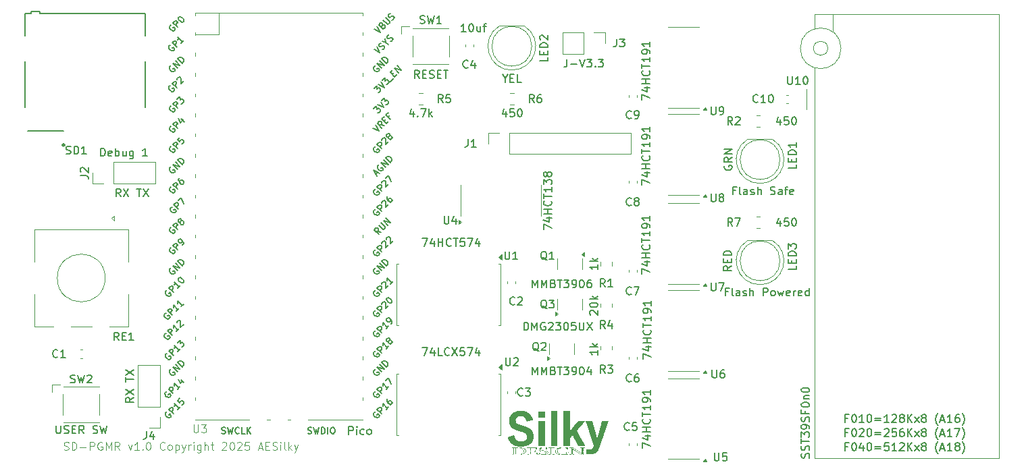
<source format=gbr>
%TF.GenerationSoftware,KiCad,Pcbnew,9.0.4*%
%TF.CreationDate,2025-09-26T12:58:40-07:00*%
%TF.ProjectId,SD-PGMR,53442d50-474d-4522-9e6b-696361645f70,v1.0*%
%TF.SameCoordinates,Original*%
%TF.FileFunction,Legend,Top*%
%TF.FilePolarity,Positive*%
%FSLAX46Y46*%
G04 Gerber Fmt 4.6, Leading zero omitted, Abs format (unit mm)*
G04 Created by KiCad (PCBNEW 9.0.4) date 2025-09-26 12:58:40*
%MOMM*%
%LPD*%
G01*
G04 APERTURE LIST*
%ADD10C,0.100000*%
%ADD11C,0.150000*%
%ADD12C,0.120000*%
%ADD13C,0.000000*%
%ADD14C,0.200000*%
%ADD15C,0.240000*%
G04 APERTURE END LIST*
D10*
X83568265Y-132920800D02*
X83711122Y-132968419D01*
X83711122Y-132968419D02*
X83949217Y-132968419D01*
X83949217Y-132968419D02*
X84044455Y-132920800D01*
X84044455Y-132920800D02*
X84092074Y-132873180D01*
X84092074Y-132873180D02*
X84139693Y-132777942D01*
X84139693Y-132777942D02*
X84139693Y-132682704D01*
X84139693Y-132682704D02*
X84092074Y-132587466D01*
X84092074Y-132587466D02*
X84044455Y-132539847D01*
X84044455Y-132539847D02*
X83949217Y-132492228D01*
X83949217Y-132492228D02*
X83758741Y-132444609D01*
X83758741Y-132444609D02*
X83663503Y-132396990D01*
X83663503Y-132396990D02*
X83615884Y-132349371D01*
X83615884Y-132349371D02*
X83568265Y-132254133D01*
X83568265Y-132254133D02*
X83568265Y-132158895D01*
X83568265Y-132158895D02*
X83615884Y-132063657D01*
X83615884Y-132063657D02*
X83663503Y-132016038D01*
X83663503Y-132016038D02*
X83758741Y-131968419D01*
X83758741Y-131968419D02*
X83996836Y-131968419D01*
X83996836Y-131968419D02*
X84139693Y-132016038D01*
X84568265Y-132968419D02*
X84568265Y-131968419D01*
X84568265Y-131968419D02*
X84806360Y-131968419D01*
X84806360Y-131968419D02*
X84949217Y-132016038D01*
X84949217Y-132016038D02*
X85044455Y-132111276D01*
X85044455Y-132111276D02*
X85092074Y-132206514D01*
X85092074Y-132206514D02*
X85139693Y-132396990D01*
X85139693Y-132396990D02*
X85139693Y-132539847D01*
X85139693Y-132539847D02*
X85092074Y-132730323D01*
X85092074Y-132730323D02*
X85044455Y-132825561D01*
X85044455Y-132825561D02*
X84949217Y-132920800D01*
X84949217Y-132920800D02*
X84806360Y-132968419D01*
X84806360Y-132968419D02*
X84568265Y-132968419D01*
X85568265Y-132587466D02*
X86330170Y-132587466D01*
X86806360Y-132968419D02*
X86806360Y-131968419D01*
X86806360Y-131968419D02*
X87187312Y-131968419D01*
X87187312Y-131968419D02*
X87282550Y-132016038D01*
X87282550Y-132016038D02*
X87330169Y-132063657D01*
X87330169Y-132063657D02*
X87377788Y-132158895D01*
X87377788Y-132158895D02*
X87377788Y-132301752D01*
X87377788Y-132301752D02*
X87330169Y-132396990D01*
X87330169Y-132396990D02*
X87282550Y-132444609D01*
X87282550Y-132444609D02*
X87187312Y-132492228D01*
X87187312Y-132492228D02*
X86806360Y-132492228D01*
X88330169Y-132016038D02*
X88234931Y-131968419D01*
X88234931Y-131968419D02*
X88092074Y-131968419D01*
X88092074Y-131968419D02*
X87949217Y-132016038D01*
X87949217Y-132016038D02*
X87853979Y-132111276D01*
X87853979Y-132111276D02*
X87806360Y-132206514D01*
X87806360Y-132206514D02*
X87758741Y-132396990D01*
X87758741Y-132396990D02*
X87758741Y-132539847D01*
X87758741Y-132539847D02*
X87806360Y-132730323D01*
X87806360Y-132730323D02*
X87853979Y-132825561D01*
X87853979Y-132825561D02*
X87949217Y-132920800D01*
X87949217Y-132920800D02*
X88092074Y-132968419D01*
X88092074Y-132968419D02*
X88187312Y-132968419D01*
X88187312Y-132968419D02*
X88330169Y-132920800D01*
X88330169Y-132920800D02*
X88377788Y-132873180D01*
X88377788Y-132873180D02*
X88377788Y-132539847D01*
X88377788Y-132539847D02*
X88187312Y-132539847D01*
X88806360Y-132968419D02*
X88806360Y-131968419D01*
X88806360Y-131968419D02*
X89139693Y-132682704D01*
X89139693Y-132682704D02*
X89473026Y-131968419D01*
X89473026Y-131968419D02*
X89473026Y-132968419D01*
X90520645Y-132968419D02*
X90187312Y-132492228D01*
X89949217Y-132968419D02*
X89949217Y-131968419D01*
X89949217Y-131968419D02*
X90330169Y-131968419D01*
X90330169Y-131968419D02*
X90425407Y-132016038D01*
X90425407Y-132016038D02*
X90473026Y-132063657D01*
X90473026Y-132063657D02*
X90520645Y-132158895D01*
X90520645Y-132158895D02*
X90520645Y-132301752D01*
X90520645Y-132301752D02*
X90473026Y-132396990D01*
X90473026Y-132396990D02*
X90425407Y-132444609D01*
X90425407Y-132444609D02*
X90330169Y-132492228D01*
X90330169Y-132492228D02*
X89949217Y-132492228D01*
X91615884Y-132301752D02*
X91853979Y-132968419D01*
X91853979Y-132968419D02*
X92092074Y-132301752D01*
X92996836Y-132968419D02*
X92425408Y-132968419D01*
X92711122Y-132968419D02*
X92711122Y-131968419D01*
X92711122Y-131968419D02*
X92615884Y-132111276D01*
X92615884Y-132111276D02*
X92520646Y-132206514D01*
X92520646Y-132206514D02*
X92425408Y-132254133D01*
X93425408Y-132873180D02*
X93473027Y-132920800D01*
X93473027Y-132920800D02*
X93425408Y-132968419D01*
X93425408Y-132968419D02*
X93377789Y-132920800D01*
X93377789Y-132920800D02*
X93425408Y-132873180D01*
X93425408Y-132873180D02*
X93425408Y-132968419D01*
X94092074Y-131968419D02*
X94187312Y-131968419D01*
X94187312Y-131968419D02*
X94282550Y-132016038D01*
X94282550Y-132016038D02*
X94330169Y-132063657D01*
X94330169Y-132063657D02*
X94377788Y-132158895D01*
X94377788Y-132158895D02*
X94425407Y-132349371D01*
X94425407Y-132349371D02*
X94425407Y-132587466D01*
X94425407Y-132587466D02*
X94377788Y-132777942D01*
X94377788Y-132777942D02*
X94330169Y-132873180D01*
X94330169Y-132873180D02*
X94282550Y-132920800D01*
X94282550Y-132920800D02*
X94187312Y-132968419D01*
X94187312Y-132968419D02*
X94092074Y-132968419D01*
X94092074Y-132968419D02*
X93996836Y-132920800D01*
X93996836Y-132920800D02*
X93949217Y-132873180D01*
X93949217Y-132873180D02*
X93901598Y-132777942D01*
X93901598Y-132777942D02*
X93853979Y-132587466D01*
X93853979Y-132587466D02*
X93853979Y-132349371D01*
X93853979Y-132349371D02*
X93901598Y-132158895D01*
X93901598Y-132158895D02*
X93949217Y-132063657D01*
X93949217Y-132063657D02*
X93996836Y-132016038D01*
X93996836Y-132016038D02*
X94092074Y-131968419D01*
X96187312Y-132873180D02*
X96139693Y-132920800D01*
X96139693Y-132920800D02*
X95996836Y-132968419D01*
X95996836Y-132968419D02*
X95901598Y-132968419D01*
X95901598Y-132968419D02*
X95758741Y-132920800D01*
X95758741Y-132920800D02*
X95663503Y-132825561D01*
X95663503Y-132825561D02*
X95615884Y-132730323D01*
X95615884Y-132730323D02*
X95568265Y-132539847D01*
X95568265Y-132539847D02*
X95568265Y-132396990D01*
X95568265Y-132396990D02*
X95615884Y-132206514D01*
X95615884Y-132206514D02*
X95663503Y-132111276D01*
X95663503Y-132111276D02*
X95758741Y-132016038D01*
X95758741Y-132016038D02*
X95901598Y-131968419D01*
X95901598Y-131968419D02*
X95996836Y-131968419D01*
X95996836Y-131968419D02*
X96139693Y-132016038D01*
X96139693Y-132016038D02*
X96187312Y-132063657D01*
X96758741Y-132968419D02*
X96663503Y-132920800D01*
X96663503Y-132920800D02*
X96615884Y-132873180D01*
X96615884Y-132873180D02*
X96568265Y-132777942D01*
X96568265Y-132777942D02*
X96568265Y-132492228D01*
X96568265Y-132492228D02*
X96615884Y-132396990D01*
X96615884Y-132396990D02*
X96663503Y-132349371D01*
X96663503Y-132349371D02*
X96758741Y-132301752D01*
X96758741Y-132301752D02*
X96901598Y-132301752D01*
X96901598Y-132301752D02*
X96996836Y-132349371D01*
X96996836Y-132349371D02*
X97044455Y-132396990D01*
X97044455Y-132396990D02*
X97092074Y-132492228D01*
X97092074Y-132492228D02*
X97092074Y-132777942D01*
X97092074Y-132777942D02*
X97044455Y-132873180D01*
X97044455Y-132873180D02*
X96996836Y-132920800D01*
X96996836Y-132920800D02*
X96901598Y-132968419D01*
X96901598Y-132968419D02*
X96758741Y-132968419D01*
X97520646Y-132301752D02*
X97520646Y-133301752D01*
X97520646Y-132349371D02*
X97615884Y-132301752D01*
X97615884Y-132301752D02*
X97806360Y-132301752D01*
X97806360Y-132301752D02*
X97901598Y-132349371D01*
X97901598Y-132349371D02*
X97949217Y-132396990D01*
X97949217Y-132396990D02*
X97996836Y-132492228D01*
X97996836Y-132492228D02*
X97996836Y-132777942D01*
X97996836Y-132777942D02*
X97949217Y-132873180D01*
X97949217Y-132873180D02*
X97901598Y-132920800D01*
X97901598Y-132920800D02*
X97806360Y-132968419D01*
X97806360Y-132968419D02*
X97615884Y-132968419D01*
X97615884Y-132968419D02*
X97520646Y-132920800D01*
X98330170Y-132301752D02*
X98568265Y-132968419D01*
X98806360Y-132301752D02*
X98568265Y-132968419D01*
X98568265Y-132968419D02*
X98473027Y-133206514D01*
X98473027Y-133206514D02*
X98425408Y-133254133D01*
X98425408Y-133254133D02*
X98330170Y-133301752D01*
X99187313Y-132968419D02*
X99187313Y-132301752D01*
X99187313Y-132492228D02*
X99234932Y-132396990D01*
X99234932Y-132396990D02*
X99282551Y-132349371D01*
X99282551Y-132349371D02*
X99377789Y-132301752D01*
X99377789Y-132301752D02*
X99473027Y-132301752D01*
X99806361Y-132968419D02*
X99806361Y-132301752D01*
X99806361Y-131968419D02*
X99758742Y-132016038D01*
X99758742Y-132016038D02*
X99806361Y-132063657D01*
X99806361Y-132063657D02*
X99853980Y-132016038D01*
X99853980Y-132016038D02*
X99806361Y-131968419D01*
X99806361Y-131968419D02*
X99806361Y-132063657D01*
X100711122Y-132301752D02*
X100711122Y-133111276D01*
X100711122Y-133111276D02*
X100663503Y-133206514D01*
X100663503Y-133206514D02*
X100615884Y-133254133D01*
X100615884Y-133254133D02*
X100520646Y-133301752D01*
X100520646Y-133301752D02*
X100377789Y-133301752D01*
X100377789Y-133301752D02*
X100282551Y-133254133D01*
X100711122Y-132920800D02*
X100615884Y-132968419D01*
X100615884Y-132968419D02*
X100425408Y-132968419D01*
X100425408Y-132968419D02*
X100330170Y-132920800D01*
X100330170Y-132920800D02*
X100282551Y-132873180D01*
X100282551Y-132873180D02*
X100234932Y-132777942D01*
X100234932Y-132777942D02*
X100234932Y-132492228D01*
X100234932Y-132492228D02*
X100282551Y-132396990D01*
X100282551Y-132396990D02*
X100330170Y-132349371D01*
X100330170Y-132349371D02*
X100425408Y-132301752D01*
X100425408Y-132301752D02*
X100615884Y-132301752D01*
X100615884Y-132301752D02*
X100711122Y-132349371D01*
X101187313Y-132968419D02*
X101187313Y-131968419D01*
X101615884Y-132968419D02*
X101615884Y-132444609D01*
X101615884Y-132444609D02*
X101568265Y-132349371D01*
X101568265Y-132349371D02*
X101473027Y-132301752D01*
X101473027Y-132301752D02*
X101330170Y-132301752D01*
X101330170Y-132301752D02*
X101234932Y-132349371D01*
X101234932Y-132349371D02*
X101187313Y-132396990D01*
X101949218Y-132301752D02*
X102330170Y-132301752D01*
X102092075Y-131968419D02*
X102092075Y-132825561D01*
X102092075Y-132825561D02*
X102139694Y-132920800D01*
X102139694Y-132920800D02*
X102234932Y-132968419D01*
X102234932Y-132968419D02*
X102330170Y-132968419D01*
X103377790Y-132063657D02*
X103425409Y-132016038D01*
X103425409Y-132016038D02*
X103520647Y-131968419D01*
X103520647Y-131968419D02*
X103758742Y-131968419D01*
X103758742Y-131968419D02*
X103853980Y-132016038D01*
X103853980Y-132016038D02*
X103901599Y-132063657D01*
X103901599Y-132063657D02*
X103949218Y-132158895D01*
X103949218Y-132158895D02*
X103949218Y-132254133D01*
X103949218Y-132254133D02*
X103901599Y-132396990D01*
X103901599Y-132396990D02*
X103330171Y-132968419D01*
X103330171Y-132968419D02*
X103949218Y-132968419D01*
X104568266Y-131968419D02*
X104663504Y-131968419D01*
X104663504Y-131968419D02*
X104758742Y-132016038D01*
X104758742Y-132016038D02*
X104806361Y-132063657D01*
X104806361Y-132063657D02*
X104853980Y-132158895D01*
X104853980Y-132158895D02*
X104901599Y-132349371D01*
X104901599Y-132349371D02*
X104901599Y-132587466D01*
X104901599Y-132587466D02*
X104853980Y-132777942D01*
X104853980Y-132777942D02*
X104806361Y-132873180D01*
X104806361Y-132873180D02*
X104758742Y-132920800D01*
X104758742Y-132920800D02*
X104663504Y-132968419D01*
X104663504Y-132968419D02*
X104568266Y-132968419D01*
X104568266Y-132968419D02*
X104473028Y-132920800D01*
X104473028Y-132920800D02*
X104425409Y-132873180D01*
X104425409Y-132873180D02*
X104377790Y-132777942D01*
X104377790Y-132777942D02*
X104330171Y-132587466D01*
X104330171Y-132587466D02*
X104330171Y-132349371D01*
X104330171Y-132349371D02*
X104377790Y-132158895D01*
X104377790Y-132158895D02*
X104425409Y-132063657D01*
X104425409Y-132063657D02*
X104473028Y-132016038D01*
X104473028Y-132016038D02*
X104568266Y-131968419D01*
X105282552Y-132063657D02*
X105330171Y-132016038D01*
X105330171Y-132016038D02*
X105425409Y-131968419D01*
X105425409Y-131968419D02*
X105663504Y-131968419D01*
X105663504Y-131968419D02*
X105758742Y-132016038D01*
X105758742Y-132016038D02*
X105806361Y-132063657D01*
X105806361Y-132063657D02*
X105853980Y-132158895D01*
X105853980Y-132158895D02*
X105853980Y-132254133D01*
X105853980Y-132254133D02*
X105806361Y-132396990D01*
X105806361Y-132396990D02*
X105234933Y-132968419D01*
X105234933Y-132968419D02*
X105853980Y-132968419D01*
X106758742Y-131968419D02*
X106282552Y-131968419D01*
X106282552Y-131968419D02*
X106234933Y-132444609D01*
X106234933Y-132444609D02*
X106282552Y-132396990D01*
X106282552Y-132396990D02*
X106377790Y-132349371D01*
X106377790Y-132349371D02*
X106615885Y-132349371D01*
X106615885Y-132349371D02*
X106711123Y-132396990D01*
X106711123Y-132396990D02*
X106758742Y-132444609D01*
X106758742Y-132444609D02*
X106806361Y-132539847D01*
X106806361Y-132539847D02*
X106806361Y-132777942D01*
X106806361Y-132777942D02*
X106758742Y-132873180D01*
X106758742Y-132873180D02*
X106711123Y-132920800D01*
X106711123Y-132920800D02*
X106615885Y-132968419D01*
X106615885Y-132968419D02*
X106377790Y-132968419D01*
X106377790Y-132968419D02*
X106282552Y-132920800D01*
X106282552Y-132920800D02*
X106234933Y-132873180D01*
X107949219Y-132682704D02*
X108425409Y-132682704D01*
X107853981Y-132968419D02*
X108187314Y-131968419D01*
X108187314Y-131968419D02*
X108520647Y-132968419D01*
X108853981Y-132444609D02*
X109187314Y-132444609D01*
X109330171Y-132968419D02*
X108853981Y-132968419D01*
X108853981Y-132968419D02*
X108853981Y-131968419D01*
X108853981Y-131968419D02*
X109330171Y-131968419D01*
X109711124Y-132920800D02*
X109853981Y-132968419D01*
X109853981Y-132968419D02*
X110092076Y-132968419D01*
X110092076Y-132968419D02*
X110187314Y-132920800D01*
X110187314Y-132920800D02*
X110234933Y-132873180D01*
X110234933Y-132873180D02*
X110282552Y-132777942D01*
X110282552Y-132777942D02*
X110282552Y-132682704D01*
X110282552Y-132682704D02*
X110234933Y-132587466D01*
X110234933Y-132587466D02*
X110187314Y-132539847D01*
X110187314Y-132539847D02*
X110092076Y-132492228D01*
X110092076Y-132492228D02*
X109901600Y-132444609D01*
X109901600Y-132444609D02*
X109806362Y-132396990D01*
X109806362Y-132396990D02*
X109758743Y-132349371D01*
X109758743Y-132349371D02*
X109711124Y-132254133D01*
X109711124Y-132254133D02*
X109711124Y-132158895D01*
X109711124Y-132158895D02*
X109758743Y-132063657D01*
X109758743Y-132063657D02*
X109806362Y-132016038D01*
X109806362Y-132016038D02*
X109901600Y-131968419D01*
X109901600Y-131968419D02*
X110139695Y-131968419D01*
X110139695Y-131968419D02*
X110282552Y-132016038D01*
X110711124Y-132968419D02*
X110711124Y-132301752D01*
X110711124Y-131968419D02*
X110663505Y-132016038D01*
X110663505Y-132016038D02*
X110711124Y-132063657D01*
X110711124Y-132063657D02*
X110758743Y-132016038D01*
X110758743Y-132016038D02*
X110711124Y-131968419D01*
X110711124Y-131968419D02*
X110711124Y-132063657D01*
X111330171Y-132968419D02*
X111234933Y-132920800D01*
X111234933Y-132920800D02*
X111187314Y-132825561D01*
X111187314Y-132825561D02*
X111187314Y-131968419D01*
X111711124Y-132968419D02*
X111711124Y-131968419D01*
X111806362Y-132587466D02*
X112092076Y-132968419D01*
X112092076Y-132301752D02*
X111711124Y-132682704D01*
X112425410Y-132301752D02*
X112663505Y-132968419D01*
X112901600Y-132301752D02*
X112663505Y-132968419D01*
X112663505Y-132968419D02*
X112568267Y-133206514D01*
X112568267Y-133206514D02*
X112520648Y-133254133D01*
X112520648Y-133254133D02*
X112425410Y-133301752D01*
D11*
X170553142Y-89259580D02*
X170505523Y-89307200D01*
X170505523Y-89307200D02*
X170362666Y-89354819D01*
X170362666Y-89354819D02*
X170267428Y-89354819D01*
X170267428Y-89354819D02*
X170124571Y-89307200D01*
X170124571Y-89307200D02*
X170029333Y-89211961D01*
X170029333Y-89211961D02*
X169981714Y-89116723D01*
X169981714Y-89116723D02*
X169934095Y-88926247D01*
X169934095Y-88926247D02*
X169934095Y-88783390D01*
X169934095Y-88783390D02*
X169981714Y-88592914D01*
X169981714Y-88592914D02*
X170029333Y-88497676D01*
X170029333Y-88497676D02*
X170124571Y-88402438D01*
X170124571Y-88402438D02*
X170267428Y-88354819D01*
X170267428Y-88354819D02*
X170362666Y-88354819D01*
X170362666Y-88354819D02*
X170505523Y-88402438D01*
X170505523Y-88402438D02*
X170553142Y-88450057D01*
X171505523Y-89354819D02*
X170934095Y-89354819D01*
X171219809Y-89354819D02*
X171219809Y-88354819D01*
X171219809Y-88354819D02*
X171124571Y-88497676D01*
X171124571Y-88497676D02*
X171029333Y-88592914D01*
X171029333Y-88592914D02*
X170934095Y-88640533D01*
X172124571Y-88354819D02*
X172219809Y-88354819D01*
X172219809Y-88354819D02*
X172315047Y-88402438D01*
X172315047Y-88402438D02*
X172362666Y-88450057D01*
X172362666Y-88450057D02*
X172410285Y-88545295D01*
X172410285Y-88545295D02*
X172457904Y-88735771D01*
X172457904Y-88735771D02*
X172457904Y-88973866D01*
X172457904Y-88973866D02*
X172410285Y-89164342D01*
X172410285Y-89164342D02*
X172362666Y-89259580D01*
X172362666Y-89259580D02*
X172315047Y-89307200D01*
X172315047Y-89307200D02*
X172219809Y-89354819D01*
X172219809Y-89354819D02*
X172124571Y-89354819D01*
X172124571Y-89354819D02*
X172029333Y-89307200D01*
X172029333Y-89307200D02*
X171981714Y-89259580D01*
X171981714Y-89259580D02*
X171934095Y-89164342D01*
X171934095Y-89164342D02*
X171886476Y-88973866D01*
X171886476Y-88973866D02*
X171886476Y-88735771D01*
X171886476Y-88735771D02*
X171934095Y-88545295D01*
X171934095Y-88545295D02*
X171981714Y-88450057D01*
X171981714Y-88450057D02*
X172029333Y-88402438D01*
X172029333Y-88402438D02*
X172124571Y-88354819D01*
X93900666Y-130612819D02*
X93900666Y-131327104D01*
X93900666Y-131327104D02*
X93853047Y-131469961D01*
X93853047Y-131469961D02*
X93757809Y-131565200D01*
X93757809Y-131565200D02*
X93614952Y-131612819D01*
X93614952Y-131612819D02*
X93519714Y-131612819D01*
X94805428Y-130946152D02*
X94805428Y-131612819D01*
X94567333Y-130565200D02*
X94329238Y-131279485D01*
X94329238Y-131279485D02*
X94948285Y-131279485D01*
X92275819Y-126372762D02*
X91799628Y-126706095D01*
X92275819Y-126944190D02*
X91275819Y-126944190D01*
X91275819Y-126944190D02*
X91275819Y-126563238D01*
X91275819Y-126563238D02*
X91323438Y-126468000D01*
X91323438Y-126468000D02*
X91371057Y-126420381D01*
X91371057Y-126420381D02*
X91466295Y-126372762D01*
X91466295Y-126372762D02*
X91609152Y-126372762D01*
X91609152Y-126372762D02*
X91704390Y-126420381D01*
X91704390Y-126420381D02*
X91752009Y-126468000D01*
X91752009Y-126468000D02*
X91799628Y-126563238D01*
X91799628Y-126563238D02*
X91799628Y-126944190D01*
X91275819Y-126039428D02*
X92275819Y-125372762D01*
X91275819Y-125372762D02*
X92275819Y-126039428D01*
X91275819Y-124372761D02*
X91275819Y-123801333D01*
X92275819Y-124087047D02*
X91275819Y-124087047D01*
X91275819Y-123563237D02*
X92275819Y-122896571D01*
X91275819Y-122896571D02*
X92275819Y-123563237D01*
X84391667Y-124482200D02*
X84534524Y-124529819D01*
X84534524Y-124529819D02*
X84772619Y-124529819D01*
X84772619Y-124529819D02*
X84867857Y-124482200D01*
X84867857Y-124482200D02*
X84915476Y-124434580D01*
X84915476Y-124434580D02*
X84963095Y-124339342D01*
X84963095Y-124339342D02*
X84963095Y-124244104D01*
X84963095Y-124244104D02*
X84915476Y-124148866D01*
X84915476Y-124148866D02*
X84867857Y-124101247D01*
X84867857Y-124101247D02*
X84772619Y-124053628D01*
X84772619Y-124053628D02*
X84582143Y-124006009D01*
X84582143Y-124006009D02*
X84486905Y-123958390D01*
X84486905Y-123958390D02*
X84439286Y-123910771D01*
X84439286Y-123910771D02*
X84391667Y-123815533D01*
X84391667Y-123815533D02*
X84391667Y-123720295D01*
X84391667Y-123720295D02*
X84439286Y-123625057D01*
X84439286Y-123625057D02*
X84486905Y-123577438D01*
X84486905Y-123577438D02*
X84582143Y-123529819D01*
X84582143Y-123529819D02*
X84820238Y-123529819D01*
X84820238Y-123529819D02*
X84963095Y-123577438D01*
X85296429Y-123529819D02*
X85534524Y-124529819D01*
X85534524Y-124529819D02*
X85725000Y-123815533D01*
X85725000Y-123815533D02*
X85915476Y-124529819D01*
X85915476Y-124529819D02*
X86153572Y-123529819D01*
X86486905Y-123625057D02*
X86534524Y-123577438D01*
X86534524Y-123577438D02*
X86629762Y-123529819D01*
X86629762Y-123529819D02*
X86867857Y-123529819D01*
X86867857Y-123529819D02*
X86963095Y-123577438D01*
X86963095Y-123577438D02*
X87010714Y-123625057D01*
X87010714Y-123625057D02*
X87058333Y-123720295D01*
X87058333Y-123720295D02*
X87058333Y-123815533D01*
X87058333Y-123815533D02*
X87010714Y-123958390D01*
X87010714Y-123958390D02*
X86439286Y-124529819D01*
X86439286Y-124529819D02*
X87058333Y-124529819D01*
X82582143Y-129879819D02*
X82582143Y-130689342D01*
X82582143Y-130689342D02*
X82629762Y-130784580D01*
X82629762Y-130784580D02*
X82677381Y-130832200D01*
X82677381Y-130832200D02*
X82772619Y-130879819D01*
X82772619Y-130879819D02*
X82963095Y-130879819D01*
X82963095Y-130879819D02*
X83058333Y-130832200D01*
X83058333Y-130832200D02*
X83105952Y-130784580D01*
X83105952Y-130784580D02*
X83153571Y-130689342D01*
X83153571Y-130689342D02*
X83153571Y-129879819D01*
X83582143Y-130832200D02*
X83725000Y-130879819D01*
X83725000Y-130879819D02*
X83963095Y-130879819D01*
X83963095Y-130879819D02*
X84058333Y-130832200D01*
X84058333Y-130832200D02*
X84105952Y-130784580D01*
X84105952Y-130784580D02*
X84153571Y-130689342D01*
X84153571Y-130689342D02*
X84153571Y-130594104D01*
X84153571Y-130594104D02*
X84105952Y-130498866D01*
X84105952Y-130498866D02*
X84058333Y-130451247D01*
X84058333Y-130451247D02*
X83963095Y-130403628D01*
X83963095Y-130403628D02*
X83772619Y-130356009D01*
X83772619Y-130356009D02*
X83677381Y-130308390D01*
X83677381Y-130308390D02*
X83629762Y-130260771D01*
X83629762Y-130260771D02*
X83582143Y-130165533D01*
X83582143Y-130165533D02*
X83582143Y-130070295D01*
X83582143Y-130070295D02*
X83629762Y-129975057D01*
X83629762Y-129975057D02*
X83677381Y-129927438D01*
X83677381Y-129927438D02*
X83772619Y-129879819D01*
X83772619Y-129879819D02*
X84010714Y-129879819D01*
X84010714Y-129879819D02*
X84153571Y-129927438D01*
X84582143Y-130356009D02*
X84915476Y-130356009D01*
X85058333Y-130879819D02*
X84582143Y-130879819D01*
X84582143Y-130879819D02*
X84582143Y-129879819D01*
X84582143Y-129879819D02*
X85058333Y-129879819D01*
X86058333Y-130879819D02*
X85725000Y-130403628D01*
X85486905Y-130879819D02*
X85486905Y-129879819D01*
X85486905Y-129879819D02*
X85867857Y-129879819D01*
X85867857Y-129879819D02*
X85963095Y-129927438D01*
X85963095Y-129927438D02*
X86010714Y-129975057D01*
X86010714Y-129975057D02*
X86058333Y-130070295D01*
X86058333Y-130070295D02*
X86058333Y-130213152D01*
X86058333Y-130213152D02*
X86010714Y-130308390D01*
X86010714Y-130308390D02*
X85963095Y-130356009D01*
X85963095Y-130356009D02*
X85867857Y-130403628D01*
X85867857Y-130403628D02*
X85486905Y-130403628D01*
X87201191Y-130832200D02*
X87344048Y-130879819D01*
X87344048Y-130879819D02*
X87582143Y-130879819D01*
X87582143Y-130879819D02*
X87677381Y-130832200D01*
X87677381Y-130832200D02*
X87725000Y-130784580D01*
X87725000Y-130784580D02*
X87772619Y-130689342D01*
X87772619Y-130689342D02*
X87772619Y-130594104D01*
X87772619Y-130594104D02*
X87725000Y-130498866D01*
X87725000Y-130498866D02*
X87677381Y-130451247D01*
X87677381Y-130451247D02*
X87582143Y-130403628D01*
X87582143Y-130403628D02*
X87391667Y-130356009D01*
X87391667Y-130356009D02*
X87296429Y-130308390D01*
X87296429Y-130308390D02*
X87248810Y-130260771D01*
X87248810Y-130260771D02*
X87201191Y-130165533D01*
X87201191Y-130165533D02*
X87201191Y-130070295D01*
X87201191Y-130070295D02*
X87248810Y-129975057D01*
X87248810Y-129975057D02*
X87296429Y-129927438D01*
X87296429Y-129927438D02*
X87391667Y-129879819D01*
X87391667Y-129879819D02*
X87629762Y-129879819D01*
X87629762Y-129879819D02*
X87772619Y-129927438D01*
X88105953Y-129879819D02*
X88344048Y-130879819D01*
X88344048Y-130879819D02*
X88534524Y-130165533D01*
X88534524Y-130165533D02*
X88725000Y-130879819D01*
X88725000Y-130879819D02*
X88963096Y-129879819D01*
X128206667Y-79401200D02*
X128349524Y-79448819D01*
X128349524Y-79448819D02*
X128587619Y-79448819D01*
X128587619Y-79448819D02*
X128682857Y-79401200D01*
X128682857Y-79401200D02*
X128730476Y-79353580D01*
X128730476Y-79353580D02*
X128778095Y-79258342D01*
X128778095Y-79258342D02*
X128778095Y-79163104D01*
X128778095Y-79163104D02*
X128730476Y-79067866D01*
X128730476Y-79067866D02*
X128682857Y-79020247D01*
X128682857Y-79020247D02*
X128587619Y-78972628D01*
X128587619Y-78972628D02*
X128397143Y-78925009D01*
X128397143Y-78925009D02*
X128301905Y-78877390D01*
X128301905Y-78877390D02*
X128254286Y-78829771D01*
X128254286Y-78829771D02*
X128206667Y-78734533D01*
X128206667Y-78734533D02*
X128206667Y-78639295D01*
X128206667Y-78639295D02*
X128254286Y-78544057D01*
X128254286Y-78544057D02*
X128301905Y-78496438D01*
X128301905Y-78496438D02*
X128397143Y-78448819D01*
X128397143Y-78448819D02*
X128635238Y-78448819D01*
X128635238Y-78448819D02*
X128778095Y-78496438D01*
X129111429Y-78448819D02*
X129349524Y-79448819D01*
X129349524Y-79448819D02*
X129540000Y-78734533D01*
X129540000Y-78734533D02*
X129730476Y-79448819D01*
X129730476Y-79448819D02*
X129968572Y-78448819D01*
X130873333Y-79448819D02*
X130301905Y-79448819D01*
X130587619Y-79448819D02*
X130587619Y-78448819D01*
X130587619Y-78448819D02*
X130492381Y-78591676D01*
X130492381Y-78591676D02*
X130397143Y-78686914D01*
X130397143Y-78686914D02*
X130301905Y-78734533D01*
X128087618Y-86306819D02*
X127754285Y-85830628D01*
X127516190Y-86306819D02*
X127516190Y-85306819D01*
X127516190Y-85306819D02*
X127897142Y-85306819D01*
X127897142Y-85306819D02*
X127992380Y-85354438D01*
X127992380Y-85354438D02*
X128039999Y-85402057D01*
X128039999Y-85402057D02*
X128087618Y-85497295D01*
X128087618Y-85497295D02*
X128087618Y-85640152D01*
X128087618Y-85640152D02*
X128039999Y-85735390D01*
X128039999Y-85735390D02*
X127992380Y-85783009D01*
X127992380Y-85783009D02*
X127897142Y-85830628D01*
X127897142Y-85830628D02*
X127516190Y-85830628D01*
X128516190Y-85783009D02*
X128849523Y-85783009D01*
X128992380Y-86306819D02*
X128516190Y-86306819D01*
X128516190Y-86306819D02*
X128516190Y-85306819D01*
X128516190Y-85306819D02*
X128992380Y-85306819D01*
X129373333Y-86259200D02*
X129516190Y-86306819D01*
X129516190Y-86306819D02*
X129754285Y-86306819D01*
X129754285Y-86306819D02*
X129849523Y-86259200D01*
X129849523Y-86259200D02*
X129897142Y-86211580D01*
X129897142Y-86211580D02*
X129944761Y-86116342D01*
X129944761Y-86116342D02*
X129944761Y-86021104D01*
X129944761Y-86021104D02*
X129897142Y-85925866D01*
X129897142Y-85925866D02*
X129849523Y-85878247D01*
X129849523Y-85878247D02*
X129754285Y-85830628D01*
X129754285Y-85830628D02*
X129563809Y-85783009D01*
X129563809Y-85783009D02*
X129468571Y-85735390D01*
X129468571Y-85735390D02*
X129420952Y-85687771D01*
X129420952Y-85687771D02*
X129373333Y-85592533D01*
X129373333Y-85592533D02*
X129373333Y-85497295D01*
X129373333Y-85497295D02*
X129420952Y-85402057D01*
X129420952Y-85402057D02*
X129468571Y-85354438D01*
X129468571Y-85354438D02*
X129563809Y-85306819D01*
X129563809Y-85306819D02*
X129801904Y-85306819D01*
X129801904Y-85306819D02*
X129944761Y-85354438D01*
X130373333Y-85783009D02*
X130706666Y-85783009D01*
X130849523Y-86306819D02*
X130373333Y-86306819D01*
X130373333Y-86306819D02*
X130373333Y-85306819D01*
X130373333Y-85306819D02*
X130849523Y-85306819D01*
X131135238Y-85306819D02*
X131706666Y-85306819D01*
X131420952Y-86306819D02*
X131420952Y-85306819D01*
X174275905Y-86068819D02*
X174275905Y-86878342D01*
X174275905Y-86878342D02*
X174323524Y-86973580D01*
X174323524Y-86973580D02*
X174371143Y-87021200D01*
X174371143Y-87021200D02*
X174466381Y-87068819D01*
X174466381Y-87068819D02*
X174656857Y-87068819D01*
X174656857Y-87068819D02*
X174752095Y-87021200D01*
X174752095Y-87021200D02*
X174799714Y-86973580D01*
X174799714Y-86973580D02*
X174847333Y-86878342D01*
X174847333Y-86878342D02*
X174847333Y-86068819D01*
X175847333Y-87068819D02*
X175275905Y-87068819D01*
X175561619Y-87068819D02*
X175561619Y-86068819D01*
X175561619Y-86068819D02*
X175466381Y-86211676D01*
X175466381Y-86211676D02*
X175371143Y-86306914D01*
X175371143Y-86306914D02*
X175275905Y-86354533D01*
X176466381Y-86068819D02*
X176561619Y-86068819D01*
X176561619Y-86068819D02*
X176656857Y-86116438D01*
X176656857Y-86116438D02*
X176704476Y-86164057D01*
X176704476Y-86164057D02*
X176752095Y-86259295D01*
X176752095Y-86259295D02*
X176799714Y-86449771D01*
X176799714Y-86449771D02*
X176799714Y-86687866D01*
X176799714Y-86687866D02*
X176752095Y-86878342D01*
X176752095Y-86878342D02*
X176704476Y-86973580D01*
X176704476Y-86973580D02*
X176656857Y-87021200D01*
X176656857Y-87021200D02*
X176561619Y-87068819D01*
X176561619Y-87068819D02*
X176466381Y-87068819D01*
X176466381Y-87068819D02*
X176371143Y-87021200D01*
X176371143Y-87021200D02*
X176323524Y-86973580D01*
X176323524Y-86973580D02*
X176275905Y-86878342D01*
X176275905Y-86878342D02*
X176228286Y-86687866D01*
X176228286Y-86687866D02*
X176228286Y-86449771D01*
X176228286Y-86449771D02*
X176275905Y-86259295D01*
X176275905Y-86259295D02*
X176323524Y-86164057D01*
X176323524Y-86164057D02*
X176371143Y-86116438D01*
X176371143Y-86116438D02*
X176466381Y-86068819D01*
X176937200Y-133944761D02*
X176984819Y-133801904D01*
X176984819Y-133801904D02*
X176984819Y-133563809D01*
X176984819Y-133563809D02*
X176937200Y-133468571D01*
X176937200Y-133468571D02*
X176889580Y-133420952D01*
X176889580Y-133420952D02*
X176794342Y-133373333D01*
X176794342Y-133373333D02*
X176699104Y-133373333D01*
X176699104Y-133373333D02*
X176603866Y-133420952D01*
X176603866Y-133420952D02*
X176556247Y-133468571D01*
X176556247Y-133468571D02*
X176508628Y-133563809D01*
X176508628Y-133563809D02*
X176461009Y-133754285D01*
X176461009Y-133754285D02*
X176413390Y-133849523D01*
X176413390Y-133849523D02*
X176365771Y-133897142D01*
X176365771Y-133897142D02*
X176270533Y-133944761D01*
X176270533Y-133944761D02*
X176175295Y-133944761D01*
X176175295Y-133944761D02*
X176080057Y-133897142D01*
X176080057Y-133897142D02*
X176032438Y-133849523D01*
X176032438Y-133849523D02*
X175984819Y-133754285D01*
X175984819Y-133754285D02*
X175984819Y-133516190D01*
X175984819Y-133516190D02*
X176032438Y-133373333D01*
X176937200Y-132992380D02*
X176984819Y-132849523D01*
X176984819Y-132849523D02*
X176984819Y-132611428D01*
X176984819Y-132611428D02*
X176937200Y-132516190D01*
X176937200Y-132516190D02*
X176889580Y-132468571D01*
X176889580Y-132468571D02*
X176794342Y-132420952D01*
X176794342Y-132420952D02*
X176699104Y-132420952D01*
X176699104Y-132420952D02*
X176603866Y-132468571D01*
X176603866Y-132468571D02*
X176556247Y-132516190D01*
X176556247Y-132516190D02*
X176508628Y-132611428D01*
X176508628Y-132611428D02*
X176461009Y-132801904D01*
X176461009Y-132801904D02*
X176413390Y-132897142D01*
X176413390Y-132897142D02*
X176365771Y-132944761D01*
X176365771Y-132944761D02*
X176270533Y-132992380D01*
X176270533Y-132992380D02*
X176175295Y-132992380D01*
X176175295Y-132992380D02*
X176080057Y-132944761D01*
X176080057Y-132944761D02*
X176032438Y-132897142D01*
X176032438Y-132897142D02*
X175984819Y-132801904D01*
X175984819Y-132801904D02*
X175984819Y-132563809D01*
X175984819Y-132563809D02*
X176032438Y-132420952D01*
X175984819Y-132135237D02*
X175984819Y-131563809D01*
X176984819Y-131849523D02*
X175984819Y-131849523D01*
X175984819Y-131325713D02*
X175984819Y-130706666D01*
X175984819Y-130706666D02*
X176365771Y-131039999D01*
X176365771Y-131039999D02*
X176365771Y-130897142D01*
X176365771Y-130897142D02*
X176413390Y-130801904D01*
X176413390Y-130801904D02*
X176461009Y-130754285D01*
X176461009Y-130754285D02*
X176556247Y-130706666D01*
X176556247Y-130706666D02*
X176794342Y-130706666D01*
X176794342Y-130706666D02*
X176889580Y-130754285D01*
X176889580Y-130754285D02*
X176937200Y-130801904D01*
X176937200Y-130801904D02*
X176984819Y-130897142D01*
X176984819Y-130897142D02*
X176984819Y-131182856D01*
X176984819Y-131182856D02*
X176937200Y-131278094D01*
X176937200Y-131278094D02*
X176889580Y-131325713D01*
X176984819Y-130230475D02*
X176984819Y-130039999D01*
X176984819Y-130039999D02*
X176937200Y-129944761D01*
X176937200Y-129944761D02*
X176889580Y-129897142D01*
X176889580Y-129897142D02*
X176746723Y-129801904D01*
X176746723Y-129801904D02*
X176556247Y-129754285D01*
X176556247Y-129754285D02*
X176175295Y-129754285D01*
X176175295Y-129754285D02*
X176080057Y-129801904D01*
X176080057Y-129801904D02*
X176032438Y-129849523D01*
X176032438Y-129849523D02*
X175984819Y-129944761D01*
X175984819Y-129944761D02*
X175984819Y-130135237D01*
X175984819Y-130135237D02*
X176032438Y-130230475D01*
X176032438Y-130230475D02*
X176080057Y-130278094D01*
X176080057Y-130278094D02*
X176175295Y-130325713D01*
X176175295Y-130325713D02*
X176413390Y-130325713D01*
X176413390Y-130325713D02*
X176508628Y-130278094D01*
X176508628Y-130278094D02*
X176556247Y-130230475D01*
X176556247Y-130230475D02*
X176603866Y-130135237D01*
X176603866Y-130135237D02*
X176603866Y-129944761D01*
X176603866Y-129944761D02*
X176556247Y-129849523D01*
X176556247Y-129849523D02*
X176508628Y-129801904D01*
X176508628Y-129801904D02*
X176413390Y-129754285D01*
X176937200Y-129373332D02*
X176984819Y-129230475D01*
X176984819Y-129230475D02*
X176984819Y-128992380D01*
X176984819Y-128992380D02*
X176937200Y-128897142D01*
X176937200Y-128897142D02*
X176889580Y-128849523D01*
X176889580Y-128849523D02*
X176794342Y-128801904D01*
X176794342Y-128801904D02*
X176699104Y-128801904D01*
X176699104Y-128801904D02*
X176603866Y-128849523D01*
X176603866Y-128849523D02*
X176556247Y-128897142D01*
X176556247Y-128897142D02*
X176508628Y-128992380D01*
X176508628Y-128992380D02*
X176461009Y-129182856D01*
X176461009Y-129182856D02*
X176413390Y-129278094D01*
X176413390Y-129278094D02*
X176365771Y-129325713D01*
X176365771Y-129325713D02*
X176270533Y-129373332D01*
X176270533Y-129373332D02*
X176175295Y-129373332D01*
X176175295Y-129373332D02*
X176080057Y-129325713D01*
X176080057Y-129325713D02*
X176032438Y-129278094D01*
X176032438Y-129278094D02*
X175984819Y-129182856D01*
X175984819Y-129182856D02*
X175984819Y-128944761D01*
X175984819Y-128944761D02*
X176032438Y-128801904D01*
X176461009Y-128039999D02*
X176461009Y-128373332D01*
X176984819Y-128373332D02*
X175984819Y-128373332D01*
X175984819Y-128373332D02*
X175984819Y-127897142D01*
X175984819Y-127325713D02*
X175984819Y-127230475D01*
X175984819Y-127230475D02*
X176032438Y-127135237D01*
X176032438Y-127135237D02*
X176080057Y-127087618D01*
X176080057Y-127087618D02*
X176175295Y-127039999D01*
X176175295Y-127039999D02*
X176365771Y-126992380D01*
X176365771Y-126992380D02*
X176603866Y-126992380D01*
X176603866Y-126992380D02*
X176794342Y-127039999D01*
X176794342Y-127039999D02*
X176889580Y-127087618D01*
X176889580Y-127087618D02*
X176937200Y-127135237D01*
X176937200Y-127135237D02*
X176984819Y-127230475D01*
X176984819Y-127230475D02*
X176984819Y-127325713D01*
X176984819Y-127325713D02*
X176937200Y-127420951D01*
X176937200Y-127420951D02*
X176889580Y-127468570D01*
X176889580Y-127468570D02*
X176794342Y-127516189D01*
X176794342Y-127516189D02*
X176603866Y-127563808D01*
X176603866Y-127563808D02*
X176365771Y-127563808D01*
X176365771Y-127563808D02*
X176175295Y-127516189D01*
X176175295Y-127516189D02*
X176080057Y-127468570D01*
X176080057Y-127468570D02*
X176032438Y-127420951D01*
X176032438Y-127420951D02*
X175984819Y-127325713D01*
X176318152Y-126563808D02*
X176984819Y-126563808D01*
X176413390Y-126563808D02*
X176365771Y-126516189D01*
X176365771Y-126516189D02*
X176318152Y-126420951D01*
X176318152Y-126420951D02*
X176318152Y-126278094D01*
X176318152Y-126278094D02*
X176365771Y-126182856D01*
X176365771Y-126182856D02*
X176461009Y-126135237D01*
X176461009Y-126135237D02*
X176984819Y-126135237D01*
X175984819Y-125468570D02*
X175984819Y-125373332D01*
X175984819Y-125373332D02*
X176032438Y-125278094D01*
X176032438Y-125278094D02*
X176080057Y-125230475D01*
X176080057Y-125230475D02*
X176175295Y-125182856D01*
X176175295Y-125182856D02*
X176365771Y-125135237D01*
X176365771Y-125135237D02*
X176603866Y-125135237D01*
X176603866Y-125135237D02*
X176794342Y-125182856D01*
X176794342Y-125182856D02*
X176889580Y-125230475D01*
X176889580Y-125230475D02*
X176937200Y-125278094D01*
X176937200Y-125278094D02*
X176984819Y-125373332D01*
X176984819Y-125373332D02*
X176984819Y-125468570D01*
X176984819Y-125468570D02*
X176937200Y-125563808D01*
X176937200Y-125563808D02*
X176889580Y-125611427D01*
X176889580Y-125611427D02*
X176794342Y-125659046D01*
X176794342Y-125659046D02*
X176603866Y-125706665D01*
X176603866Y-125706665D02*
X176365771Y-125706665D01*
X176365771Y-125706665D02*
X176175295Y-125659046D01*
X176175295Y-125659046D02*
X176080057Y-125611427D01*
X176080057Y-125611427D02*
X176032438Y-125563808D01*
X176032438Y-125563808D02*
X175984819Y-125468570D01*
X181833142Y-128963009D02*
X181499809Y-128963009D01*
X181499809Y-129486819D02*
X181499809Y-128486819D01*
X181499809Y-128486819D02*
X181975999Y-128486819D01*
X182547428Y-128486819D02*
X182642666Y-128486819D01*
X182642666Y-128486819D02*
X182737904Y-128534438D01*
X182737904Y-128534438D02*
X182785523Y-128582057D01*
X182785523Y-128582057D02*
X182833142Y-128677295D01*
X182833142Y-128677295D02*
X182880761Y-128867771D01*
X182880761Y-128867771D02*
X182880761Y-129105866D01*
X182880761Y-129105866D02*
X182833142Y-129296342D01*
X182833142Y-129296342D02*
X182785523Y-129391580D01*
X182785523Y-129391580D02*
X182737904Y-129439200D01*
X182737904Y-129439200D02*
X182642666Y-129486819D01*
X182642666Y-129486819D02*
X182547428Y-129486819D01*
X182547428Y-129486819D02*
X182452190Y-129439200D01*
X182452190Y-129439200D02*
X182404571Y-129391580D01*
X182404571Y-129391580D02*
X182356952Y-129296342D01*
X182356952Y-129296342D02*
X182309333Y-129105866D01*
X182309333Y-129105866D02*
X182309333Y-128867771D01*
X182309333Y-128867771D02*
X182356952Y-128677295D01*
X182356952Y-128677295D02*
X182404571Y-128582057D01*
X182404571Y-128582057D02*
X182452190Y-128534438D01*
X182452190Y-128534438D02*
X182547428Y-128486819D01*
X183833142Y-129486819D02*
X183261714Y-129486819D01*
X183547428Y-129486819D02*
X183547428Y-128486819D01*
X183547428Y-128486819D02*
X183452190Y-128629676D01*
X183452190Y-128629676D02*
X183356952Y-128724914D01*
X183356952Y-128724914D02*
X183261714Y-128772533D01*
X184452190Y-128486819D02*
X184547428Y-128486819D01*
X184547428Y-128486819D02*
X184642666Y-128534438D01*
X184642666Y-128534438D02*
X184690285Y-128582057D01*
X184690285Y-128582057D02*
X184737904Y-128677295D01*
X184737904Y-128677295D02*
X184785523Y-128867771D01*
X184785523Y-128867771D02*
X184785523Y-129105866D01*
X184785523Y-129105866D02*
X184737904Y-129296342D01*
X184737904Y-129296342D02*
X184690285Y-129391580D01*
X184690285Y-129391580D02*
X184642666Y-129439200D01*
X184642666Y-129439200D02*
X184547428Y-129486819D01*
X184547428Y-129486819D02*
X184452190Y-129486819D01*
X184452190Y-129486819D02*
X184356952Y-129439200D01*
X184356952Y-129439200D02*
X184309333Y-129391580D01*
X184309333Y-129391580D02*
X184261714Y-129296342D01*
X184261714Y-129296342D02*
X184214095Y-129105866D01*
X184214095Y-129105866D02*
X184214095Y-128867771D01*
X184214095Y-128867771D02*
X184261714Y-128677295D01*
X184261714Y-128677295D02*
X184309333Y-128582057D01*
X184309333Y-128582057D02*
X184356952Y-128534438D01*
X184356952Y-128534438D02*
X184452190Y-128486819D01*
X185214095Y-128963009D02*
X185976000Y-128963009D01*
X185976000Y-129248723D02*
X185214095Y-129248723D01*
X186975999Y-129486819D02*
X186404571Y-129486819D01*
X186690285Y-129486819D02*
X186690285Y-128486819D01*
X186690285Y-128486819D02*
X186595047Y-128629676D01*
X186595047Y-128629676D02*
X186499809Y-128724914D01*
X186499809Y-128724914D02*
X186404571Y-128772533D01*
X187356952Y-128582057D02*
X187404571Y-128534438D01*
X187404571Y-128534438D02*
X187499809Y-128486819D01*
X187499809Y-128486819D02*
X187737904Y-128486819D01*
X187737904Y-128486819D02*
X187833142Y-128534438D01*
X187833142Y-128534438D02*
X187880761Y-128582057D01*
X187880761Y-128582057D02*
X187928380Y-128677295D01*
X187928380Y-128677295D02*
X187928380Y-128772533D01*
X187928380Y-128772533D02*
X187880761Y-128915390D01*
X187880761Y-128915390D02*
X187309333Y-129486819D01*
X187309333Y-129486819D02*
X187928380Y-129486819D01*
X188499809Y-128915390D02*
X188404571Y-128867771D01*
X188404571Y-128867771D02*
X188356952Y-128820152D01*
X188356952Y-128820152D02*
X188309333Y-128724914D01*
X188309333Y-128724914D02*
X188309333Y-128677295D01*
X188309333Y-128677295D02*
X188356952Y-128582057D01*
X188356952Y-128582057D02*
X188404571Y-128534438D01*
X188404571Y-128534438D02*
X188499809Y-128486819D01*
X188499809Y-128486819D02*
X188690285Y-128486819D01*
X188690285Y-128486819D02*
X188785523Y-128534438D01*
X188785523Y-128534438D02*
X188833142Y-128582057D01*
X188833142Y-128582057D02*
X188880761Y-128677295D01*
X188880761Y-128677295D02*
X188880761Y-128724914D01*
X188880761Y-128724914D02*
X188833142Y-128820152D01*
X188833142Y-128820152D02*
X188785523Y-128867771D01*
X188785523Y-128867771D02*
X188690285Y-128915390D01*
X188690285Y-128915390D02*
X188499809Y-128915390D01*
X188499809Y-128915390D02*
X188404571Y-128963009D01*
X188404571Y-128963009D02*
X188356952Y-129010628D01*
X188356952Y-129010628D02*
X188309333Y-129105866D01*
X188309333Y-129105866D02*
X188309333Y-129296342D01*
X188309333Y-129296342D02*
X188356952Y-129391580D01*
X188356952Y-129391580D02*
X188404571Y-129439200D01*
X188404571Y-129439200D02*
X188499809Y-129486819D01*
X188499809Y-129486819D02*
X188690285Y-129486819D01*
X188690285Y-129486819D02*
X188785523Y-129439200D01*
X188785523Y-129439200D02*
X188833142Y-129391580D01*
X188833142Y-129391580D02*
X188880761Y-129296342D01*
X188880761Y-129296342D02*
X188880761Y-129105866D01*
X188880761Y-129105866D02*
X188833142Y-129010628D01*
X188833142Y-129010628D02*
X188785523Y-128963009D01*
X188785523Y-128963009D02*
X188690285Y-128915390D01*
X189309333Y-129486819D02*
X189309333Y-128486819D01*
X189880761Y-129486819D02*
X189452190Y-128915390D01*
X189880761Y-128486819D02*
X189309333Y-129058247D01*
X190214095Y-129486819D02*
X190737904Y-128820152D01*
X190214095Y-128820152D02*
X190737904Y-129486819D01*
X191261714Y-128915390D02*
X191166476Y-128867771D01*
X191166476Y-128867771D02*
X191118857Y-128820152D01*
X191118857Y-128820152D02*
X191071238Y-128724914D01*
X191071238Y-128724914D02*
X191071238Y-128677295D01*
X191071238Y-128677295D02*
X191118857Y-128582057D01*
X191118857Y-128582057D02*
X191166476Y-128534438D01*
X191166476Y-128534438D02*
X191261714Y-128486819D01*
X191261714Y-128486819D02*
X191452190Y-128486819D01*
X191452190Y-128486819D02*
X191547428Y-128534438D01*
X191547428Y-128534438D02*
X191595047Y-128582057D01*
X191595047Y-128582057D02*
X191642666Y-128677295D01*
X191642666Y-128677295D02*
X191642666Y-128724914D01*
X191642666Y-128724914D02*
X191595047Y-128820152D01*
X191595047Y-128820152D02*
X191547428Y-128867771D01*
X191547428Y-128867771D02*
X191452190Y-128915390D01*
X191452190Y-128915390D02*
X191261714Y-128915390D01*
X191261714Y-128915390D02*
X191166476Y-128963009D01*
X191166476Y-128963009D02*
X191118857Y-129010628D01*
X191118857Y-129010628D02*
X191071238Y-129105866D01*
X191071238Y-129105866D02*
X191071238Y-129296342D01*
X191071238Y-129296342D02*
X191118857Y-129391580D01*
X191118857Y-129391580D02*
X191166476Y-129439200D01*
X191166476Y-129439200D02*
X191261714Y-129486819D01*
X191261714Y-129486819D02*
X191452190Y-129486819D01*
X191452190Y-129486819D02*
X191547428Y-129439200D01*
X191547428Y-129439200D02*
X191595047Y-129391580D01*
X191595047Y-129391580D02*
X191642666Y-129296342D01*
X191642666Y-129296342D02*
X191642666Y-129105866D01*
X191642666Y-129105866D02*
X191595047Y-129010628D01*
X191595047Y-129010628D02*
X191547428Y-128963009D01*
X191547428Y-128963009D02*
X191452190Y-128915390D01*
X193118857Y-129867771D02*
X193071238Y-129820152D01*
X193071238Y-129820152D02*
X192976000Y-129677295D01*
X192976000Y-129677295D02*
X192928381Y-129582057D01*
X192928381Y-129582057D02*
X192880762Y-129439200D01*
X192880762Y-129439200D02*
X192833143Y-129201104D01*
X192833143Y-129201104D02*
X192833143Y-129010628D01*
X192833143Y-129010628D02*
X192880762Y-128772533D01*
X192880762Y-128772533D02*
X192928381Y-128629676D01*
X192928381Y-128629676D02*
X192976000Y-128534438D01*
X192976000Y-128534438D02*
X193071238Y-128391580D01*
X193071238Y-128391580D02*
X193118857Y-128343961D01*
X193452191Y-129201104D02*
X193928381Y-129201104D01*
X193356953Y-129486819D02*
X193690286Y-128486819D01*
X193690286Y-128486819D02*
X194023619Y-129486819D01*
X194880762Y-129486819D02*
X194309334Y-129486819D01*
X194595048Y-129486819D02*
X194595048Y-128486819D01*
X194595048Y-128486819D02*
X194499810Y-128629676D01*
X194499810Y-128629676D02*
X194404572Y-128724914D01*
X194404572Y-128724914D02*
X194309334Y-128772533D01*
X195737905Y-128486819D02*
X195547429Y-128486819D01*
X195547429Y-128486819D02*
X195452191Y-128534438D01*
X195452191Y-128534438D02*
X195404572Y-128582057D01*
X195404572Y-128582057D02*
X195309334Y-128724914D01*
X195309334Y-128724914D02*
X195261715Y-128915390D01*
X195261715Y-128915390D02*
X195261715Y-129296342D01*
X195261715Y-129296342D02*
X195309334Y-129391580D01*
X195309334Y-129391580D02*
X195356953Y-129439200D01*
X195356953Y-129439200D02*
X195452191Y-129486819D01*
X195452191Y-129486819D02*
X195642667Y-129486819D01*
X195642667Y-129486819D02*
X195737905Y-129439200D01*
X195737905Y-129439200D02*
X195785524Y-129391580D01*
X195785524Y-129391580D02*
X195833143Y-129296342D01*
X195833143Y-129296342D02*
X195833143Y-129058247D01*
X195833143Y-129058247D02*
X195785524Y-128963009D01*
X195785524Y-128963009D02*
X195737905Y-128915390D01*
X195737905Y-128915390D02*
X195642667Y-128867771D01*
X195642667Y-128867771D02*
X195452191Y-128867771D01*
X195452191Y-128867771D02*
X195356953Y-128915390D01*
X195356953Y-128915390D02*
X195309334Y-128963009D01*
X195309334Y-128963009D02*
X195261715Y-129058247D01*
X196166477Y-129867771D02*
X196214096Y-129820152D01*
X196214096Y-129820152D02*
X196309334Y-129677295D01*
X196309334Y-129677295D02*
X196356953Y-129582057D01*
X196356953Y-129582057D02*
X196404572Y-129439200D01*
X196404572Y-129439200D02*
X196452191Y-129201104D01*
X196452191Y-129201104D02*
X196452191Y-129010628D01*
X196452191Y-129010628D02*
X196404572Y-128772533D01*
X196404572Y-128772533D02*
X196356953Y-128629676D01*
X196356953Y-128629676D02*
X196309334Y-128534438D01*
X196309334Y-128534438D02*
X196214096Y-128391580D01*
X196214096Y-128391580D02*
X196166477Y-128343961D01*
X181833142Y-130741009D02*
X181499809Y-130741009D01*
X181499809Y-131264819D02*
X181499809Y-130264819D01*
X181499809Y-130264819D02*
X181975999Y-130264819D01*
X182547428Y-130264819D02*
X182642666Y-130264819D01*
X182642666Y-130264819D02*
X182737904Y-130312438D01*
X182737904Y-130312438D02*
X182785523Y-130360057D01*
X182785523Y-130360057D02*
X182833142Y-130455295D01*
X182833142Y-130455295D02*
X182880761Y-130645771D01*
X182880761Y-130645771D02*
X182880761Y-130883866D01*
X182880761Y-130883866D02*
X182833142Y-131074342D01*
X182833142Y-131074342D02*
X182785523Y-131169580D01*
X182785523Y-131169580D02*
X182737904Y-131217200D01*
X182737904Y-131217200D02*
X182642666Y-131264819D01*
X182642666Y-131264819D02*
X182547428Y-131264819D01*
X182547428Y-131264819D02*
X182452190Y-131217200D01*
X182452190Y-131217200D02*
X182404571Y-131169580D01*
X182404571Y-131169580D02*
X182356952Y-131074342D01*
X182356952Y-131074342D02*
X182309333Y-130883866D01*
X182309333Y-130883866D02*
X182309333Y-130645771D01*
X182309333Y-130645771D02*
X182356952Y-130455295D01*
X182356952Y-130455295D02*
X182404571Y-130360057D01*
X182404571Y-130360057D02*
X182452190Y-130312438D01*
X182452190Y-130312438D02*
X182547428Y-130264819D01*
X183261714Y-130360057D02*
X183309333Y-130312438D01*
X183309333Y-130312438D02*
X183404571Y-130264819D01*
X183404571Y-130264819D02*
X183642666Y-130264819D01*
X183642666Y-130264819D02*
X183737904Y-130312438D01*
X183737904Y-130312438D02*
X183785523Y-130360057D01*
X183785523Y-130360057D02*
X183833142Y-130455295D01*
X183833142Y-130455295D02*
X183833142Y-130550533D01*
X183833142Y-130550533D02*
X183785523Y-130693390D01*
X183785523Y-130693390D02*
X183214095Y-131264819D01*
X183214095Y-131264819D02*
X183833142Y-131264819D01*
X184452190Y-130264819D02*
X184547428Y-130264819D01*
X184547428Y-130264819D02*
X184642666Y-130312438D01*
X184642666Y-130312438D02*
X184690285Y-130360057D01*
X184690285Y-130360057D02*
X184737904Y-130455295D01*
X184737904Y-130455295D02*
X184785523Y-130645771D01*
X184785523Y-130645771D02*
X184785523Y-130883866D01*
X184785523Y-130883866D02*
X184737904Y-131074342D01*
X184737904Y-131074342D02*
X184690285Y-131169580D01*
X184690285Y-131169580D02*
X184642666Y-131217200D01*
X184642666Y-131217200D02*
X184547428Y-131264819D01*
X184547428Y-131264819D02*
X184452190Y-131264819D01*
X184452190Y-131264819D02*
X184356952Y-131217200D01*
X184356952Y-131217200D02*
X184309333Y-131169580D01*
X184309333Y-131169580D02*
X184261714Y-131074342D01*
X184261714Y-131074342D02*
X184214095Y-130883866D01*
X184214095Y-130883866D02*
X184214095Y-130645771D01*
X184214095Y-130645771D02*
X184261714Y-130455295D01*
X184261714Y-130455295D02*
X184309333Y-130360057D01*
X184309333Y-130360057D02*
X184356952Y-130312438D01*
X184356952Y-130312438D02*
X184452190Y-130264819D01*
X185214095Y-130741009D02*
X185976000Y-130741009D01*
X185976000Y-131026723D02*
X185214095Y-131026723D01*
X186404571Y-130360057D02*
X186452190Y-130312438D01*
X186452190Y-130312438D02*
X186547428Y-130264819D01*
X186547428Y-130264819D02*
X186785523Y-130264819D01*
X186785523Y-130264819D02*
X186880761Y-130312438D01*
X186880761Y-130312438D02*
X186928380Y-130360057D01*
X186928380Y-130360057D02*
X186975999Y-130455295D01*
X186975999Y-130455295D02*
X186975999Y-130550533D01*
X186975999Y-130550533D02*
X186928380Y-130693390D01*
X186928380Y-130693390D02*
X186356952Y-131264819D01*
X186356952Y-131264819D02*
X186975999Y-131264819D01*
X187880761Y-130264819D02*
X187404571Y-130264819D01*
X187404571Y-130264819D02*
X187356952Y-130741009D01*
X187356952Y-130741009D02*
X187404571Y-130693390D01*
X187404571Y-130693390D02*
X187499809Y-130645771D01*
X187499809Y-130645771D02*
X187737904Y-130645771D01*
X187737904Y-130645771D02*
X187833142Y-130693390D01*
X187833142Y-130693390D02*
X187880761Y-130741009D01*
X187880761Y-130741009D02*
X187928380Y-130836247D01*
X187928380Y-130836247D02*
X187928380Y-131074342D01*
X187928380Y-131074342D02*
X187880761Y-131169580D01*
X187880761Y-131169580D02*
X187833142Y-131217200D01*
X187833142Y-131217200D02*
X187737904Y-131264819D01*
X187737904Y-131264819D02*
X187499809Y-131264819D01*
X187499809Y-131264819D02*
X187404571Y-131217200D01*
X187404571Y-131217200D02*
X187356952Y-131169580D01*
X188785523Y-130264819D02*
X188595047Y-130264819D01*
X188595047Y-130264819D02*
X188499809Y-130312438D01*
X188499809Y-130312438D02*
X188452190Y-130360057D01*
X188452190Y-130360057D02*
X188356952Y-130502914D01*
X188356952Y-130502914D02*
X188309333Y-130693390D01*
X188309333Y-130693390D02*
X188309333Y-131074342D01*
X188309333Y-131074342D02*
X188356952Y-131169580D01*
X188356952Y-131169580D02*
X188404571Y-131217200D01*
X188404571Y-131217200D02*
X188499809Y-131264819D01*
X188499809Y-131264819D02*
X188690285Y-131264819D01*
X188690285Y-131264819D02*
X188785523Y-131217200D01*
X188785523Y-131217200D02*
X188833142Y-131169580D01*
X188833142Y-131169580D02*
X188880761Y-131074342D01*
X188880761Y-131074342D02*
X188880761Y-130836247D01*
X188880761Y-130836247D02*
X188833142Y-130741009D01*
X188833142Y-130741009D02*
X188785523Y-130693390D01*
X188785523Y-130693390D02*
X188690285Y-130645771D01*
X188690285Y-130645771D02*
X188499809Y-130645771D01*
X188499809Y-130645771D02*
X188404571Y-130693390D01*
X188404571Y-130693390D02*
X188356952Y-130741009D01*
X188356952Y-130741009D02*
X188309333Y-130836247D01*
X189309333Y-131264819D02*
X189309333Y-130264819D01*
X189880761Y-131264819D02*
X189452190Y-130693390D01*
X189880761Y-130264819D02*
X189309333Y-130836247D01*
X190214095Y-131264819D02*
X190737904Y-130598152D01*
X190214095Y-130598152D02*
X190737904Y-131264819D01*
X191261714Y-130693390D02*
X191166476Y-130645771D01*
X191166476Y-130645771D02*
X191118857Y-130598152D01*
X191118857Y-130598152D02*
X191071238Y-130502914D01*
X191071238Y-130502914D02*
X191071238Y-130455295D01*
X191071238Y-130455295D02*
X191118857Y-130360057D01*
X191118857Y-130360057D02*
X191166476Y-130312438D01*
X191166476Y-130312438D02*
X191261714Y-130264819D01*
X191261714Y-130264819D02*
X191452190Y-130264819D01*
X191452190Y-130264819D02*
X191547428Y-130312438D01*
X191547428Y-130312438D02*
X191595047Y-130360057D01*
X191595047Y-130360057D02*
X191642666Y-130455295D01*
X191642666Y-130455295D02*
X191642666Y-130502914D01*
X191642666Y-130502914D02*
X191595047Y-130598152D01*
X191595047Y-130598152D02*
X191547428Y-130645771D01*
X191547428Y-130645771D02*
X191452190Y-130693390D01*
X191452190Y-130693390D02*
X191261714Y-130693390D01*
X191261714Y-130693390D02*
X191166476Y-130741009D01*
X191166476Y-130741009D02*
X191118857Y-130788628D01*
X191118857Y-130788628D02*
X191071238Y-130883866D01*
X191071238Y-130883866D02*
X191071238Y-131074342D01*
X191071238Y-131074342D02*
X191118857Y-131169580D01*
X191118857Y-131169580D02*
X191166476Y-131217200D01*
X191166476Y-131217200D02*
X191261714Y-131264819D01*
X191261714Y-131264819D02*
X191452190Y-131264819D01*
X191452190Y-131264819D02*
X191547428Y-131217200D01*
X191547428Y-131217200D02*
X191595047Y-131169580D01*
X191595047Y-131169580D02*
X191642666Y-131074342D01*
X191642666Y-131074342D02*
X191642666Y-130883866D01*
X191642666Y-130883866D02*
X191595047Y-130788628D01*
X191595047Y-130788628D02*
X191547428Y-130741009D01*
X191547428Y-130741009D02*
X191452190Y-130693390D01*
X193118857Y-131645771D02*
X193071238Y-131598152D01*
X193071238Y-131598152D02*
X192976000Y-131455295D01*
X192976000Y-131455295D02*
X192928381Y-131360057D01*
X192928381Y-131360057D02*
X192880762Y-131217200D01*
X192880762Y-131217200D02*
X192833143Y-130979104D01*
X192833143Y-130979104D02*
X192833143Y-130788628D01*
X192833143Y-130788628D02*
X192880762Y-130550533D01*
X192880762Y-130550533D02*
X192928381Y-130407676D01*
X192928381Y-130407676D02*
X192976000Y-130312438D01*
X192976000Y-130312438D02*
X193071238Y-130169580D01*
X193071238Y-130169580D02*
X193118857Y-130121961D01*
X193452191Y-130979104D02*
X193928381Y-130979104D01*
X193356953Y-131264819D02*
X193690286Y-130264819D01*
X193690286Y-130264819D02*
X194023619Y-131264819D01*
X194880762Y-131264819D02*
X194309334Y-131264819D01*
X194595048Y-131264819D02*
X194595048Y-130264819D01*
X194595048Y-130264819D02*
X194499810Y-130407676D01*
X194499810Y-130407676D02*
X194404572Y-130502914D01*
X194404572Y-130502914D02*
X194309334Y-130550533D01*
X195214096Y-130264819D02*
X195880762Y-130264819D01*
X195880762Y-130264819D02*
X195452191Y-131264819D01*
X196166477Y-131645771D02*
X196214096Y-131598152D01*
X196214096Y-131598152D02*
X196309334Y-131455295D01*
X196309334Y-131455295D02*
X196356953Y-131360057D01*
X196356953Y-131360057D02*
X196404572Y-131217200D01*
X196404572Y-131217200D02*
X196452191Y-130979104D01*
X196452191Y-130979104D02*
X196452191Y-130788628D01*
X196452191Y-130788628D02*
X196404572Y-130550533D01*
X196404572Y-130550533D02*
X196356953Y-130407676D01*
X196356953Y-130407676D02*
X196309334Y-130312438D01*
X196309334Y-130312438D02*
X196214096Y-130169580D01*
X196214096Y-130169580D02*
X196166477Y-130121961D01*
X181833142Y-132519009D02*
X181499809Y-132519009D01*
X181499809Y-133042819D02*
X181499809Y-132042819D01*
X181499809Y-132042819D02*
X181975999Y-132042819D01*
X182547428Y-132042819D02*
X182642666Y-132042819D01*
X182642666Y-132042819D02*
X182737904Y-132090438D01*
X182737904Y-132090438D02*
X182785523Y-132138057D01*
X182785523Y-132138057D02*
X182833142Y-132233295D01*
X182833142Y-132233295D02*
X182880761Y-132423771D01*
X182880761Y-132423771D02*
X182880761Y-132661866D01*
X182880761Y-132661866D02*
X182833142Y-132852342D01*
X182833142Y-132852342D02*
X182785523Y-132947580D01*
X182785523Y-132947580D02*
X182737904Y-132995200D01*
X182737904Y-132995200D02*
X182642666Y-133042819D01*
X182642666Y-133042819D02*
X182547428Y-133042819D01*
X182547428Y-133042819D02*
X182452190Y-132995200D01*
X182452190Y-132995200D02*
X182404571Y-132947580D01*
X182404571Y-132947580D02*
X182356952Y-132852342D01*
X182356952Y-132852342D02*
X182309333Y-132661866D01*
X182309333Y-132661866D02*
X182309333Y-132423771D01*
X182309333Y-132423771D02*
X182356952Y-132233295D01*
X182356952Y-132233295D02*
X182404571Y-132138057D01*
X182404571Y-132138057D02*
X182452190Y-132090438D01*
X182452190Y-132090438D02*
X182547428Y-132042819D01*
X183737904Y-132376152D02*
X183737904Y-133042819D01*
X183499809Y-131995200D02*
X183261714Y-132709485D01*
X183261714Y-132709485D02*
X183880761Y-132709485D01*
X184452190Y-132042819D02*
X184547428Y-132042819D01*
X184547428Y-132042819D02*
X184642666Y-132090438D01*
X184642666Y-132090438D02*
X184690285Y-132138057D01*
X184690285Y-132138057D02*
X184737904Y-132233295D01*
X184737904Y-132233295D02*
X184785523Y-132423771D01*
X184785523Y-132423771D02*
X184785523Y-132661866D01*
X184785523Y-132661866D02*
X184737904Y-132852342D01*
X184737904Y-132852342D02*
X184690285Y-132947580D01*
X184690285Y-132947580D02*
X184642666Y-132995200D01*
X184642666Y-132995200D02*
X184547428Y-133042819D01*
X184547428Y-133042819D02*
X184452190Y-133042819D01*
X184452190Y-133042819D02*
X184356952Y-132995200D01*
X184356952Y-132995200D02*
X184309333Y-132947580D01*
X184309333Y-132947580D02*
X184261714Y-132852342D01*
X184261714Y-132852342D02*
X184214095Y-132661866D01*
X184214095Y-132661866D02*
X184214095Y-132423771D01*
X184214095Y-132423771D02*
X184261714Y-132233295D01*
X184261714Y-132233295D02*
X184309333Y-132138057D01*
X184309333Y-132138057D02*
X184356952Y-132090438D01*
X184356952Y-132090438D02*
X184452190Y-132042819D01*
X185214095Y-132519009D02*
X185976000Y-132519009D01*
X185976000Y-132804723D02*
X185214095Y-132804723D01*
X186928380Y-132042819D02*
X186452190Y-132042819D01*
X186452190Y-132042819D02*
X186404571Y-132519009D01*
X186404571Y-132519009D02*
X186452190Y-132471390D01*
X186452190Y-132471390D02*
X186547428Y-132423771D01*
X186547428Y-132423771D02*
X186785523Y-132423771D01*
X186785523Y-132423771D02*
X186880761Y-132471390D01*
X186880761Y-132471390D02*
X186928380Y-132519009D01*
X186928380Y-132519009D02*
X186975999Y-132614247D01*
X186975999Y-132614247D02*
X186975999Y-132852342D01*
X186975999Y-132852342D02*
X186928380Y-132947580D01*
X186928380Y-132947580D02*
X186880761Y-132995200D01*
X186880761Y-132995200D02*
X186785523Y-133042819D01*
X186785523Y-133042819D02*
X186547428Y-133042819D01*
X186547428Y-133042819D02*
X186452190Y-132995200D01*
X186452190Y-132995200D02*
X186404571Y-132947580D01*
X187928380Y-133042819D02*
X187356952Y-133042819D01*
X187642666Y-133042819D02*
X187642666Y-132042819D01*
X187642666Y-132042819D02*
X187547428Y-132185676D01*
X187547428Y-132185676D02*
X187452190Y-132280914D01*
X187452190Y-132280914D02*
X187356952Y-132328533D01*
X188309333Y-132138057D02*
X188356952Y-132090438D01*
X188356952Y-132090438D02*
X188452190Y-132042819D01*
X188452190Y-132042819D02*
X188690285Y-132042819D01*
X188690285Y-132042819D02*
X188785523Y-132090438D01*
X188785523Y-132090438D02*
X188833142Y-132138057D01*
X188833142Y-132138057D02*
X188880761Y-132233295D01*
X188880761Y-132233295D02*
X188880761Y-132328533D01*
X188880761Y-132328533D02*
X188833142Y-132471390D01*
X188833142Y-132471390D02*
X188261714Y-133042819D01*
X188261714Y-133042819D02*
X188880761Y-133042819D01*
X189309333Y-133042819D02*
X189309333Y-132042819D01*
X189880761Y-133042819D02*
X189452190Y-132471390D01*
X189880761Y-132042819D02*
X189309333Y-132614247D01*
X190214095Y-133042819D02*
X190737904Y-132376152D01*
X190214095Y-132376152D02*
X190737904Y-133042819D01*
X191261714Y-132471390D02*
X191166476Y-132423771D01*
X191166476Y-132423771D02*
X191118857Y-132376152D01*
X191118857Y-132376152D02*
X191071238Y-132280914D01*
X191071238Y-132280914D02*
X191071238Y-132233295D01*
X191071238Y-132233295D02*
X191118857Y-132138057D01*
X191118857Y-132138057D02*
X191166476Y-132090438D01*
X191166476Y-132090438D02*
X191261714Y-132042819D01*
X191261714Y-132042819D02*
X191452190Y-132042819D01*
X191452190Y-132042819D02*
X191547428Y-132090438D01*
X191547428Y-132090438D02*
X191595047Y-132138057D01*
X191595047Y-132138057D02*
X191642666Y-132233295D01*
X191642666Y-132233295D02*
X191642666Y-132280914D01*
X191642666Y-132280914D02*
X191595047Y-132376152D01*
X191595047Y-132376152D02*
X191547428Y-132423771D01*
X191547428Y-132423771D02*
X191452190Y-132471390D01*
X191452190Y-132471390D02*
X191261714Y-132471390D01*
X191261714Y-132471390D02*
X191166476Y-132519009D01*
X191166476Y-132519009D02*
X191118857Y-132566628D01*
X191118857Y-132566628D02*
X191071238Y-132661866D01*
X191071238Y-132661866D02*
X191071238Y-132852342D01*
X191071238Y-132852342D02*
X191118857Y-132947580D01*
X191118857Y-132947580D02*
X191166476Y-132995200D01*
X191166476Y-132995200D02*
X191261714Y-133042819D01*
X191261714Y-133042819D02*
X191452190Y-133042819D01*
X191452190Y-133042819D02*
X191547428Y-132995200D01*
X191547428Y-132995200D02*
X191595047Y-132947580D01*
X191595047Y-132947580D02*
X191642666Y-132852342D01*
X191642666Y-132852342D02*
X191642666Y-132661866D01*
X191642666Y-132661866D02*
X191595047Y-132566628D01*
X191595047Y-132566628D02*
X191547428Y-132519009D01*
X191547428Y-132519009D02*
X191452190Y-132471390D01*
X193118857Y-133423771D02*
X193071238Y-133376152D01*
X193071238Y-133376152D02*
X192976000Y-133233295D01*
X192976000Y-133233295D02*
X192928381Y-133138057D01*
X192928381Y-133138057D02*
X192880762Y-132995200D01*
X192880762Y-132995200D02*
X192833143Y-132757104D01*
X192833143Y-132757104D02*
X192833143Y-132566628D01*
X192833143Y-132566628D02*
X192880762Y-132328533D01*
X192880762Y-132328533D02*
X192928381Y-132185676D01*
X192928381Y-132185676D02*
X192976000Y-132090438D01*
X192976000Y-132090438D02*
X193071238Y-131947580D01*
X193071238Y-131947580D02*
X193118857Y-131899961D01*
X193452191Y-132757104D02*
X193928381Y-132757104D01*
X193356953Y-133042819D02*
X193690286Y-132042819D01*
X193690286Y-132042819D02*
X194023619Y-133042819D01*
X194880762Y-133042819D02*
X194309334Y-133042819D01*
X194595048Y-133042819D02*
X194595048Y-132042819D01*
X194595048Y-132042819D02*
X194499810Y-132185676D01*
X194499810Y-132185676D02*
X194404572Y-132280914D01*
X194404572Y-132280914D02*
X194309334Y-132328533D01*
X195452191Y-132471390D02*
X195356953Y-132423771D01*
X195356953Y-132423771D02*
X195309334Y-132376152D01*
X195309334Y-132376152D02*
X195261715Y-132280914D01*
X195261715Y-132280914D02*
X195261715Y-132233295D01*
X195261715Y-132233295D02*
X195309334Y-132138057D01*
X195309334Y-132138057D02*
X195356953Y-132090438D01*
X195356953Y-132090438D02*
X195452191Y-132042819D01*
X195452191Y-132042819D02*
X195642667Y-132042819D01*
X195642667Y-132042819D02*
X195737905Y-132090438D01*
X195737905Y-132090438D02*
X195785524Y-132138057D01*
X195785524Y-132138057D02*
X195833143Y-132233295D01*
X195833143Y-132233295D02*
X195833143Y-132280914D01*
X195833143Y-132280914D02*
X195785524Y-132376152D01*
X195785524Y-132376152D02*
X195737905Y-132423771D01*
X195737905Y-132423771D02*
X195642667Y-132471390D01*
X195642667Y-132471390D02*
X195452191Y-132471390D01*
X195452191Y-132471390D02*
X195356953Y-132519009D01*
X195356953Y-132519009D02*
X195309334Y-132566628D01*
X195309334Y-132566628D02*
X195261715Y-132661866D01*
X195261715Y-132661866D02*
X195261715Y-132852342D01*
X195261715Y-132852342D02*
X195309334Y-132947580D01*
X195309334Y-132947580D02*
X195356953Y-132995200D01*
X195356953Y-132995200D02*
X195452191Y-133042819D01*
X195452191Y-133042819D02*
X195642667Y-133042819D01*
X195642667Y-133042819D02*
X195737905Y-132995200D01*
X195737905Y-132995200D02*
X195785524Y-132947580D01*
X195785524Y-132947580D02*
X195833143Y-132852342D01*
X195833143Y-132852342D02*
X195833143Y-132661866D01*
X195833143Y-132661866D02*
X195785524Y-132566628D01*
X195785524Y-132566628D02*
X195737905Y-132519009D01*
X195737905Y-132519009D02*
X195642667Y-132471390D01*
X196166477Y-133423771D02*
X196214096Y-133376152D01*
X196214096Y-133376152D02*
X196309334Y-133233295D01*
X196309334Y-133233295D02*
X196356953Y-133138057D01*
X196356953Y-133138057D02*
X196404572Y-132995200D01*
X196404572Y-132995200D02*
X196452191Y-132757104D01*
X196452191Y-132757104D02*
X196452191Y-132566628D01*
X196452191Y-132566628D02*
X196404572Y-132328533D01*
X196404572Y-132328533D02*
X196356953Y-132185676D01*
X196356953Y-132185676D02*
X196309334Y-132090438D01*
X196309334Y-132090438D02*
X196214096Y-131947580D01*
X196214096Y-131947580D02*
X196166477Y-131899961D01*
X164688595Y-89878819D02*
X164688595Y-90688342D01*
X164688595Y-90688342D02*
X164736214Y-90783580D01*
X164736214Y-90783580D02*
X164783833Y-90831200D01*
X164783833Y-90831200D02*
X164879071Y-90878819D01*
X164879071Y-90878819D02*
X165069547Y-90878819D01*
X165069547Y-90878819D02*
X165164785Y-90831200D01*
X165164785Y-90831200D02*
X165212404Y-90783580D01*
X165212404Y-90783580D02*
X165260023Y-90688342D01*
X165260023Y-90688342D02*
X165260023Y-89878819D01*
X165783833Y-90878819D02*
X165974309Y-90878819D01*
X165974309Y-90878819D02*
X166069547Y-90831200D01*
X166069547Y-90831200D02*
X166117166Y-90783580D01*
X166117166Y-90783580D02*
X166212404Y-90640723D01*
X166212404Y-90640723D02*
X166260023Y-90450247D01*
X166260023Y-90450247D02*
X166260023Y-90069295D01*
X166260023Y-90069295D02*
X166212404Y-89974057D01*
X166212404Y-89974057D02*
X166164785Y-89926438D01*
X166164785Y-89926438D02*
X166069547Y-89878819D01*
X166069547Y-89878819D02*
X165879071Y-89878819D01*
X165879071Y-89878819D02*
X165783833Y-89926438D01*
X165783833Y-89926438D02*
X165736214Y-89974057D01*
X165736214Y-89974057D02*
X165688595Y-90069295D01*
X165688595Y-90069295D02*
X165688595Y-90307390D01*
X165688595Y-90307390D02*
X165736214Y-90402628D01*
X165736214Y-90402628D02*
X165783833Y-90450247D01*
X165783833Y-90450247D02*
X165879071Y-90497866D01*
X165879071Y-90497866D02*
X166069547Y-90497866D01*
X166069547Y-90497866D02*
X166164785Y-90450247D01*
X166164785Y-90450247D02*
X166212404Y-90402628D01*
X166212404Y-90402628D02*
X166260023Y-90307390D01*
X156015319Y-88986856D02*
X156015319Y-88320190D01*
X156015319Y-88320190D02*
X157015319Y-88748761D01*
X156348652Y-87510666D02*
X157015319Y-87510666D01*
X155967700Y-87748761D02*
X156681985Y-87986856D01*
X156681985Y-87986856D02*
X156681985Y-87367809D01*
X157015319Y-86986856D02*
X156015319Y-86986856D01*
X156491509Y-86986856D02*
X156491509Y-86415428D01*
X157015319Y-86415428D02*
X156015319Y-86415428D01*
X156920080Y-85367809D02*
X156967700Y-85415428D01*
X156967700Y-85415428D02*
X157015319Y-85558285D01*
X157015319Y-85558285D02*
X157015319Y-85653523D01*
X157015319Y-85653523D02*
X156967700Y-85796380D01*
X156967700Y-85796380D02*
X156872461Y-85891618D01*
X156872461Y-85891618D02*
X156777223Y-85939237D01*
X156777223Y-85939237D02*
X156586747Y-85986856D01*
X156586747Y-85986856D02*
X156443890Y-85986856D01*
X156443890Y-85986856D02*
X156253414Y-85939237D01*
X156253414Y-85939237D02*
X156158176Y-85891618D01*
X156158176Y-85891618D02*
X156062938Y-85796380D01*
X156062938Y-85796380D02*
X156015319Y-85653523D01*
X156015319Y-85653523D02*
X156015319Y-85558285D01*
X156015319Y-85558285D02*
X156062938Y-85415428D01*
X156062938Y-85415428D02*
X156110557Y-85367809D01*
X156015319Y-85082094D02*
X156015319Y-84510666D01*
X157015319Y-84796380D02*
X156015319Y-84796380D01*
X157015319Y-83653523D02*
X157015319Y-84224951D01*
X157015319Y-83939237D02*
X156015319Y-83939237D01*
X156015319Y-83939237D02*
X156158176Y-84034475D01*
X156158176Y-84034475D02*
X156253414Y-84129713D01*
X156253414Y-84129713D02*
X156301033Y-84224951D01*
X157015319Y-83177332D02*
X157015319Y-82986856D01*
X157015319Y-82986856D02*
X156967700Y-82891618D01*
X156967700Y-82891618D02*
X156920080Y-82843999D01*
X156920080Y-82843999D02*
X156777223Y-82748761D01*
X156777223Y-82748761D02*
X156586747Y-82701142D01*
X156586747Y-82701142D02*
X156205795Y-82701142D01*
X156205795Y-82701142D02*
X156110557Y-82748761D01*
X156110557Y-82748761D02*
X156062938Y-82796380D01*
X156062938Y-82796380D02*
X156015319Y-82891618D01*
X156015319Y-82891618D02*
X156015319Y-83082094D01*
X156015319Y-83082094D02*
X156062938Y-83177332D01*
X156062938Y-83177332D02*
X156110557Y-83224951D01*
X156110557Y-83224951D02*
X156205795Y-83272570D01*
X156205795Y-83272570D02*
X156443890Y-83272570D01*
X156443890Y-83272570D02*
X156539128Y-83224951D01*
X156539128Y-83224951D02*
X156586747Y-83177332D01*
X156586747Y-83177332D02*
X156634366Y-83082094D01*
X156634366Y-83082094D02*
X156634366Y-82891618D01*
X156634366Y-82891618D02*
X156586747Y-82796380D01*
X156586747Y-82796380D02*
X156539128Y-82748761D01*
X156539128Y-82748761D02*
X156443890Y-82701142D01*
X157015319Y-81748761D02*
X157015319Y-82320189D01*
X157015319Y-82034475D02*
X156015319Y-82034475D01*
X156015319Y-82034475D02*
X156158176Y-82129713D01*
X156158176Y-82129713D02*
X156253414Y-82224951D01*
X156253414Y-82224951D02*
X156301033Y-82320189D01*
X164688595Y-100800819D02*
X164688595Y-101610342D01*
X164688595Y-101610342D02*
X164736214Y-101705580D01*
X164736214Y-101705580D02*
X164783833Y-101753200D01*
X164783833Y-101753200D02*
X164879071Y-101800819D01*
X164879071Y-101800819D02*
X165069547Y-101800819D01*
X165069547Y-101800819D02*
X165164785Y-101753200D01*
X165164785Y-101753200D02*
X165212404Y-101705580D01*
X165212404Y-101705580D02*
X165260023Y-101610342D01*
X165260023Y-101610342D02*
X165260023Y-100800819D01*
X165879071Y-101229390D02*
X165783833Y-101181771D01*
X165783833Y-101181771D02*
X165736214Y-101134152D01*
X165736214Y-101134152D02*
X165688595Y-101038914D01*
X165688595Y-101038914D02*
X165688595Y-100991295D01*
X165688595Y-100991295D02*
X165736214Y-100896057D01*
X165736214Y-100896057D02*
X165783833Y-100848438D01*
X165783833Y-100848438D02*
X165879071Y-100800819D01*
X165879071Y-100800819D02*
X166069547Y-100800819D01*
X166069547Y-100800819D02*
X166164785Y-100848438D01*
X166164785Y-100848438D02*
X166212404Y-100896057D01*
X166212404Y-100896057D02*
X166260023Y-100991295D01*
X166260023Y-100991295D02*
X166260023Y-101038914D01*
X166260023Y-101038914D02*
X166212404Y-101134152D01*
X166212404Y-101134152D02*
X166164785Y-101181771D01*
X166164785Y-101181771D02*
X166069547Y-101229390D01*
X166069547Y-101229390D02*
X165879071Y-101229390D01*
X165879071Y-101229390D02*
X165783833Y-101277009D01*
X165783833Y-101277009D02*
X165736214Y-101324628D01*
X165736214Y-101324628D02*
X165688595Y-101419866D01*
X165688595Y-101419866D02*
X165688595Y-101610342D01*
X165688595Y-101610342D02*
X165736214Y-101705580D01*
X165736214Y-101705580D02*
X165783833Y-101753200D01*
X165783833Y-101753200D02*
X165879071Y-101800819D01*
X165879071Y-101800819D02*
X166069547Y-101800819D01*
X166069547Y-101800819D02*
X166164785Y-101753200D01*
X166164785Y-101753200D02*
X166212404Y-101705580D01*
X166212404Y-101705580D02*
X166260023Y-101610342D01*
X166260023Y-101610342D02*
X166260023Y-101419866D01*
X166260023Y-101419866D02*
X166212404Y-101324628D01*
X166212404Y-101324628D02*
X166164785Y-101277009D01*
X166164785Y-101277009D02*
X166069547Y-101229390D01*
X156015319Y-99654856D02*
X156015319Y-98988190D01*
X156015319Y-98988190D02*
X157015319Y-99416761D01*
X156348652Y-98178666D02*
X157015319Y-98178666D01*
X155967700Y-98416761D02*
X156681985Y-98654856D01*
X156681985Y-98654856D02*
X156681985Y-98035809D01*
X157015319Y-97654856D02*
X156015319Y-97654856D01*
X156491509Y-97654856D02*
X156491509Y-97083428D01*
X157015319Y-97083428D02*
X156015319Y-97083428D01*
X156920080Y-96035809D02*
X156967700Y-96083428D01*
X156967700Y-96083428D02*
X157015319Y-96226285D01*
X157015319Y-96226285D02*
X157015319Y-96321523D01*
X157015319Y-96321523D02*
X156967700Y-96464380D01*
X156967700Y-96464380D02*
X156872461Y-96559618D01*
X156872461Y-96559618D02*
X156777223Y-96607237D01*
X156777223Y-96607237D02*
X156586747Y-96654856D01*
X156586747Y-96654856D02*
X156443890Y-96654856D01*
X156443890Y-96654856D02*
X156253414Y-96607237D01*
X156253414Y-96607237D02*
X156158176Y-96559618D01*
X156158176Y-96559618D02*
X156062938Y-96464380D01*
X156062938Y-96464380D02*
X156015319Y-96321523D01*
X156015319Y-96321523D02*
X156015319Y-96226285D01*
X156015319Y-96226285D02*
X156062938Y-96083428D01*
X156062938Y-96083428D02*
X156110557Y-96035809D01*
X156015319Y-95750094D02*
X156015319Y-95178666D01*
X157015319Y-95464380D02*
X156015319Y-95464380D01*
X157015319Y-94321523D02*
X157015319Y-94892951D01*
X157015319Y-94607237D02*
X156015319Y-94607237D01*
X156015319Y-94607237D02*
X156158176Y-94702475D01*
X156158176Y-94702475D02*
X156253414Y-94797713D01*
X156253414Y-94797713D02*
X156301033Y-94892951D01*
X157015319Y-93845332D02*
X157015319Y-93654856D01*
X157015319Y-93654856D02*
X156967700Y-93559618D01*
X156967700Y-93559618D02*
X156920080Y-93511999D01*
X156920080Y-93511999D02*
X156777223Y-93416761D01*
X156777223Y-93416761D02*
X156586747Y-93369142D01*
X156586747Y-93369142D02*
X156205795Y-93369142D01*
X156205795Y-93369142D02*
X156110557Y-93416761D01*
X156110557Y-93416761D02*
X156062938Y-93464380D01*
X156062938Y-93464380D02*
X156015319Y-93559618D01*
X156015319Y-93559618D02*
X156015319Y-93750094D01*
X156015319Y-93750094D02*
X156062938Y-93845332D01*
X156062938Y-93845332D02*
X156110557Y-93892951D01*
X156110557Y-93892951D02*
X156205795Y-93940570D01*
X156205795Y-93940570D02*
X156443890Y-93940570D01*
X156443890Y-93940570D02*
X156539128Y-93892951D01*
X156539128Y-93892951D02*
X156586747Y-93845332D01*
X156586747Y-93845332D02*
X156634366Y-93750094D01*
X156634366Y-93750094D02*
X156634366Y-93559618D01*
X156634366Y-93559618D02*
X156586747Y-93464380D01*
X156586747Y-93464380D02*
X156539128Y-93416761D01*
X156539128Y-93416761D02*
X156443890Y-93369142D01*
X157015319Y-92416761D02*
X157015319Y-92988189D01*
X157015319Y-92702475D02*
X156015319Y-92702475D01*
X156015319Y-92702475D02*
X156158176Y-92797713D01*
X156158176Y-92797713D02*
X156253414Y-92892951D01*
X156253414Y-92892951D02*
X156301033Y-92988189D01*
X164688595Y-111976819D02*
X164688595Y-112786342D01*
X164688595Y-112786342D02*
X164736214Y-112881580D01*
X164736214Y-112881580D02*
X164783833Y-112929200D01*
X164783833Y-112929200D02*
X164879071Y-112976819D01*
X164879071Y-112976819D02*
X165069547Y-112976819D01*
X165069547Y-112976819D02*
X165164785Y-112929200D01*
X165164785Y-112929200D02*
X165212404Y-112881580D01*
X165212404Y-112881580D02*
X165260023Y-112786342D01*
X165260023Y-112786342D02*
X165260023Y-111976819D01*
X165640976Y-111976819D02*
X166307642Y-111976819D01*
X166307642Y-111976819D02*
X165879071Y-112976819D01*
X156015319Y-110830856D02*
X156015319Y-110164190D01*
X156015319Y-110164190D02*
X157015319Y-110592761D01*
X156348652Y-109354666D02*
X157015319Y-109354666D01*
X155967700Y-109592761D02*
X156681985Y-109830856D01*
X156681985Y-109830856D02*
X156681985Y-109211809D01*
X157015319Y-108830856D02*
X156015319Y-108830856D01*
X156491509Y-108830856D02*
X156491509Y-108259428D01*
X157015319Y-108259428D02*
X156015319Y-108259428D01*
X156920080Y-107211809D02*
X156967700Y-107259428D01*
X156967700Y-107259428D02*
X157015319Y-107402285D01*
X157015319Y-107402285D02*
X157015319Y-107497523D01*
X157015319Y-107497523D02*
X156967700Y-107640380D01*
X156967700Y-107640380D02*
X156872461Y-107735618D01*
X156872461Y-107735618D02*
X156777223Y-107783237D01*
X156777223Y-107783237D02*
X156586747Y-107830856D01*
X156586747Y-107830856D02*
X156443890Y-107830856D01*
X156443890Y-107830856D02*
X156253414Y-107783237D01*
X156253414Y-107783237D02*
X156158176Y-107735618D01*
X156158176Y-107735618D02*
X156062938Y-107640380D01*
X156062938Y-107640380D02*
X156015319Y-107497523D01*
X156015319Y-107497523D02*
X156015319Y-107402285D01*
X156015319Y-107402285D02*
X156062938Y-107259428D01*
X156062938Y-107259428D02*
X156110557Y-107211809D01*
X156015319Y-106926094D02*
X156015319Y-106354666D01*
X157015319Y-106640380D02*
X156015319Y-106640380D01*
X157015319Y-105497523D02*
X157015319Y-106068951D01*
X157015319Y-105783237D02*
X156015319Y-105783237D01*
X156015319Y-105783237D02*
X156158176Y-105878475D01*
X156158176Y-105878475D02*
X156253414Y-105973713D01*
X156253414Y-105973713D02*
X156301033Y-106068951D01*
X157015319Y-105021332D02*
X157015319Y-104830856D01*
X157015319Y-104830856D02*
X156967700Y-104735618D01*
X156967700Y-104735618D02*
X156920080Y-104687999D01*
X156920080Y-104687999D02*
X156777223Y-104592761D01*
X156777223Y-104592761D02*
X156586747Y-104545142D01*
X156586747Y-104545142D02*
X156205795Y-104545142D01*
X156205795Y-104545142D02*
X156110557Y-104592761D01*
X156110557Y-104592761D02*
X156062938Y-104640380D01*
X156062938Y-104640380D02*
X156015319Y-104735618D01*
X156015319Y-104735618D02*
X156015319Y-104926094D01*
X156015319Y-104926094D02*
X156062938Y-105021332D01*
X156062938Y-105021332D02*
X156110557Y-105068951D01*
X156110557Y-105068951D02*
X156205795Y-105116570D01*
X156205795Y-105116570D02*
X156443890Y-105116570D01*
X156443890Y-105116570D02*
X156539128Y-105068951D01*
X156539128Y-105068951D02*
X156586747Y-105021332D01*
X156586747Y-105021332D02*
X156634366Y-104926094D01*
X156634366Y-104926094D02*
X156634366Y-104735618D01*
X156634366Y-104735618D02*
X156586747Y-104640380D01*
X156586747Y-104640380D02*
X156539128Y-104592761D01*
X156539128Y-104592761D02*
X156443890Y-104545142D01*
X157015319Y-103592761D02*
X157015319Y-104164189D01*
X157015319Y-103878475D02*
X156015319Y-103878475D01*
X156015319Y-103878475D02*
X156158176Y-103973713D01*
X156158176Y-103973713D02*
X156253414Y-104068951D01*
X156253414Y-104068951D02*
X156301033Y-104164189D01*
X164818595Y-122898819D02*
X164818595Y-123708342D01*
X164818595Y-123708342D02*
X164866214Y-123803580D01*
X164866214Y-123803580D02*
X164913833Y-123851200D01*
X164913833Y-123851200D02*
X165009071Y-123898819D01*
X165009071Y-123898819D02*
X165199547Y-123898819D01*
X165199547Y-123898819D02*
X165294785Y-123851200D01*
X165294785Y-123851200D02*
X165342404Y-123803580D01*
X165342404Y-123803580D02*
X165390023Y-123708342D01*
X165390023Y-123708342D02*
X165390023Y-122898819D01*
X166294785Y-122898819D02*
X166104309Y-122898819D01*
X166104309Y-122898819D02*
X166009071Y-122946438D01*
X166009071Y-122946438D02*
X165961452Y-122994057D01*
X165961452Y-122994057D02*
X165866214Y-123136914D01*
X165866214Y-123136914D02*
X165818595Y-123327390D01*
X165818595Y-123327390D02*
X165818595Y-123708342D01*
X165818595Y-123708342D02*
X165866214Y-123803580D01*
X165866214Y-123803580D02*
X165913833Y-123851200D01*
X165913833Y-123851200D02*
X166009071Y-123898819D01*
X166009071Y-123898819D02*
X166199547Y-123898819D01*
X166199547Y-123898819D02*
X166294785Y-123851200D01*
X166294785Y-123851200D02*
X166342404Y-123803580D01*
X166342404Y-123803580D02*
X166390023Y-123708342D01*
X166390023Y-123708342D02*
X166390023Y-123470247D01*
X166390023Y-123470247D02*
X166342404Y-123375009D01*
X166342404Y-123375009D02*
X166294785Y-123327390D01*
X166294785Y-123327390D02*
X166199547Y-123279771D01*
X166199547Y-123279771D02*
X166009071Y-123279771D01*
X166009071Y-123279771D02*
X165913833Y-123327390D01*
X165913833Y-123327390D02*
X165866214Y-123375009D01*
X165866214Y-123375009D02*
X165818595Y-123470247D01*
X156145319Y-121498856D02*
X156145319Y-120832190D01*
X156145319Y-120832190D02*
X157145319Y-121260761D01*
X156478652Y-120022666D02*
X157145319Y-120022666D01*
X156097700Y-120260761D02*
X156811985Y-120498856D01*
X156811985Y-120498856D02*
X156811985Y-119879809D01*
X157145319Y-119498856D02*
X156145319Y-119498856D01*
X156621509Y-119498856D02*
X156621509Y-118927428D01*
X157145319Y-118927428D02*
X156145319Y-118927428D01*
X157050080Y-117879809D02*
X157097700Y-117927428D01*
X157097700Y-117927428D02*
X157145319Y-118070285D01*
X157145319Y-118070285D02*
X157145319Y-118165523D01*
X157145319Y-118165523D02*
X157097700Y-118308380D01*
X157097700Y-118308380D02*
X157002461Y-118403618D01*
X157002461Y-118403618D02*
X156907223Y-118451237D01*
X156907223Y-118451237D02*
X156716747Y-118498856D01*
X156716747Y-118498856D02*
X156573890Y-118498856D01*
X156573890Y-118498856D02*
X156383414Y-118451237D01*
X156383414Y-118451237D02*
X156288176Y-118403618D01*
X156288176Y-118403618D02*
X156192938Y-118308380D01*
X156192938Y-118308380D02*
X156145319Y-118165523D01*
X156145319Y-118165523D02*
X156145319Y-118070285D01*
X156145319Y-118070285D02*
X156192938Y-117927428D01*
X156192938Y-117927428D02*
X156240557Y-117879809D01*
X156145319Y-117594094D02*
X156145319Y-117022666D01*
X157145319Y-117308380D02*
X156145319Y-117308380D01*
X157145319Y-116165523D02*
X157145319Y-116736951D01*
X157145319Y-116451237D02*
X156145319Y-116451237D01*
X156145319Y-116451237D02*
X156288176Y-116546475D01*
X156288176Y-116546475D02*
X156383414Y-116641713D01*
X156383414Y-116641713D02*
X156431033Y-116736951D01*
X157145319Y-115689332D02*
X157145319Y-115498856D01*
X157145319Y-115498856D02*
X157097700Y-115403618D01*
X157097700Y-115403618D02*
X157050080Y-115355999D01*
X157050080Y-115355999D02*
X156907223Y-115260761D01*
X156907223Y-115260761D02*
X156716747Y-115213142D01*
X156716747Y-115213142D02*
X156335795Y-115213142D01*
X156335795Y-115213142D02*
X156240557Y-115260761D01*
X156240557Y-115260761D02*
X156192938Y-115308380D01*
X156192938Y-115308380D02*
X156145319Y-115403618D01*
X156145319Y-115403618D02*
X156145319Y-115594094D01*
X156145319Y-115594094D02*
X156192938Y-115689332D01*
X156192938Y-115689332D02*
X156240557Y-115736951D01*
X156240557Y-115736951D02*
X156335795Y-115784570D01*
X156335795Y-115784570D02*
X156573890Y-115784570D01*
X156573890Y-115784570D02*
X156669128Y-115736951D01*
X156669128Y-115736951D02*
X156716747Y-115689332D01*
X156716747Y-115689332D02*
X156764366Y-115594094D01*
X156764366Y-115594094D02*
X156764366Y-115403618D01*
X156764366Y-115403618D02*
X156716747Y-115308380D01*
X156716747Y-115308380D02*
X156669128Y-115260761D01*
X156669128Y-115260761D02*
X156573890Y-115213142D01*
X157145319Y-114260761D02*
X157145319Y-114832189D01*
X157145319Y-114546475D02*
X156145319Y-114546475D01*
X156145319Y-114546475D02*
X156288176Y-114641713D01*
X156288176Y-114641713D02*
X156383414Y-114736951D01*
X156383414Y-114736951D02*
X156431033Y-114832189D01*
X165100095Y-133312819D02*
X165100095Y-134122342D01*
X165100095Y-134122342D02*
X165147714Y-134217580D01*
X165147714Y-134217580D02*
X165195333Y-134265200D01*
X165195333Y-134265200D02*
X165290571Y-134312819D01*
X165290571Y-134312819D02*
X165481047Y-134312819D01*
X165481047Y-134312819D02*
X165576285Y-134265200D01*
X165576285Y-134265200D02*
X165623904Y-134217580D01*
X165623904Y-134217580D02*
X165671523Y-134122342D01*
X165671523Y-134122342D02*
X165671523Y-133312819D01*
X166623904Y-133312819D02*
X166147714Y-133312819D01*
X166147714Y-133312819D02*
X166100095Y-133789009D01*
X166100095Y-133789009D02*
X166147714Y-133741390D01*
X166147714Y-133741390D02*
X166242952Y-133693771D01*
X166242952Y-133693771D02*
X166481047Y-133693771D01*
X166481047Y-133693771D02*
X166576285Y-133741390D01*
X166576285Y-133741390D02*
X166623904Y-133789009D01*
X166623904Y-133789009D02*
X166671523Y-133884247D01*
X166671523Y-133884247D02*
X166671523Y-134122342D01*
X166671523Y-134122342D02*
X166623904Y-134217580D01*
X166623904Y-134217580D02*
X166576285Y-134265200D01*
X166576285Y-134265200D02*
X166481047Y-134312819D01*
X166481047Y-134312819D02*
X166242952Y-134312819D01*
X166242952Y-134312819D02*
X166147714Y-134265200D01*
X166147714Y-134265200D02*
X166100095Y-134217580D01*
X156080319Y-132674856D02*
X156080319Y-132008190D01*
X156080319Y-132008190D02*
X157080319Y-132436761D01*
X156413652Y-131198666D02*
X157080319Y-131198666D01*
X156032700Y-131436761D02*
X156746985Y-131674856D01*
X156746985Y-131674856D02*
X156746985Y-131055809D01*
X157080319Y-130674856D02*
X156080319Y-130674856D01*
X156556509Y-130674856D02*
X156556509Y-130103428D01*
X157080319Y-130103428D02*
X156080319Y-130103428D01*
X156985080Y-129055809D02*
X157032700Y-129103428D01*
X157032700Y-129103428D02*
X157080319Y-129246285D01*
X157080319Y-129246285D02*
X157080319Y-129341523D01*
X157080319Y-129341523D02*
X157032700Y-129484380D01*
X157032700Y-129484380D02*
X156937461Y-129579618D01*
X156937461Y-129579618D02*
X156842223Y-129627237D01*
X156842223Y-129627237D02*
X156651747Y-129674856D01*
X156651747Y-129674856D02*
X156508890Y-129674856D01*
X156508890Y-129674856D02*
X156318414Y-129627237D01*
X156318414Y-129627237D02*
X156223176Y-129579618D01*
X156223176Y-129579618D02*
X156127938Y-129484380D01*
X156127938Y-129484380D02*
X156080319Y-129341523D01*
X156080319Y-129341523D02*
X156080319Y-129246285D01*
X156080319Y-129246285D02*
X156127938Y-129103428D01*
X156127938Y-129103428D02*
X156175557Y-129055809D01*
X156080319Y-128770094D02*
X156080319Y-128198666D01*
X157080319Y-128484380D02*
X156080319Y-128484380D01*
X157080319Y-127341523D02*
X157080319Y-127912951D01*
X157080319Y-127627237D02*
X156080319Y-127627237D01*
X156080319Y-127627237D02*
X156223176Y-127722475D01*
X156223176Y-127722475D02*
X156318414Y-127817713D01*
X156318414Y-127817713D02*
X156366033Y-127912951D01*
X157080319Y-126865332D02*
X157080319Y-126674856D01*
X157080319Y-126674856D02*
X157032700Y-126579618D01*
X157032700Y-126579618D02*
X156985080Y-126531999D01*
X156985080Y-126531999D02*
X156842223Y-126436761D01*
X156842223Y-126436761D02*
X156651747Y-126389142D01*
X156651747Y-126389142D02*
X156270795Y-126389142D01*
X156270795Y-126389142D02*
X156175557Y-126436761D01*
X156175557Y-126436761D02*
X156127938Y-126484380D01*
X156127938Y-126484380D02*
X156080319Y-126579618D01*
X156080319Y-126579618D02*
X156080319Y-126770094D01*
X156080319Y-126770094D02*
X156127938Y-126865332D01*
X156127938Y-126865332D02*
X156175557Y-126912951D01*
X156175557Y-126912951D02*
X156270795Y-126960570D01*
X156270795Y-126960570D02*
X156508890Y-126960570D01*
X156508890Y-126960570D02*
X156604128Y-126912951D01*
X156604128Y-126912951D02*
X156651747Y-126865332D01*
X156651747Y-126865332D02*
X156699366Y-126770094D01*
X156699366Y-126770094D02*
X156699366Y-126579618D01*
X156699366Y-126579618D02*
X156651747Y-126484380D01*
X156651747Y-126484380D02*
X156604128Y-126436761D01*
X156604128Y-126436761D02*
X156508890Y-126389142D01*
X157080319Y-125436761D02*
X157080319Y-126008189D01*
X157080319Y-125722475D02*
X156080319Y-125722475D01*
X156080319Y-125722475D02*
X156223176Y-125817713D01*
X156223176Y-125817713D02*
X156318414Y-125912951D01*
X156318414Y-125912951D02*
X156366033Y-126008189D01*
X131225595Y-103594819D02*
X131225595Y-104404342D01*
X131225595Y-104404342D02*
X131273214Y-104499580D01*
X131273214Y-104499580D02*
X131320833Y-104547200D01*
X131320833Y-104547200D02*
X131416071Y-104594819D01*
X131416071Y-104594819D02*
X131606547Y-104594819D01*
X131606547Y-104594819D02*
X131701785Y-104547200D01*
X131701785Y-104547200D02*
X131749404Y-104499580D01*
X131749404Y-104499580D02*
X131797023Y-104404342D01*
X131797023Y-104404342D02*
X131797023Y-103594819D01*
X132701785Y-103928152D02*
X132701785Y-104594819D01*
X132463690Y-103547200D02*
X132225595Y-104261485D01*
X132225595Y-104261485D02*
X132844642Y-104261485D01*
X143692319Y-105307856D02*
X143692319Y-104641190D01*
X143692319Y-104641190D02*
X144692319Y-105069761D01*
X144025652Y-103831666D02*
X144692319Y-103831666D01*
X143644700Y-104069761D02*
X144358985Y-104307856D01*
X144358985Y-104307856D02*
X144358985Y-103688809D01*
X144692319Y-103307856D02*
X143692319Y-103307856D01*
X144168509Y-103307856D02*
X144168509Y-102736428D01*
X144692319Y-102736428D02*
X143692319Y-102736428D01*
X144597080Y-101688809D02*
X144644700Y-101736428D01*
X144644700Y-101736428D02*
X144692319Y-101879285D01*
X144692319Y-101879285D02*
X144692319Y-101974523D01*
X144692319Y-101974523D02*
X144644700Y-102117380D01*
X144644700Y-102117380D02*
X144549461Y-102212618D01*
X144549461Y-102212618D02*
X144454223Y-102260237D01*
X144454223Y-102260237D02*
X144263747Y-102307856D01*
X144263747Y-102307856D02*
X144120890Y-102307856D01*
X144120890Y-102307856D02*
X143930414Y-102260237D01*
X143930414Y-102260237D02*
X143835176Y-102212618D01*
X143835176Y-102212618D02*
X143739938Y-102117380D01*
X143739938Y-102117380D02*
X143692319Y-101974523D01*
X143692319Y-101974523D02*
X143692319Y-101879285D01*
X143692319Y-101879285D02*
X143739938Y-101736428D01*
X143739938Y-101736428D02*
X143787557Y-101688809D01*
X143692319Y-101403094D02*
X143692319Y-100831666D01*
X144692319Y-101117380D02*
X143692319Y-101117380D01*
X144692319Y-99974523D02*
X144692319Y-100545951D01*
X144692319Y-100260237D02*
X143692319Y-100260237D01*
X143692319Y-100260237D02*
X143835176Y-100355475D01*
X143835176Y-100355475D02*
X143930414Y-100450713D01*
X143930414Y-100450713D02*
X143978033Y-100545951D01*
X143692319Y-99641189D02*
X143692319Y-99022142D01*
X143692319Y-99022142D02*
X144073271Y-99355475D01*
X144073271Y-99355475D02*
X144073271Y-99212618D01*
X144073271Y-99212618D02*
X144120890Y-99117380D01*
X144120890Y-99117380D02*
X144168509Y-99069761D01*
X144168509Y-99069761D02*
X144263747Y-99022142D01*
X144263747Y-99022142D02*
X144501842Y-99022142D01*
X144501842Y-99022142D02*
X144597080Y-99069761D01*
X144597080Y-99069761D02*
X144644700Y-99117380D01*
X144644700Y-99117380D02*
X144692319Y-99212618D01*
X144692319Y-99212618D02*
X144692319Y-99498332D01*
X144692319Y-99498332D02*
X144644700Y-99593570D01*
X144644700Y-99593570D02*
X144597080Y-99641189D01*
X144120890Y-98450713D02*
X144073271Y-98545951D01*
X144073271Y-98545951D02*
X144025652Y-98593570D01*
X144025652Y-98593570D02*
X143930414Y-98641189D01*
X143930414Y-98641189D02*
X143882795Y-98641189D01*
X143882795Y-98641189D02*
X143787557Y-98593570D01*
X143787557Y-98593570D02*
X143739938Y-98545951D01*
X143739938Y-98545951D02*
X143692319Y-98450713D01*
X143692319Y-98450713D02*
X143692319Y-98260237D01*
X143692319Y-98260237D02*
X143739938Y-98164999D01*
X143739938Y-98164999D02*
X143787557Y-98117380D01*
X143787557Y-98117380D02*
X143882795Y-98069761D01*
X143882795Y-98069761D02*
X143930414Y-98069761D01*
X143930414Y-98069761D02*
X144025652Y-98117380D01*
X144025652Y-98117380D02*
X144073271Y-98164999D01*
X144073271Y-98164999D02*
X144120890Y-98260237D01*
X144120890Y-98260237D02*
X144120890Y-98450713D01*
X144120890Y-98450713D02*
X144168509Y-98545951D01*
X144168509Y-98545951D02*
X144216128Y-98593570D01*
X144216128Y-98593570D02*
X144311366Y-98641189D01*
X144311366Y-98641189D02*
X144501842Y-98641189D01*
X144501842Y-98641189D02*
X144597080Y-98593570D01*
X144597080Y-98593570D02*
X144644700Y-98545951D01*
X144644700Y-98545951D02*
X144692319Y-98450713D01*
X144692319Y-98450713D02*
X144692319Y-98260237D01*
X144692319Y-98260237D02*
X144644700Y-98164999D01*
X144644700Y-98164999D02*
X144597080Y-98117380D01*
X144597080Y-98117380D02*
X144501842Y-98069761D01*
X144501842Y-98069761D02*
X144311366Y-98069761D01*
X144311366Y-98069761D02*
X144216128Y-98117380D01*
X144216128Y-98117380D02*
X144168509Y-98164999D01*
X144168509Y-98164999D02*
X144120890Y-98260237D01*
D10*
X99822095Y-129759419D02*
X99822095Y-130568942D01*
X99822095Y-130568942D02*
X99869714Y-130664180D01*
X99869714Y-130664180D02*
X99917333Y-130711800D01*
X99917333Y-130711800D02*
X100012571Y-130759419D01*
X100012571Y-130759419D02*
X100203047Y-130759419D01*
X100203047Y-130759419D02*
X100298285Y-130711800D01*
X100298285Y-130711800D02*
X100345904Y-130664180D01*
X100345904Y-130664180D02*
X100393523Y-130568942D01*
X100393523Y-130568942D02*
X100393523Y-129759419D01*
X100774476Y-129759419D02*
X101393523Y-129759419D01*
X101393523Y-129759419D02*
X101060190Y-130140371D01*
X101060190Y-130140371D02*
X101203047Y-130140371D01*
X101203047Y-130140371D02*
X101298285Y-130187990D01*
X101298285Y-130187990D02*
X101345904Y-130235609D01*
X101345904Y-130235609D02*
X101393523Y-130330847D01*
X101393523Y-130330847D02*
X101393523Y-130568942D01*
X101393523Y-130568942D02*
X101345904Y-130664180D01*
X101345904Y-130664180D02*
X101298285Y-130711800D01*
X101298285Y-130711800D02*
X101203047Y-130759419D01*
X101203047Y-130759419D02*
X100917333Y-130759419D01*
X100917333Y-130759419D02*
X100822095Y-130711800D01*
X100822095Y-130711800D02*
X100774476Y-130664180D01*
D11*
X119269048Y-131010819D02*
X119269048Y-130010819D01*
X119269048Y-130010819D02*
X119650000Y-130010819D01*
X119650000Y-130010819D02*
X119745238Y-130058438D01*
X119745238Y-130058438D02*
X119792857Y-130106057D01*
X119792857Y-130106057D02*
X119840476Y-130201295D01*
X119840476Y-130201295D02*
X119840476Y-130344152D01*
X119840476Y-130344152D02*
X119792857Y-130439390D01*
X119792857Y-130439390D02*
X119745238Y-130487009D01*
X119745238Y-130487009D02*
X119650000Y-130534628D01*
X119650000Y-130534628D02*
X119269048Y-130534628D01*
X120269048Y-131010819D02*
X120269048Y-130344152D01*
X120269048Y-130010819D02*
X120221429Y-130058438D01*
X120221429Y-130058438D02*
X120269048Y-130106057D01*
X120269048Y-130106057D02*
X120316667Y-130058438D01*
X120316667Y-130058438D02*
X120269048Y-130010819D01*
X120269048Y-130010819D02*
X120269048Y-130106057D01*
X121173809Y-130963200D02*
X121078571Y-131010819D01*
X121078571Y-131010819D02*
X120888095Y-131010819D01*
X120888095Y-131010819D02*
X120792857Y-130963200D01*
X120792857Y-130963200D02*
X120745238Y-130915580D01*
X120745238Y-130915580D02*
X120697619Y-130820342D01*
X120697619Y-130820342D02*
X120697619Y-130534628D01*
X120697619Y-130534628D02*
X120745238Y-130439390D01*
X120745238Y-130439390D02*
X120792857Y-130391771D01*
X120792857Y-130391771D02*
X120888095Y-130344152D01*
X120888095Y-130344152D02*
X121078571Y-130344152D01*
X121078571Y-130344152D02*
X121173809Y-130391771D01*
X121745238Y-131010819D02*
X121650000Y-130963200D01*
X121650000Y-130963200D02*
X121602381Y-130915580D01*
X121602381Y-130915580D02*
X121554762Y-130820342D01*
X121554762Y-130820342D02*
X121554762Y-130534628D01*
X121554762Y-130534628D02*
X121602381Y-130439390D01*
X121602381Y-130439390D02*
X121650000Y-130391771D01*
X121650000Y-130391771D02*
X121745238Y-130344152D01*
X121745238Y-130344152D02*
X121888095Y-130344152D01*
X121888095Y-130344152D02*
X121983333Y-130391771D01*
X121983333Y-130391771D02*
X122030952Y-130439390D01*
X122030952Y-130439390D02*
X122078571Y-130534628D01*
X122078571Y-130534628D02*
X122078571Y-130820342D01*
X122078571Y-130820342D02*
X122030952Y-130915580D01*
X122030952Y-130915580D02*
X121983333Y-130963200D01*
X121983333Y-130963200D02*
X121888095Y-131010819D01*
X121888095Y-131010819D02*
X121745238Y-131010819D01*
X103346475Y-130880200D02*
X103460761Y-130918295D01*
X103460761Y-130918295D02*
X103651237Y-130918295D01*
X103651237Y-130918295D02*
X103727428Y-130880200D01*
X103727428Y-130880200D02*
X103765523Y-130842104D01*
X103765523Y-130842104D02*
X103803618Y-130765914D01*
X103803618Y-130765914D02*
X103803618Y-130689723D01*
X103803618Y-130689723D02*
X103765523Y-130613533D01*
X103765523Y-130613533D02*
X103727428Y-130575438D01*
X103727428Y-130575438D02*
X103651237Y-130537342D01*
X103651237Y-130537342D02*
X103498856Y-130499247D01*
X103498856Y-130499247D02*
X103422666Y-130461152D01*
X103422666Y-130461152D02*
X103384571Y-130423057D01*
X103384571Y-130423057D02*
X103346475Y-130346866D01*
X103346475Y-130346866D02*
X103346475Y-130270676D01*
X103346475Y-130270676D02*
X103384571Y-130194485D01*
X103384571Y-130194485D02*
X103422666Y-130156390D01*
X103422666Y-130156390D02*
X103498856Y-130118295D01*
X103498856Y-130118295D02*
X103689333Y-130118295D01*
X103689333Y-130118295D02*
X103803618Y-130156390D01*
X104070285Y-130118295D02*
X104260761Y-130918295D01*
X104260761Y-130918295D02*
X104413142Y-130346866D01*
X104413142Y-130346866D02*
X104565523Y-130918295D01*
X104565523Y-130918295D02*
X104756000Y-130118295D01*
X105517905Y-130842104D02*
X105479809Y-130880200D01*
X105479809Y-130880200D02*
X105365524Y-130918295D01*
X105365524Y-130918295D02*
X105289333Y-130918295D01*
X105289333Y-130918295D02*
X105175047Y-130880200D01*
X105175047Y-130880200D02*
X105098857Y-130804009D01*
X105098857Y-130804009D02*
X105060762Y-130727819D01*
X105060762Y-130727819D02*
X105022666Y-130575438D01*
X105022666Y-130575438D02*
X105022666Y-130461152D01*
X105022666Y-130461152D02*
X105060762Y-130308771D01*
X105060762Y-130308771D02*
X105098857Y-130232580D01*
X105098857Y-130232580D02*
X105175047Y-130156390D01*
X105175047Y-130156390D02*
X105289333Y-130118295D01*
X105289333Y-130118295D02*
X105365524Y-130118295D01*
X105365524Y-130118295D02*
X105479809Y-130156390D01*
X105479809Y-130156390D02*
X105517905Y-130194485D01*
X106241714Y-130918295D02*
X105860762Y-130918295D01*
X105860762Y-130918295D02*
X105860762Y-130118295D01*
X106508381Y-130918295D02*
X106508381Y-130118295D01*
X106965524Y-130918295D02*
X106622666Y-130461152D01*
X106965524Y-130118295D02*
X106508381Y-130575438D01*
X114128761Y-130880200D02*
X114243047Y-130918295D01*
X114243047Y-130918295D02*
X114433523Y-130918295D01*
X114433523Y-130918295D02*
X114509714Y-130880200D01*
X114509714Y-130880200D02*
X114547809Y-130842104D01*
X114547809Y-130842104D02*
X114585904Y-130765914D01*
X114585904Y-130765914D02*
X114585904Y-130689723D01*
X114585904Y-130689723D02*
X114547809Y-130613533D01*
X114547809Y-130613533D02*
X114509714Y-130575438D01*
X114509714Y-130575438D02*
X114433523Y-130537342D01*
X114433523Y-130537342D02*
X114281142Y-130499247D01*
X114281142Y-130499247D02*
X114204952Y-130461152D01*
X114204952Y-130461152D02*
X114166857Y-130423057D01*
X114166857Y-130423057D02*
X114128761Y-130346866D01*
X114128761Y-130346866D02*
X114128761Y-130270676D01*
X114128761Y-130270676D02*
X114166857Y-130194485D01*
X114166857Y-130194485D02*
X114204952Y-130156390D01*
X114204952Y-130156390D02*
X114281142Y-130118295D01*
X114281142Y-130118295D02*
X114471619Y-130118295D01*
X114471619Y-130118295D02*
X114585904Y-130156390D01*
X114852571Y-130118295D02*
X115043047Y-130918295D01*
X115043047Y-130918295D02*
X115195428Y-130346866D01*
X115195428Y-130346866D02*
X115347809Y-130918295D01*
X115347809Y-130918295D02*
X115538286Y-130118295D01*
X115843048Y-130918295D02*
X115843048Y-130118295D01*
X115843048Y-130118295D02*
X116033524Y-130118295D01*
X116033524Y-130118295D02*
X116147810Y-130156390D01*
X116147810Y-130156390D02*
X116224000Y-130232580D01*
X116224000Y-130232580D02*
X116262095Y-130308771D01*
X116262095Y-130308771D02*
X116300191Y-130461152D01*
X116300191Y-130461152D02*
X116300191Y-130575438D01*
X116300191Y-130575438D02*
X116262095Y-130727819D01*
X116262095Y-130727819D02*
X116224000Y-130804009D01*
X116224000Y-130804009D02*
X116147810Y-130880200D01*
X116147810Y-130880200D02*
X116033524Y-130918295D01*
X116033524Y-130918295D02*
X115843048Y-130918295D01*
X116643048Y-130918295D02*
X116643048Y-130118295D01*
X117176381Y-130118295D02*
X117328762Y-130118295D01*
X117328762Y-130118295D02*
X117404952Y-130156390D01*
X117404952Y-130156390D02*
X117481143Y-130232580D01*
X117481143Y-130232580D02*
X117519238Y-130384961D01*
X117519238Y-130384961D02*
X117519238Y-130651628D01*
X117519238Y-130651628D02*
X117481143Y-130804009D01*
X117481143Y-130804009D02*
X117404952Y-130880200D01*
X117404952Y-130880200D02*
X117328762Y-130918295D01*
X117328762Y-130918295D02*
X117176381Y-130918295D01*
X117176381Y-130918295D02*
X117100190Y-130880200D01*
X117100190Y-130880200D02*
X117024000Y-130804009D01*
X117024000Y-130804009D02*
X116985904Y-130651628D01*
X116985904Y-130651628D02*
X116985904Y-130384961D01*
X116985904Y-130384961D02*
X117024000Y-130232580D01*
X117024000Y-130232580D02*
X117100190Y-130156390D01*
X117100190Y-130156390D02*
X117176381Y-130118295D01*
X96976435Y-84730431D02*
X96895623Y-84757368D01*
X96895623Y-84757368D02*
X96814811Y-84838180D01*
X96814811Y-84838180D02*
X96760936Y-84945930D01*
X96760936Y-84945930D02*
X96760936Y-85053680D01*
X96760936Y-85053680D02*
X96787873Y-85134492D01*
X96787873Y-85134492D02*
X96868685Y-85269179D01*
X96868685Y-85269179D02*
X96949498Y-85349991D01*
X96949498Y-85349991D02*
X97084185Y-85430803D01*
X97084185Y-85430803D02*
X97164997Y-85457741D01*
X97164997Y-85457741D02*
X97272746Y-85457741D01*
X97272746Y-85457741D02*
X97380496Y-85403866D01*
X97380496Y-85403866D02*
X97434371Y-85349991D01*
X97434371Y-85349991D02*
X97488246Y-85242241D01*
X97488246Y-85242241D02*
X97488246Y-85188367D01*
X97488246Y-85188367D02*
X97299684Y-84999805D01*
X97299684Y-84999805D02*
X97191934Y-85107554D01*
X97784557Y-84999805D02*
X97218872Y-84434119D01*
X97218872Y-84434119D02*
X98107806Y-84676556D01*
X98107806Y-84676556D02*
X97542120Y-84110871D01*
X98377180Y-84407182D02*
X97811494Y-83841497D01*
X97811494Y-83841497D02*
X97946181Y-83706810D01*
X97946181Y-83706810D02*
X98053931Y-83652935D01*
X98053931Y-83652935D02*
X98161680Y-83652935D01*
X98161680Y-83652935D02*
X98242493Y-83679872D01*
X98242493Y-83679872D02*
X98377180Y-83760685D01*
X98377180Y-83760685D02*
X98457992Y-83841497D01*
X98457992Y-83841497D02*
X98538804Y-83976184D01*
X98538804Y-83976184D02*
X98565741Y-84056996D01*
X98565741Y-84056996D02*
X98565741Y-84164746D01*
X98565741Y-84164746D02*
X98511867Y-84272495D01*
X98511867Y-84272495D02*
X98377180Y-84407182D01*
X122587998Y-128152868D02*
X122507185Y-128179805D01*
X122507185Y-128179805D02*
X122426373Y-128260618D01*
X122426373Y-128260618D02*
X122372498Y-128368367D01*
X122372498Y-128368367D02*
X122372498Y-128476117D01*
X122372498Y-128476117D02*
X122399436Y-128556929D01*
X122399436Y-128556929D02*
X122480248Y-128691616D01*
X122480248Y-128691616D02*
X122561060Y-128772428D01*
X122561060Y-128772428D02*
X122695747Y-128853241D01*
X122695747Y-128853241D02*
X122776560Y-128880178D01*
X122776560Y-128880178D02*
X122884309Y-128880178D01*
X122884309Y-128880178D02*
X122992059Y-128826303D01*
X122992059Y-128826303D02*
X123045934Y-128772428D01*
X123045934Y-128772428D02*
X123099808Y-128664679D01*
X123099808Y-128664679D02*
X123099808Y-128610804D01*
X123099808Y-128610804D02*
X122911247Y-128422242D01*
X122911247Y-128422242D02*
X122803497Y-128529992D01*
X123396120Y-128422242D02*
X122830434Y-127856557D01*
X122830434Y-127856557D02*
X123045934Y-127641057D01*
X123045934Y-127641057D02*
X123126746Y-127614120D01*
X123126746Y-127614120D02*
X123180621Y-127614120D01*
X123180621Y-127614120D02*
X123261433Y-127641057D01*
X123261433Y-127641057D02*
X123342245Y-127721870D01*
X123342245Y-127721870D02*
X123369182Y-127802682D01*
X123369182Y-127802682D02*
X123369182Y-127856557D01*
X123369182Y-127856557D02*
X123342245Y-127937369D01*
X123342245Y-127937369D02*
X123126746Y-128152868D01*
X124258117Y-127560245D02*
X123934868Y-127883494D01*
X124096492Y-127721870D02*
X123530807Y-127156184D01*
X123530807Y-127156184D02*
X123557744Y-127290871D01*
X123557744Y-127290871D02*
X123557744Y-127398621D01*
X123557744Y-127398621D02*
X123530807Y-127479433D01*
X124177305Y-126509686D02*
X124069555Y-126617436D01*
X124069555Y-126617436D02*
X124042618Y-126698248D01*
X124042618Y-126698248D02*
X124042618Y-126752123D01*
X124042618Y-126752123D02*
X124069555Y-126886810D01*
X124069555Y-126886810D02*
X124150367Y-127021497D01*
X124150367Y-127021497D02*
X124365866Y-127236996D01*
X124365866Y-127236996D02*
X124446679Y-127263934D01*
X124446679Y-127263934D02*
X124500553Y-127263934D01*
X124500553Y-127263934D02*
X124581366Y-127236996D01*
X124581366Y-127236996D02*
X124689115Y-127129247D01*
X124689115Y-127129247D02*
X124716053Y-127048434D01*
X124716053Y-127048434D02*
X124716053Y-126994560D01*
X124716053Y-126994560D02*
X124689115Y-126913747D01*
X124689115Y-126913747D02*
X124554428Y-126779060D01*
X124554428Y-126779060D02*
X124473616Y-126752123D01*
X124473616Y-126752123D02*
X124419741Y-126752123D01*
X124419741Y-126752123D02*
X124338929Y-126779060D01*
X124338929Y-126779060D02*
X124231179Y-126886810D01*
X124231179Y-126886810D02*
X124204242Y-126967622D01*
X124204242Y-126967622D02*
X124204242Y-127021497D01*
X124204242Y-127021497D02*
X124231179Y-127102309D01*
X96479998Y-120855368D02*
X96399185Y-120882305D01*
X96399185Y-120882305D02*
X96318373Y-120963118D01*
X96318373Y-120963118D02*
X96264498Y-121070867D01*
X96264498Y-121070867D02*
X96264498Y-121178617D01*
X96264498Y-121178617D02*
X96291436Y-121259429D01*
X96291436Y-121259429D02*
X96372248Y-121394116D01*
X96372248Y-121394116D02*
X96453060Y-121474928D01*
X96453060Y-121474928D02*
X96587747Y-121555741D01*
X96587747Y-121555741D02*
X96668560Y-121582678D01*
X96668560Y-121582678D02*
X96776309Y-121582678D01*
X96776309Y-121582678D02*
X96884059Y-121528803D01*
X96884059Y-121528803D02*
X96937934Y-121474928D01*
X96937934Y-121474928D02*
X96991808Y-121367179D01*
X96991808Y-121367179D02*
X96991808Y-121313304D01*
X96991808Y-121313304D02*
X96803247Y-121124742D01*
X96803247Y-121124742D02*
X96695497Y-121232492D01*
X97288120Y-121124742D02*
X96722434Y-120559057D01*
X96722434Y-120559057D02*
X96937934Y-120343557D01*
X96937934Y-120343557D02*
X97018746Y-120316620D01*
X97018746Y-120316620D02*
X97072621Y-120316620D01*
X97072621Y-120316620D02*
X97153433Y-120343557D01*
X97153433Y-120343557D02*
X97234245Y-120424370D01*
X97234245Y-120424370D02*
X97261182Y-120505182D01*
X97261182Y-120505182D02*
X97261182Y-120559057D01*
X97261182Y-120559057D02*
X97234245Y-120639869D01*
X97234245Y-120639869D02*
X97018746Y-120855368D01*
X98150117Y-120262745D02*
X97826868Y-120585994D01*
X97988492Y-120424370D02*
X97422807Y-119858684D01*
X97422807Y-119858684D02*
X97449744Y-119993371D01*
X97449744Y-119993371D02*
X97449744Y-120101121D01*
X97449744Y-120101121D02*
X97422807Y-120181933D01*
X97772993Y-119508498D02*
X98123179Y-119158312D01*
X98123179Y-119158312D02*
X98150117Y-119562373D01*
X98150117Y-119562373D02*
X98230929Y-119481560D01*
X98230929Y-119481560D02*
X98311741Y-119454623D01*
X98311741Y-119454623D02*
X98365616Y-119454623D01*
X98365616Y-119454623D02*
X98446428Y-119481560D01*
X98446428Y-119481560D02*
X98581115Y-119616247D01*
X98581115Y-119616247D02*
X98608053Y-119697060D01*
X98608053Y-119697060D02*
X98608053Y-119750934D01*
X98608053Y-119750934D02*
X98581115Y-119831747D01*
X98581115Y-119831747D02*
X98419491Y-119993371D01*
X98419491Y-119993371D02*
X98338679Y-120020308D01*
X98338679Y-120020308D02*
X98284804Y-120020308D01*
X122576435Y-84730431D02*
X122495623Y-84757368D01*
X122495623Y-84757368D02*
X122414811Y-84838180D01*
X122414811Y-84838180D02*
X122360936Y-84945930D01*
X122360936Y-84945930D02*
X122360936Y-85053680D01*
X122360936Y-85053680D02*
X122387873Y-85134492D01*
X122387873Y-85134492D02*
X122468685Y-85269179D01*
X122468685Y-85269179D02*
X122549498Y-85349991D01*
X122549498Y-85349991D02*
X122684185Y-85430803D01*
X122684185Y-85430803D02*
X122764997Y-85457741D01*
X122764997Y-85457741D02*
X122872746Y-85457741D01*
X122872746Y-85457741D02*
X122980496Y-85403866D01*
X122980496Y-85403866D02*
X123034371Y-85349991D01*
X123034371Y-85349991D02*
X123088246Y-85242241D01*
X123088246Y-85242241D02*
X123088246Y-85188367D01*
X123088246Y-85188367D02*
X122899684Y-84999805D01*
X122899684Y-84999805D02*
X122791934Y-85107554D01*
X123384557Y-84999805D02*
X122818872Y-84434119D01*
X122818872Y-84434119D02*
X123707806Y-84676556D01*
X123707806Y-84676556D02*
X123142120Y-84110871D01*
X123977180Y-84407182D02*
X123411494Y-83841497D01*
X123411494Y-83841497D02*
X123546181Y-83706810D01*
X123546181Y-83706810D02*
X123653931Y-83652935D01*
X123653931Y-83652935D02*
X123761680Y-83652935D01*
X123761680Y-83652935D02*
X123842493Y-83679872D01*
X123842493Y-83679872D02*
X123977180Y-83760685D01*
X123977180Y-83760685D02*
X124057992Y-83841497D01*
X124057992Y-83841497D02*
X124138804Y-83976184D01*
X124138804Y-83976184D02*
X124165741Y-84056996D01*
X124165741Y-84056996D02*
X124165741Y-84164746D01*
X124165741Y-84164746D02*
X124111867Y-84272495D01*
X124111867Y-84272495D02*
X123977180Y-84407182D01*
X122587998Y-120532868D02*
X122507185Y-120559805D01*
X122507185Y-120559805D02*
X122426373Y-120640618D01*
X122426373Y-120640618D02*
X122372498Y-120748367D01*
X122372498Y-120748367D02*
X122372498Y-120856117D01*
X122372498Y-120856117D02*
X122399436Y-120936929D01*
X122399436Y-120936929D02*
X122480248Y-121071616D01*
X122480248Y-121071616D02*
X122561060Y-121152428D01*
X122561060Y-121152428D02*
X122695747Y-121233241D01*
X122695747Y-121233241D02*
X122776560Y-121260178D01*
X122776560Y-121260178D02*
X122884309Y-121260178D01*
X122884309Y-121260178D02*
X122992059Y-121206303D01*
X122992059Y-121206303D02*
X123045934Y-121152428D01*
X123045934Y-121152428D02*
X123099808Y-121044679D01*
X123099808Y-121044679D02*
X123099808Y-120990804D01*
X123099808Y-120990804D02*
X122911247Y-120802242D01*
X122911247Y-120802242D02*
X122803497Y-120909992D01*
X123396120Y-120802242D02*
X122830434Y-120236557D01*
X122830434Y-120236557D02*
X123045934Y-120021057D01*
X123045934Y-120021057D02*
X123126746Y-119994120D01*
X123126746Y-119994120D02*
X123180621Y-119994120D01*
X123180621Y-119994120D02*
X123261433Y-120021057D01*
X123261433Y-120021057D02*
X123342245Y-120101870D01*
X123342245Y-120101870D02*
X123369182Y-120182682D01*
X123369182Y-120182682D02*
X123369182Y-120236557D01*
X123369182Y-120236557D02*
X123342245Y-120317369D01*
X123342245Y-120317369D02*
X123126746Y-120532868D01*
X124258117Y-119940245D02*
X123934868Y-120263494D01*
X124096492Y-120101870D02*
X123530807Y-119536184D01*
X123530807Y-119536184D02*
X123557744Y-119670871D01*
X123557744Y-119670871D02*
X123557744Y-119778621D01*
X123557744Y-119778621D02*
X123530807Y-119859433D01*
X124258117Y-119293747D02*
X124177305Y-119320685D01*
X124177305Y-119320685D02*
X124123430Y-119320685D01*
X124123430Y-119320685D02*
X124042618Y-119293747D01*
X124042618Y-119293747D02*
X124015680Y-119266810D01*
X124015680Y-119266810D02*
X123988743Y-119185998D01*
X123988743Y-119185998D02*
X123988743Y-119132123D01*
X123988743Y-119132123D02*
X124015680Y-119051311D01*
X124015680Y-119051311D02*
X124123430Y-118943561D01*
X124123430Y-118943561D02*
X124204242Y-118916624D01*
X124204242Y-118916624D02*
X124258117Y-118916624D01*
X124258117Y-118916624D02*
X124338929Y-118943561D01*
X124338929Y-118943561D02*
X124365866Y-118970499D01*
X124365866Y-118970499D02*
X124392804Y-119051311D01*
X124392804Y-119051311D02*
X124392804Y-119105186D01*
X124392804Y-119105186D02*
X124365866Y-119185998D01*
X124365866Y-119185998D02*
X124258117Y-119293747D01*
X124258117Y-119293747D02*
X124231179Y-119374560D01*
X124231179Y-119374560D02*
X124231179Y-119428434D01*
X124231179Y-119428434D02*
X124258117Y-119509247D01*
X124258117Y-119509247D02*
X124365866Y-119616996D01*
X124365866Y-119616996D02*
X124446679Y-119643934D01*
X124446679Y-119643934D02*
X124500553Y-119643934D01*
X124500553Y-119643934D02*
X124581366Y-119616996D01*
X124581366Y-119616996D02*
X124689115Y-119509247D01*
X124689115Y-119509247D02*
X124716053Y-119428434D01*
X124716053Y-119428434D02*
X124716053Y-119374560D01*
X124716053Y-119374560D02*
X124689115Y-119293747D01*
X124689115Y-119293747D02*
X124581366Y-119185998D01*
X124581366Y-119185998D02*
X124500553Y-119159060D01*
X124500553Y-119159060D02*
X124446679Y-119159060D01*
X124446679Y-119159060D02*
X124365866Y-119185998D01*
X96333998Y-115775368D02*
X96253185Y-115802305D01*
X96253185Y-115802305D02*
X96172373Y-115883118D01*
X96172373Y-115883118D02*
X96118498Y-115990867D01*
X96118498Y-115990867D02*
X96118498Y-116098617D01*
X96118498Y-116098617D02*
X96145436Y-116179429D01*
X96145436Y-116179429D02*
X96226248Y-116314116D01*
X96226248Y-116314116D02*
X96307060Y-116394928D01*
X96307060Y-116394928D02*
X96441747Y-116475741D01*
X96441747Y-116475741D02*
X96522560Y-116502678D01*
X96522560Y-116502678D02*
X96630309Y-116502678D01*
X96630309Y-116502678D02*
X96738059Y-116448803D01*
X96738059Y-116448803D02*
X96791934Y-116394928D01*
X96791934Y-116394928D02*
X96845808Y-116287179D01*
X96845808Y-116287179D02*
X96845808Y-116233304D01*
X96845808Y-116233304D02*
X96657247Y-116044742D01*
X96657247Y-116044742D02*
X96549497Y-116152492D01*
X97142120Y-116044742D02*
X96576434Y-115479057D01*
X96576434Y-115479057D02*
X96791934Y-115263557D01*
X96791934Y-115263557D02*
X96872746Y-115236620D01*
X96872746Y-115236620D02*
X96926621Y-115236620D01*
X96926621Y-115236620D02*
X97007433Y-115263557D01*
X97007433Y-115263557D02*
X97088245Y-115344370D01*
X97088245Y-115344370D02*
X97115182Y-115425182D01*
X97115182Y-115425182D02*
X97115182Y-115479057D01*
X97115182Y-115479057D02*
X97088245Y-115559869D01*
X97088245Y-115559869D02*
X96872746Y-115775368D01*
X98004117Y-115182745D02*
X97680868Y-115505994D01*
X97842492Y-115344370D02*
X97276807Y-114778684D01*
X97276807Y-114778684D02*
X97303744Y-114913371D01*
X97303744Y-114913371D02*
X97303744Y-115021121D01*
X97303744Y-115021121D02*
X97276807Y-115101933D01*
X98542865Y-114643997D02*
X98219616Y-114967246D01*
X98381240Y-114805621D02*
X97815555Y-114239936D01*
X97815555Y-114239936D02*
X97842492Y-114374623D01*
X97842492Y-114374623D02*
X97842492Y-114482373D01*
X97842492Y-114482373D02*
X97815555Y-114563185D01*
X96976435Y-97430431D02*
X96895623Y-97457368D01*
X96895623Y-97457368D02*
X96814811Y-97538180D01*
X96814811Y-97538180D02*
X96760936Y-97645930D01*
X96760936Y-97645930D02*
X96760936Y-97753680D01*
X96760936Y-97753680D02*
X96787873Y-97834492D01*
X96787873Y-97834492D02*
X96868685Y-97969179D01*
X96868685Y-97969179D02*
X96949498Y-98049991D01*
X96949498Y-98049991D02*
X97084185Y-98130803D01*
X97084185Y-98130803D02*
X97164997Y-98157741D01*
X97164997Y-98157741D02*
X97272746Y-98157741D01*
X97272746Y-98157741D02*
X97380496Y-98103866D01*
X97380496Y-98103866D02*
X97434371Y-98049991D01*
X97434371Y-98049991D02*
X97488246Y-97942241D01*
X97488246Y-97942241D02*
X97488246Y-97888367D01*
X97488246Y-97888367D02*
X97299684Y-97699805D01*
X97299684Y-97699805D02*
X97191934Y-97807554D01*
X97784557Y-97699805D02*
X97218872Y-97134119D01*
X97218872Y-97134119D02*
X98107806Y-97376556D01*
X98107806Y-97376556D02*
X97542120Y-96810871D01*
X98377180Y-97107182D02*
X97811494Y-96541497D01*
X97811494Y-96541497D02*
X97946181Y-96406810D01*
X97946181Y-96406810D02*
X98053931Y-96352935D01*
X98053931Y-96352935D02*
X98161680Y-96352935D01*
X98161680Y-96352935D02*
X98242493Y-96379872D01*
X98242493Y-96379872D02*
X98377180Y-96460685D01*
X98377180Y-96460685D02*
X98457992Y-96541497D01*
X98457992Y-96541497D02*
X98538804Y-96676184D01*
X98538804Y-96676184D02*
X98565741Y-96756996D01*
X98565741Y-96756996D02*
X98565741Y-96864746D01*
X98565741Y-96864746D02*
X98511867Y-96972495D01*
X98511867Y-96972495D02*
X98377180Y-97107182D01*
X97003372Y-79623494D02*
X96922560Y-79650431D01*
X96922560Y-79650431D02*
X96841748Y-79731243D01*
X96841748Y-79731243D02*
X96787873Y-79838993D01*
X96787873Y-79838993D02*
X96787873Y-79946742D01*
X96787873Y-79946742D02*
X96814810Y-80027555D01*
X96814810Y-80027555D02*
X96895623Y-80162242D01*
X96895623Y-80162242D02*
X96976435Y-80243054D01*
X96976435Y-80243054D02*
X97111122Y-80323866D01*
X97111122Y-80323866D02*
X97191934Y-80350803D01*
X97191934Y-80350803D02*
X97299684Y-80350803D01*
X97299684Y-80350803D02*
X97407433Y-80296929D01*
X97407433Y-80296929D02*
X97461308Y-80243054D01*
X97461308Y-80243054D02*
X97515183Y-80135304D01*
X97515183Y-80135304D02*
X97515183Y-80081429D01*
X97515183Y-80081429D02*
X97326621Y-79892868D01*
X97326621Y-79892868D02*
X97218871Y-80000617D01*
X97811494Y-79892868D02*
X97245809Y-79327182D01*
X97245809Y-79327182D02*
X97461308Y-79111683D01*
X97461308Y-79111683D02*
X97542120Y-79084746D01*
X97542120Y-79084746D02*
X97595995Y-79084746D01*
X97595995Y-79084746D02*
X97676807Y-79111683D01*
X97676807Y-79111683D02*
X97757619Y-79192495D01*
X97757619Y-79192495D02*
X97784557Y-79273307D01*
X97784557Y-79273307D02*
X97784557Y-79327182D01*
X97784557Y-79327182D02*
X97757619Y-79407994D01*
X97757619Y-79407994D02*
X97542120Y-79623494D01*
X97919244Y-78653747D02*
X97973119Y-78599872D01*
X97973119Y-78599872D02*
X98053931Y-78572935D01*
X98053931Y-78572935D02*
X98107806Y-78572935D01*
X98107806Y-78572935D02*
X98188618Y-78599872D01*
X98188618Y-78599872D02*
X98323305Y-78680685D01*
X98323305Y-78680685D02*
X98457992Y-78815372D01*
X98457992Y-78815372D02*
X98538804Y-78950059D01*
X98538804Y-78950059D02*
X98565741Y-79030871D01*
X98565741Y-79030871D02*
X98565741Y-79084746D01*
X98565741Y-79084746D02*
X98538804Y-79165558D01*
X98538804Y-79165558D02*
X98484929Y-79219433D01*
X98484929Y-79219433D02*
X98404117Y-79246370D01*
X98404117Y-79246370D02*
X98350242Y-79246370D01*
X98350242Y-79246370D02*
X98269430Y-79219433D01*
X98269430Y-79219433D02*
X98134743Y-79138620D01*
X98134743Y-79138620D02*
X98000056Y-79003933D01*
X98000056Y-79003933D02*
X97919244Y-78869246D01*
X97919244Y-78869246D02*
X97892306Y-78788434D01*
X97892306Y-78788434D02*
X97892306Y-78734559D01*
X97892306Y-78734559D02*
X97919244Y-78653747D01*
X122587998Y-125612868D02*
X122507185Y-125639805D01*
X122507185Y-125639805D02*
X122426373Y-125720618D01*
X122426373Y-125720618D02*
X122372498Y-125828367D01*
X122372498Y-125828367D02*
X122372498Y-125936117D01*
X122372498Y-125936117D02*
X122399436Y-126016929D01*
X122399436Y-126016929D02*
X122480248Y-126151616D01*
X122480248Y-126151616D02*
X122561060Y-126232428D01*
X122561060Y-126232428D02*
X122695747Y-126313241D01*
X122695747Y-126313241D02*
X122776560Y-126340178D01*
X122776560Y-126340178D02*
X122884309Y-126340178D01*
X122884309Y-126340178D02*
X122992059Y-126286303D01*
X122992059Y-126286303D02*
X123045934Y-126232428D01*
X123045934Y-126232428D02*
X123099808Y-126124679D01*
X123099808Y-126124679D02*
X123099808Y-126070804D01*
X123099808Y-126070804D02*
X122911247Y-125882242D01*
X122911247Y-125882242D02*
X122803497Y-125989992D01*
X123396120Y-125882242D02*
X122830434Y-125316557D01*
X122830434Y-125316557D02*
X123045934Y-125101057D01*
X123045934Y-125101057D02*
X123126746Y-125074120D01*
X123126746Y-125074120D02*
X123180621Y-125074120D01*
X123180621Y-125074120D02*
X123261433Y-125101057D01*
X123261433Y-125101057D02*
X123342245Y-125181870D01*
X123342245Y-125181870D02*
X123369182Y-125262682D01*
X123369182Y-125262682D02*
X123369182Y-125316557D01*
X123369182Y-125316557D02*
X123342245Y-125397369D01*
X123342245Y-125397369D02*
X123126746Y-125612868D01*
X124258117Y-125020245D02*
X123934868Y-125343494D01*
X124096492Y-125181870D02*
X123530807Y-124616184D01*
X123530807Y-124616184D02*
X123557744Y-124750871D01*
X123557744Y-124750871D02*
X123557744Y-124858621D01*
X123557744Y-124858621D02*
X123530807Y-124939433D01*
X123880993Y-124265998D02*
X124258117Y-123888874D01*
X124258117Y-123888874D02*
X124581366Y-124696996D01*
X97003372Y-107563494D02*
X96922560Y-107590431D01*
X96922560Y-107590431D02*
X96841748Y-107671243D01*
X96841748Y-107671243D02*
X96787873Y-107778993D01*
X96787873Y-107778993D02*
X96787873Y-107886742D01*
X96787873Y-107886742D02*
X96814810Y-107967555D01*
X96814810Y-107967555D02*
X96895623Y-108102242D01*
X96895623Y-108102242D02*
X96976435Y-108183054D01*
X96976435Y-108183054D02*
X97111122Y-108263866D01*
X97111122Y-108263866D02*
X97191934Y-108290803D01*
X97191934Y-108290803D02*
X97299684Y-108290803D01*
X97299684Y-108290803D02*
X97407433Y-108236929D01*
X97407433Y-108236929D02*
X97461308Y-108183054D01*
X97461308Y-108183054D02*
X97515183Y-108075304D01*
X97515183Y-108075304D02*
X97515183Y-108021429D01*
X97515183Y-108021429D02*
X97326621Y-107832868D01*
X97326621Y-107832868D02*
X97218871Y-107940617D01*
X97811494Y-107832868D02*
X97245809Y-107267182D01*
X97245809Y-107267182D02*
X97461308Y-107051683D01*
X97461308Y-107051683D02*
X97542120Y-107024746D01*
X97542120Y-107024746D02*
X97595995Y-107024746D01*
X97595995Y-107024746D02*
X97676807Y-107051683D01*
X97676807Y-107051683D02*
X97757619Y-107132495D01*
X97757619Y-107132495D02*
X97784557Y-107213307D01*
X97784557Y-107213307D02*
X97784557Y-107267182D01*
X97784557Y-107267182D02*
X97757619Y-107347994D01*
X97757619Y-107347994D02*
X97542120Y-107563494D01*
X98404117Y-107240245D02*
X98511867Y-107132495D01*
X98511867Y-107132495D02*
X98538804Y-107051683D01*
X98538804Y-107051683D02*
X98538804Y-106997808D01*
X98538804Y-106997808D02*
X98511867Y-106863121D01*
X98511867Y-106863121D02*
X98431054Y-106728434D01*
X98431054Y-106728434D02*
X98215555Y-106512935D01*
X98215555Y-106512935D02*
X98134743Y-106485998D01*
X98134743Y-106485998D02*
X98080868Y-106485998D01*
X98080868Y-106485998D02*
X98000056Y-106512935D01*
X98000056Y-106512935D02*
X97892306Y-106620685D01*
X97892306Y-106620685D02*
X97865369Y-106701497D01*
X97865369Y-106701497D02*
X97865369Y-106755372D01*
X97865369Y-106755372D02*
X97892306Y-106836184D01*
X97892306Y-106836184D02*
X98026993Y-106970871D01*
X98026993Y-106970871D02*
X98107806Y-106997808D01*
X98107806Y-106997808D02*
X98161680Y-106997808D01*
X98161680Y-106997808D02*
X98242493Y-106970871D01*
X98242493Y-106970871D02*
X98350242Y-106863121D01*
X98350242Y-106863121D02*
X98377180Y-106782309D01*
X98377180Y-106782309D02*
X98377180Y-106728434D01*
X98377180Y-106728434D02*
X98350242Y-106647622D01*
X97003372Y-92323494D02*
X96922560Y-92350431D01*
X96922560Y-92350431D02*
X96841748Y-92431243D01*
X96841748Y-92431243D02*
X96787873Y-92538993D01*
X96787873Y-92538993D02*
X96787873Y-92646742D01*
X96787873Y-92646742D02*
X96814810Y-92727555D01*
X96814810Y-92727555D02*
X96895623Y-92862242D01*
X96895623Y-92862242D02*
X96976435Y-92943054D01*
X96976435Y-92943054D02*
X97111122Y-93023866D01*
X97111122Y-93023866D02*
X97191934Y-93050803D01*
X97191934Y-93050803D02*
X97299684Y-93050803D01*
X97299684Y-93050803D02*
X97407433Y-92996929D01*
X97407433Y-92996929D02*
X97461308Y-92943054D01*
X97461308Y-92943054D02*
X97515183Y-92835304D01*
X97515183Y-92835304D02*
X97515183Y-92781429D01*
X97515183Y-92781429D02*
X97326621Y-92592868D01*
X97326621Y-92592868D02*
X97218871Y-92700617D01*
X97811494Y-92592868D02*
X97245809Y-92027182D01*
X97245809Y-92027182D02*
X97461308Y-91811683D01*
X97461308Y-91811683D02*
X97542120Y-91784746D01*
X97542120Y-91784746D02*
X97595995Y-91784746D01*
X97595995Y-91784746D02*
X97676807Y-91811683D01*
X97676807Y-91811683D02*
X97757619Y-91892495D01*
X97757619Y-91892495D02*
X97784557Y-91973307D01*
X97784557Y-91973307D02*
X97784557Y-92027182D01*
X97784557Y-92027182D02*
X97757619Y-92107994D01*
X97757619Y-92107994D02*
X97542120Y-92323494D01*
X98242493Y-91407622D02*
X98619616Y-91784746D01*
X97892306Y-91326810D02*
X98161680Y-91865558D01*
X98161680Y-91865558D02*
X98511867Y-91515372D01*
X122587998Y-94878868D02*
X122507185Y-94905805D01*
X122507185Y-94905805D02*
X122426373Y-94986618D01*
X122426373Y-94986618D02*
X122372498Y-95094367D01*
X122372498Y-95094367D02*
X122372498Y-95202117D01*
X122372498Y-95202117D02*
X122399436Y-95282929D01*
X122399436Y-95282929D02*
X122480248Y-95417616D01*
X122480248Y-95417616D02*
X122561060Y-95498428D01*
X122561060Y-95498428D02*
X122695747Y-95579241D01*
X122695747Y-95579241D02*
X122776560Y-95606178D01*
X122776560Y-95606178D02*
X122884309Y-95606178D01*
X122884309Y-95606178D02*
X122992059Y-95552303D01*
X122992059Y-95552303D02*
X123045934Y-95498428D01*
X123045934Y-95498428D02*
X123099808Y-95390679D01*
X123099808Y-95390679D02*
X123099808Y-95336804D01*
X123099808Y-95336804D02*
X122911247Y-95148242D01*
X122911247Y-95148242D02*
X122803497Y-95255992D01*
X123396120Y-95148242D02*
X122830434Y-94582557D01*
X122830434Y-94582557D02*
X123045934Y-94367057D01*
X123045934Y-94367057D02*
X123126746Y-94340120D01*
X123126746Y-94340120D02*
X123180621Y-94340120D01*
X123180621Y-94340120D02*
X123261433Y-94367057D01*
X123261433Y-94367057D02*
X123342245Y-94447870D01*
X123342245Y-94447870D02*
X123369182Y-94528682D01*
X123369182Y-94528682D02*
X123369182Y-94582557D01*
X123369182Y-94582557D02*
X123342245Y-94663369D01*
X123342245Y-94663369D02*
X123126746Y-94878868D01*
X123423057Y-94097683D02*
X123423057Y-94043809D01*
X123423057Y-94043809D02*
X123449995Y-93962996D01*
X123449995Y-93962996D02*
X123584682Y-93828309D01*
X123584682Y-93828309D02*
X123665494Y-93801372D01*
X123665494Y-93801372D02*
X123719369Y-93801372D01*
X123719369Y-93801372D02*
X123800181Y-93828309D01*
X123800181Y-93828309D02*
X123854056Y-93882184D01*
X123854056Y-93882184D02*
X123907930Y-93989934D01*
X123907930Y-93989934D02*
X123907930Y-94636431D01*
X123907930Y-94636431D02*
X124258117Y-94286245D01*
X124258117Y-93639747D02*
X124177305Y-93666685D01*
X124177305Y-93666685D02*
X124123430Y-93666685D01*
X124123430Y-93666685D02*
X124042618Y-93639747D01*
X124042618Y-93639747D02*
X124015680Y-93612810D01*
X124015680Y-93612810D02*
X123988743Y-93531998D01*
X123988743Y-93531998D02*
X123988743Y-93478123D01*
X123988743Y-93478123D02*
X124015680Y-93397311D01*
X124015680Y-93397311D02*
X124123430Y-93289561D01*
X124123430Y-93289561D02*
X124204242Y-93262624D01*
X124204242Y-93262624D02*
X124258117Y-93262624D01*
X124258117Y-93262624D02*
X124338929Y-93289561D01*
X124338929Y-93289561D02*
X124365866Y-93316499D01*
X124365866Y-93316499D02*
X124392804Y-93397311D01*
X124392804Y-93397311D02*
X124392804Y-93451186D01*
X124392804Y-93451186D02*
X124365866Y-93531998D01*
X124365866Y-93531998D02*
X124258117Y-93639747D01*
X124258117Y-93639747D02*
X124231179Y-93720560D01*
X124231179Y-93720560D02*
X124231179Y-93774434D01*
X124231179Y-93774434D02*
X124258117Y-93855247D01*
X124258117Y-93855247D02*
X124365866Y-93962996D01*
X124365866Y-93962996D02*
X124446679Y-93989934D01*
X124446679Y-93989934D02*
X124500553Y-93989934D01*
X124500553Y-93989934D02*
X124581366Y-93962996D01*
X124581366Y-93962996D02*
X124689115Y-93855247D01*
X124689115Y-93855247D02*
X124716053Y-93774434D01*
X124716053Y-93774434D02*
X124716053Y-93720560D01*
X124716053Y-93720560D02*
X124689115Y-93639747D01*
X124689115Y-93639747D02*
X124581366Y-93531998D01*
X124581366Y-93531998D02*
X124500553Y-93505060D01*
X124500553Y-93505060D02*
X124446679Y-93505060D01*
X124446679Y-93505060D02*
X124365866Y-93531998D01*
X122576435Y-122830431D02*
X122495623Y-122857368D01*
X122495623Y-122857368D02*
X122414811Y-122938180D01*
X122414811Y-122938180D02*
X122360936Y-123045930D01*
X122360936Y-123045930D02*
X122360936Y-123153680D01*
X122360936Y-123153680D02*
X122387873Y-123234492D01*
X122387873Y-123234492D02*
X122468685Y-123369179D01*
X122468685Y-123369179D02*
X122549498Y-123449991D01*
X122549498Y-123449991D02*
X122684185Y-123530803D01*
X122684185Y-123530803D02*
X122764997Y-123557741D01*
X122764997Y-123557741D02*
X122872746Y-123557741D01*
X122872746Y-123557741D02*
X122980496Y-123503866D01*
X122980496Y-123503866D02*
X123034371Y-123449991D01*
X123034371Y-123449991D02*
X123088246Y-123342241D01*
X123088246Y-123342241D02*
X123088246Y-123288367D01*
X123088246Y-123288367D02*
X122899684Y-123099805D01*
X122899684Y-123099805D02*
X122791934Y-123207554D01*
X123384557Y-123099805D02*
X122818872Y-122534119D01*
X122818872Y-122534119D02*
X123707806Y-122776556D01*
X123707806Y-122776556D02*
X123142120Y-122210871D01*
X123977180Y-122507182D02*
X123411494Y-121941497D01*
X123411494Y-121941497D02*
X123546181Y-121806810D01*
X123546181Y-121806810D02*
X123653931Y-121752935D01*
X123653931Y-121752935D02*
X123761680Y-121752935D01*
X123761680Y-121752935D02*
X123842493Y-121779872D01*
X123842493Y-121779872D02*
X123977180Y-121860685D01*
X123977180Y-121860685D02*
X124057992Y-121941497D01*
X124057992Y-121941497D02*
X124138804Y-122076184D01*
X124138804Y-122076184D02*
X124165741Y-122156996D01*
X124165741Y-122156996D02*
X124165741Y-122264746D01*
X124165741Y-122264746D02*
X124111867Y-122372495D01*
X124111867Y-122372495D02*
X123977180Y-122507182D01*
X122641873Y-98373240D02*
X122911247Y-98103866D01*
X122749623Y-98588739D02*
X122372499Y-97834492D01*
X122372499Y-97834492D02*
X123126746Y-98211615D01*
X123072871Y-97187994D02*
X122992059Y-97214932D01*
X122992059Y-97214932D02*
X122911247Y-97295744D01*
X122911247Y-97295744D02*
X122857372Y-97403494D01*
X122857372Y-97403494D02*
X122857372Y-97511243D01*
X122857372Y-97511243D02*
X122884310Y-97592055D01*
X122884310Y-97592055D02*
X122965122Y-97726742D01*
X122965122Y-97726742D02*
X123045934Y-97807555D01*
X123045934Y-97807555D02*
X123180621Y-97888367D01*
X123180621Y-97888367D02*
X123261433Y-97915304D01*
X123261433Y-97915304D02*
X123369183Y-97915304D01*
X123369183Y-97915304D02*
X123476932Y-97861429D01*
X123476932Y-97861429D02*
X123530807Y-97807555D01*
X123530807Y-97807555D02*
X123584682Y-97699805D01*
X123584682Y-97699805D02*
X123584682Y-97645930D01*
X123584682Y-97645930D02*
X123396120Y-97457368D01*
X123396120Y-97457368D02*
X123288371Y-97565118D01*
X123880993Y-97457368D02*
X123315308Y-96891683D01*
X123315308Y-96891683D02*
X124204242Y-97134120D01*
X124204242Y-97134120D02*
X123638557Y-96568434D01*
X124473616Y-96864746D02*
X123907931Y-96299060D01*
X123907931Y-96299060D02*
X124042618Y-96164373D01*
X124042618Y-96164373D02*
X124150367Y-96110498D01*
X124150367Y-96110498D02*
X124258117Y-96110498D01*
X124258117Y-96110498D02*
X124338929Y-96137436D01*
X124338929Y-96137436D02*
X124473616Y-96218248D01*
X124473616Y-96218248D02*
X124554428Y-96299060D01*
X124554428Y-96299060D02*
X124635241Y-96433747D01*
X124635241Y-96433747D02*
X124662178Y-96514560D01*
X124662178Y-96514560D02*
X124662178Y-96622309D01*
X124662178Y-96622309D02*
X124608303Y-96730059D01*
X124608303Y-96730059D02*
X124473616Y-96864746D01*
X122380123Y-90122868D02*
X122730309Y-89772682D01*
X122730309Y-89772682D02*
X122757247Y-90176743D01*
X122757247Y-90176743D02*
X122838059Y-90095931D01*
X122838059Y-90095931D02*
X122918871Y-90068993D01*
X122918871Y-90068993D02*
X122972746Y-90068993D01*
X122972746Y-90068993D02*
X123053558Y-90095931D01*
X123053558Y-90095931D02*
X123188245Y-90230618D01*
X123188245Y-90230618D02*
X123215182Y-90311430D01*
X123215182Y-90311430D02*
X123215182Y-90365305D01*
X123215182Y-90365305D02*
X123188245Y-90446117D01*
X123188245Y-90446117D02*
X123026621Y-90607741D01*
X123026621Y-90607741D02*
X122945808Y-90634679D01*
X122945808Y-90634679D02*
X122891934Y-90634679D01*
X122891934Y-89611057D02*
X123646181Y-89988181D01*
X123646181Y-89988181D02*
X123269057Y-89233934D01*
X123403744Y-89099247D02*
X123753930Y-88749061D01*
X123753930Y-88749061D02*
X123780868Y-89153122D01*
X123780868Y-89153122D02*
X123861680Y-89072309D01*
X123861680Y-89072309D02*
X123942492Y-89045372D01*
X123942492Y-89045372D02*
X123996367Y-89045372D01*
X123996367Y-89045372D02*
X124077179Y-89072309D01*
X124077179Y-89072309D02*
X124211866Y-89206996D01*
X124211866Y-89206996D02*
X124238804Y-89287809D01*
X124238804Y-89287809D02*
X124238804Y-89341683D01*
X124238804Y-89341683D02*
X124211866Y-89422496D01*
X124211866Y-89422496D02*
X124050242Y-89584120D01*
X124050242Y-89584120D02*
X123969430Y-89611057D01*
X123969430Y-89611057D02*
X123915555Y-89611057D01*
X122587998Y-115452868D02*
X122507185Y-115479805D01*
X122507185Y-115479805D02*
X122426373Y-115560618D01*
X122426373Y-115560618D02*
X122372498Y-115668367D01*
X122372498Y-115668367D02*
X122372498Y-115776117D01*
X122372498Y-115776117D02*
X122399436Y-115856929D01*
X122399436Y-115856929D02*
X122480248Y-115991616D01*
X122480248Y-115991616D02*
X122561060Y-116072428D01*
X122561060Y-116072428D02*
X122695747Y-116153241D01*
X122695747Y-116153241D02*
X122776560Y-116180178D01*
X122776560Y-116180178D02*
X122884309Y-116180178D01*
X122884309Y-116180178D02*
X122992059Y-116126303D01*
X122992059Y-116126303D02*
X123045934Y-116072428D01*
X123045934Y-116072428D02*
X123099808Y-115964679D01*
X123099808Y-115964679D02*
X123099808Y-115910804D01*
X123099808Y-115910804D02*
X122911247Y-115722242D01*
X122911247Y-115722242D02*
X122803497Y-115829992D01*
X123396120Y-115722242D02*
X122830434Y-115156557D01*
X122830434Y-115156557D02*
X123045934Y-114941057D01*
X123045934Y-114941057D02*
X123126746Y-114914120D01*
X123126746Y-114914120D02*
X123180621Y-114914120D01*
X123180621Y-114914120D02*
X123261433Y-114941057D01*
X123261433Y-114941057D02*
X123342245Y-115021870D01*
X123342245Y-115021870D02*
X123369182Y-115102682D01*
X123369182Y-115102682D02*
X123369182Y-115156557D01*
X123369182Y-115156557D02*
X123342245Y-115237369D01*
X123342245Y-115237369D02*
X123126746Y-115452868D01*
X123423057Y-114671683D02*
X123423057Y-114617809D01*
X123423057Y-114617809D02*
X123449995Y-114536996D01*
X123449995Y-114536996D02*
X123584682Y-114402309D01*
X123584682Y-114402309D02*
X123665494Y-114375372D01*
X123665494Y-114375372D02*
X123719369Y-114375372D01*
X123719369Y-114375372D02*
X123800181Y-114402309D01*
X123800181Y-114402309D02*
X123854056Y-114456184D01*
X123854056Y-114456184D02*
X123907930Y-114563934D01*
X123907930Y-114563934D02*
X123907930Y-115210431D01*
X123907930Y-115210431D02*
X124258117Y-114860245D01*
X124042618Y-113944373D02*
X124096492Y-113890499D01*
X124096492Y-113890499D02*
X124177305Y-113863561D01*
X124177305Y-113863561D02*
X124231179Y-113863561D01*
X124231179Y-113863561D02*
X124311992Y-113890499D01*
X124311992Y-113890499D02*
X124446679Y-113971311D01*
X124446679Y-113971311D02*
X124581366Y-114105998D01*
X124581366Y-114105998D02*
X124662178Y-114240685D01*
X124662178Y-114240685D02*
X124689115Y-114321497D01*
X124689115Y-114321497D02*
X124689115Y-114375372D01*
X124689115Y-114375372D02*
X124662178Y-114456184D01*
X124662178Y-114456184D02*
X124608303Y-114510059D01*
X124608303Y-114510059D02*
X124527491Y-114536996D01*
X124527491Y-114536996D02*
X124473616Y-114536996D01*
X124473616Y-114536996D02*
X124392804Y-114510059D01*
X124392804Y-114510059D02*
X124258117Y-114429247D01*
X124258117Y-114429247D02*
X124123430Y-114294560D01*
X124123430Y-114294560D02*
X124042618Y-114159873D01*
X124042618Y-114159873D02*
X124015680Y-114079060D01*
X124015680Y-114079060D02*
X124015680Y-114025186D01*
X124015680Y-114025186D02*
X124042618Y-113944373D01*
X122443406Y-80159585D02*
X123197653Y-80536709D01*
X123197653Y-80536709D02*
X122820529Y-79782462D01*
X123467027Y-79674712D02*
X123574776Y-79620838D01*
X123574776Y-79620838D02*
X123628651Y-79620838D01*
X123628651Y-79620838D02*
X123709463Y-79647775D01*
X123709463Y-79647775D02*
X123790276Y-79728587D01*
X123790276Y-79728587D02*
X123817213Y-79809399D01*
X123817213Y-79809399D02*
X123817213Y-79863274D01*
X123817213Y-79863274D02*
X123790276Y-79944086D01*
X123790276Y-79944086D02*
X123574776Y-80159586D01*
X123574776Y-80159586D02*
X123009091Y-79593900D01*
X123009091Y-79593900D02*
X123197653Y-79405338D01*
X123197653Y-79405338D02*
X123278465Y-79378401D01*
X123278465Y-79378401D02*
X123332340Y-79378401D01*
X123332340Y-79378401D02*
X123413152Y-79405338D01*
X123413152Y-79405338D02*
X123467027Y-79459213D01*
X123467027Y-79459213D02*
X123493964Y-79540025D01*
X123493964Y-79540025D02*
X123493964Y-79593900D01*
X123493964Y-79593900D02*
X123467027Y-79674712D01*
X123467027Y-79674712D02*
X123278465Y-79863274D01*
X123574776Y-79028215D02*
X124032712Y-79486151D01*
X124032712Y-79486151D02*
X124113524Y-79513088D01*
X124113524Y-79513088D02*
X124167399Y-79513088D01*
X124167399Y-79513088D02*
X124248211Y-79486151D01*
X124248211Y-79486151D02*
X124355961Y-79378401D01*
X124355961Y-79378401D02*
X124382898Y-79297589D01*
X124382898Y-79297589D02*
X124382898Y-79243714D01*
X124382898Y-79243714D02*
X124355961Y-79162902D01*
X124355961Y-79162902D02*
X123898025Y-78704966D01*
X124679210Y-79001277D02*
X124786959Y-78947403D01*
X124786959Y-78947403D02*
X124921646Y-78812716D01*
X124921646Y-78812716D02*
X124948584Y-78731903D01*
X124948584Y-78731903D02*
X124948584Y-78678029D01*
X124948584Y-78678029D02*
X124921646Y-78597216D01*
X124921646Y-78597216D02*
X124867771Y-78543342D01*
X124867771Y-78543342D02*
X124786959Y-78516404D01*
X124786959Y-78516404D02*
X124733084Y-78516404D01*
X124733084Y-78516404D02*
X124652272Y-78543342D01*
X124652272Y-78543342D02*
X124517585Y-78624154D01*
X124517585Y-78624154D02*
X124436773Y-78651091D01*
X124436773Y-78651091D02*
X124382898Y-78651091D01*
X124382898Y-78651091D02*
X124302086Y-78624154D01*
X124302086Y-78624154D02*
X124248211Y-78570279D01*
X124248211Y-78570279D02*
X124221274Y-78489467D01*
X124221274Y-78489467D02*
X124221274Y-78435592D01*
X124221274Y-78435592D02*
X124248211Y-78354780D01*
X124248211Y-78354780D02*
X124382898Y-78220093D01*
X124382898Y-78220093D02*
X124490648Y-78166218D01*
X96333998Y-118315368D02*
X96253185Y-118342305D01*
X96253185Y-118342305D02*
X96172373Y-118423118D01*
X96172373Y-118423118D02*
X96118498Y-118530867D01*
X96118498Y-118530867D02*
X96118498Y-118638617D01*
X96118498Y-118638617D02*
X96145436Y-118719429D01*
X96145436Y-118719429D02*
X96226248Y-118854116D01*
X96226248Y-118854116D02*
X96307060Y-118934928D01*
X96307060Y-118934928D02*
X96441747Y-119015741D01*
X96441747Y-119015741D02*
X96522560Y-119042678D01*
X96522560Y-119042678D02*
X96630309Y-119042678D01*
X96630309Y-119042678D02*
X96738059Y-118988803D01*
X96738059Y-118988803D02*
X96791934Y-118934928D01*
X96791934Y-118934928D02*
X96845808Y-118827179D01*
X96845808Y-118827179D02*
X96845808Y-118773304D01*
X96845808Y-118773304D02*
X96657247Y-118584742D01*
X96657247Y-118584742D02*
X96549497Y-118692492D01*
X97142120Y-118584742D02*
X96576434Y-118019057D01*
X96576434Y-118019057D02*
X96791934Y-117803557D01*
X96791934Y-117803557D02*
X96872746Y-117776620D01*
X96872746Y-117776620D02*
X96926621Y-117776620D01*
X96926621Y-117776620D02*
X97007433Y-117803557D01*
X97007433Y-117803557D02*
X97088245Y-117884370D01*
X97088245Y-117884370D02*
X97115182Y-117965182D01*
X97115182Y-117965182D02*
X97115182Y-118019057D01*
X97115182Y-118019057D02*
X97088245Y-118099869D01*
X97088245Y-118099869D02*
X96872746Y-118315368D01*
X98004117Y-117722745D02*
X97680868Y-118045994D01*
X97842492Y-117884370D02*
X97276807Y-117318684D01*
X97276807Y-117318684D02*
X97303744Y-117453371D01*
X97303744Y-117453371D02*
X97303744Y-117561121D01*
X97303744Y-117561121D02*
X97276807Y-117641933D01*
X97707805Y-116995435D02*
X97707805Y-116941560D01*
X97707805Y-116941560D02*
X97734743Y-116860748D01*
X97734743Y-116860748D02*
X97869430Y-116726061D01*
X97869430Y-116726061D02*
X97950242Y-116699124D01*
X97950242Y-116699124D02*
X98004117Y-116699124D01*
X98004117Y-116699124D02*
X98084929Y-116726061D01*
X98084929Y-116726061D02*
X98138804Y-116779936D01*
X98138804Y-116779936D02*
X98192679Y-116887686D01*
X98192679Y-116887686D02*
X98192679Y-117534183D01*
X98192679Y-117534183D02*
X98542865Y-117183997D01*
X96976435Y-110130431D02*
X96895623Y-110157368D01*
X96895623Y-110157368D02*
X96814811Y-110238180D01*
X96814811Y-110238180D02*
X96760936Y-110345930D01*
X96760936Y-110345930D02*
X96760936Y-110453680D01*
X96760936Y-110453680D02*
X96787873Y-110534492D01*
X96787873Y-110534492D02*
X96868685Y-110669179D01*
X96868685Y-110669179D02*
X96949498Y-110749991D01*
X96949498Y-110749991D02*
X97084185Y-110830803D01*
X97084185Y-110830803D02*
X97164997Y-110857741D01*
X97164997Y-110857741D02*
X97272746Y-110857741D01*
X97272746Y-110857741D02*
X97380496Y-110803866D01*
X97380496Y-110803866D02*
X97434371Y-110749991D01*
X97434371Y-110749991D02*
X97488246Y-110642241D01*
X97488246Y-110642241D02*
X97488246Y-110588367D01*
X97488246Y-110588367D02*
X97299684Y-110399805D01*
X97299684Y-110399805D02*
X97191934Y-110507554D01*
X97784557Y-110399805D02*
X97218872Y-109834119D01*
X97218872Y-109834119D02*
X98107806Y-110076556D01*
X98107806Y-110076556D02*
X97542120Y-109510871D01*
X98377180Y-109807182D02*
X97811494Y-109241497D01*
X97811494Y-109241497D02*
X97946181Y-109106810D01*
X97946181Y-109106810D02*
X98053931Y-109052935D01*
X98053931Y-109052935D02*
X98161680Y-109052935D01*
X98161680Y-109052935D02*
X98242493Y-109079872D01*
X98242493Y-109079872D02*
X98377180Y-109160685D01*
X98377180Y-109160685D02*
X98457992Y-109241497D01*
X98457992Y-109241497D02*
X98538804Y-109376184D01*
X98538804Y-109376184D02*
X98565741Y-109456996D01*
X98565741Y-109456996D02*
X98565741Y-109564746D01*
X98565741Y-109564746D02*
X98511867Y-109672495D01*
X98511867Y-109672495D02*
X98377180Y-109807182D01*
X96479998Y-128152868D02*
X96399185Y-128179805D01*
X96399185Y-128179805D02*
X96318373Y-128260618D01*
X96318373Y-128260618D02*
X96264498Y-128368367D01*
X96264498Y-128368367D02*
X96264498Y-128476117D01*
X96264498Y-128476117D02*
X96291436Y-128556929D01*
X96291436Y-128556929D02*
X96372248Y-128691616D01*
X96372248Y-128691616D02*
X96453060Y-128772428D01*
X96453060Y-128772428D02*
X96587747Y-128853241D01*
X96587747Y-128853241D02*
X96668560Y-128880178D01*
X96668560Y-128880178D02*
X96776309Y-128880178D01*
X96776309Y-128880178D02*
X96884059Y-128826303D01*
X96884059Y-128826303D02*
X96937934Y-128772428D01*
X96937934Y-128772428D02*
X96991808Y-128664679D01*
X96991808Y-128664679D02*
X96991808Y-128610804D01*
X96991808Y-128610804D02*
X96803247Y-128422242D01*
X96803247Y-128422242D02*
X96695497Y-128529992D01*
X97288120Y-128422242D02*
X96722434Y-127856557D01*
X96722434Y-127856557D02*
X96937934Y-127641057D01*
X96937934Y-127641057D02*
X97018746Y-127614120D01*
X97018746Y-127614120D02*
X97072621Y-127614120D01*
X97072621Y-127614120D02*
X97153433Y-127641057D01*
X97153433Y-127641057D02*
X97234245Y-127721870D01*
X97234245Y-127721870D02*
X97261182Y-127802682D01*
X97261182Y-127802682D02*
X97261182Y-127856557D01*
X97261182Y-127856557D02*
X97234245Y-127937369D01*
X97234245Y-127937369D02*
X97018746Y-128152868D01*
X98150117Y-127560245D02*
X97826868Y-127883494D01*
X97988492Y-127721870D02*
X97422807Y-127156184D01*
X97422807Y-127156184D02*
X97449744Y-127290871D01*
X97449744Y-127290871D02*
X97449744Y-127398621D01*
X97449744Y-127398621D02*
X97422807Y-127479433D01*
X98096242Y-126482749D02*
X97826868Y-126752123D01*
X97826868Y-126752123D02*
X98069305Y-127048434D01*
X98069305Y-127048434D02*
X98069305Y-126994560D01*
X98069305Y-126994560D02*
X98096242Y-126913747D01*
X98096242Y-126913747D02*
X98230929Y-126779060D01*
X98230929Y-126779060D02*
X98311741Y-126752123D01*
X98311741Y-126752123D02*
X98365616Y-126752123D01*
X98365616Y-126752123D02*
X98446428Y-126779060D01*
X98446428Y-126779060D02*
X98581115Y-126913747D01*
X98581115Y-126913747D02*
X98608053Y-126994560D01*
X98608053Y-126994560D02*
X98608053Y-127048434D01*
X98608053Y-127048434D02*
X98581115Y-127129247D01*
X98581115Y-127129247D02*
X98446428Y-127263934D01*
X98446428Y-127263934D02*
X98365616Y-127290871D01*
X98365616Y-127290871D02*
X98311741Y-127290871D01*
X123328651Y-105575710D02*
X122870716Y-105494898D01*
X123005403Y-105898959D02*
X122439717Y-105333274D01*
X122439717Y-105333274D02*
X122655216Y-105117775D01*
X122655216Y-105117775D02*
X122736029Y-105090837D01*
X122736029Y-105090837D02*
X122789903Y-105090837D01*
X122789903Y-105090837D02*
X122870716Y-105117775D01*
X122870716Y-105117775D02*
X122951528Y-105198587D01*
X122951528Y-105198587D02*
X122978465Y-105279399D01*
X122978465Y-105279399D02*
X122978465Y-105333274D01*
X122978465Y-105333274D02*
X122951528Y-105414086D01*
X122951528Y-105414086D02*
X122736029Y-105629585D01*
X123005403Y-104767588D02*
X123463338Y-105225524D01*
X123463338Y-105225524D02*
X123544151Y-105252462D01*
X123544151Y-105252462D02*
X123598025Y-105252462D01*
X123598025Y-105252462D02*
X123678838Y-105225524D01*
X123678838Y-105225524D02*
X123786587Y-105117775D01*
X123786587Y-105117775D02*
X123813525Y-105036962D01*
X123813525Y-105036962D02*
X123813525Y-104983088D01*
X123813525Y-104983088D02*
X123786587Y-104902275D01*
X123786587Y-104902275D02*
X123328651Y-104444340D01*
X124163711Y-104740651D02*
X123598025Y-104174966D01*
X123598025Y-104174966D02*
X124486959Y-104417402D01*
X124486959Y-104417402D02*
X123921274Y-103851717D01*
X97003372Y-105023494D02*
X96922560Y-105050431D01*
X96922560Y-105050431D02*
X96841748Y-105131243D01*
X96841748Y-105131243D02*
X96787873Y-105238993D01*
X96787873Y-105238993D02*
X96787873Y-105346742D01*
X96787873Y-105346742D02*
X96814810Y-105427555D01*
X96814810Y-105427555D02*
X96895623Y-105562242D01*
X96895623Y-105562242D02*
X96976435Y-105643054D01*
X96976435Y-105643054D02*
X97111122Y-105723866D01*
X97111122Y-105723866D02*
X97191934Y-105750803D01*
X97191934Y-105750803D02*
X97299684Y-105750803D01*
X97299684Y-105750803D02*
X97407433Y-105696929D01*
X97407433Y-105696929D02*
X97461308Y-105643054D01*
X97461308Y-105643054D02*
X97515183Y-105535304D01*
X97515183Y-105535304D02*
X97515183Y-105481429D01*
X97515183Y-105481429D02*
X97326621Y-105292868D01*
X97326621Y-105292868D02*
X97218871Y-105400617D01*
X97811494Y-105292868D02*
X97245809Y-104727182D01*
X97245809Y-104727182D02*
X97461308Y-104511683D01*
X97461308Y-104511683D02*
X97542120Y-104484746D01*
X97542120Y-104484746D02*
X97595995Y-104484746D01*
X97595995Y-104484746D02*
X97676807Y-104511683D01*
X97676807Y-104511683D02*
X97757619Y-104592495D01*
X97757619Y-104592495D02*
X97784557Y-104673307D01*
X97784557Y-104673307D02*
X97784557Y-104727182D01*
X97784557Y-104727182D02*
X97757619Y-104807994D01*
X97757619Y-104807994D02*
X97542120Y-105023494D01*
X98134743Y-104323121D02*
X98053931Y-104350059D01*
X98053931Y-104350059D02*
X98000056Y-104350059D01*
X98000056Y-104350059D02*
X97919244Y-104323121D01*
X97919244Y-104323121D02*
X97892306Y-104296184D01*
X97892306Y-104296184D02*
X97865369Y-104215372D01*
X97865369Y-104215372D02*
X97865369Y-104161497D01*
X97865369Y-104161497D02*
X97892306Y-104080685D01*
X97892306Y-104080685D02*
X98000056Y-103972935D01*
X98000056Y-103972935D02*
X98080868Y-103945998D01*
X98080868Y-103945998D02*
X98134743Y-103945998D01*
X98134743Y-103945998D02*
X98215555Y-103972935D01*
X98215555Y-103972935D02*
X98242493Y-103999872D01*
X98242493Y-103999872D02*
X98269430Y-104080685D01*
X98269430Y-104080685D02*
X98269430Y-104134559D01*
X98269430Y-104134559D02*
X98242493Y-104215372D01*
X98242493Y-104215372D02*
X98134743Y-104323121D01*
X98134743Y-104323121D02*
X98107806Y-104403933D01*
X98107806Y-104403933D02*
X98107806Y-104457808D01*
X98107806Y-104457808D02*
X98134743Y-104538620D01*
X98134743Y-104538620D02*
X98242493Y-104646370D01*
X98242493Y-104646370D02*
X98323305Y-104673307D01*
X98323305Y-104673307D02*
X98377180Y-104673307D01*
X98377180Y-104673307D02*
X98457992Y-104646370D01*
X98457992Y-104646370D02*
X98565741Y-104538620D01*
X98565741Y-104538620D02*
X98592679Y-104457808D01*
X98592679Y-104457808D02*
X98592679Y-104403933D01*
X98592679Y-104403933D02*
X98565741Y-104323121D01*
X98565741Y-104323121D02*
X98457992Y-104215372D01*
X98457992Y-104215372D02*
X98377180Y-104188434D01*
X98377180Y-104188434D02*
X98323305Y-104188434D01*
X98323305Y-104188434D02*
X98242493Y-104215372D01*
X96433998Y-125612868D02*
X96353185Y-125639805D01*
X96353185Y-125639805D02*
X96272373Y-125720618D01*
X96272373Y-125720618D02*
X96218498Y-125828367D01*
X96218498Y-125828367D02*
X96218498Y-125936117D01*
X96218498Y-125936117D02*
X96245436Y-126016929D01*
X96245436Y-126016929D02*
X96326248Y-126151616D01*
X96326248Y-126151616D02*
X96407060Y-126232428D01*
X96407060Y-126232428D02*
X96541747Y-126313241D01*
X96541747Y-126313241D02*
X96622560Y-126340178D01*
X96622560Y-126340178D02*
X96730309Y-126340178D01*
X96730309Y-126340178D02*
X96838059Y-126286303D01*
X96838059Y-126286303D02*
X96891934Y-126232428D01*
X96891934Y-126232428D02*
X96945808Y-126124679D01*
X96945808Y-126124679D02*
X96945808Y-126070804D01*
X96945808Y-126070804D02*
X96757247Y-125882242D01*
X96757247Y-125882242D02*
X96649497Y-125989992D01*
X97242120Y-125882242D02*
X96676434Y-125316557D01*
X96676434Y-125316557D02*
X96891934Y-125101057D01*
X96891934Y-125101057D02*
X96972746Y-125074120D01*
X96972746Y-125074120D02*
X97026621Y-125074120D01*
X97026621Y-125074120D02*
X97107433Y-125101057D01*
X97107433Y-125101057D02*
X97188245Y-125181870D01*
X97188245Y-125181870D02*
X97215182Y-125262682D01*
X97215182Y-125262682D02*
X97215182Y-125316557D01*
X97215182Y-125316557D02*
X97188245Y-125397369D01*
X97188245Y-125397369D02*
X96972746Y-125612868D01*
X98104117Y-125020245D02*
X97780868Y-125343494D01*
X97942492Y-125181870D02*
X97376807Y-124616184D01*
X97376807Y-124616184D02*
X97403744Y-124750871D01*
X97403744Y-124750871D02*
X97403744Y-124858621D01*
X97403744Y-124858621D02*
X97376807Y-124939433D01*
X98211866Y-124158248D02*
X98588990Y-124535372D01*
X97861680Y-124077436D02*
X98131054Y-124616184D01*
X98131054Y-124616184D02*
X98481240Y-124265998D01*
X96976435Y-122830431D02*
X96895623Y-122857368D01*
X96895623Y-122857368D02*
X96814811Y-122938180D01*
X96814811Y-122938180D02*
X96760936Y-123045930D01*
X96760936Y-123045930D02*
X96760936Y-123153680D01*
X96760936Y-123153680D02*
X96787873Y-123234492D01*
X96787873Y-123234492D02*
X96868685Y-123369179D01*
X96868685Y-123369179D02*
X96949498Y-123449991D01*
X96949498Y-123449991D02*
X97084185Y-123530803D01*
X97084185Y-123530803D02*
X97164997Y-123557741D01*
X97164997Y-123557741D02*
X97272746Y-123557741D01*
X97272746Y-123557741D02*
X97380496Y-123503866D01*
X97380496Y-123503866D02*
X97434371Y-123449991D01*
X97434371Y-123449991D02*
X97488246Y-123342241D01*
X97488246Y-123342241D02*
X97488246Y-123288367D01*
X97488246Y-123288367D02*
X97299684Y-123099805D01*
X97299684Y-123099805D02*
X97191934Y-123207554D01*
X97784557Y-123099805D02*
X97218872Y-122534119D01*
X97218872Y-122534119D02*
X98107806Y-122776556D01*
X98107806Y-122776556D02*
X97542120Y-122210871D01*
X98377180Y-122507182D02*
X97811494Y-121941497D01*
X97811494Y-121941497D02*
X97946181Y-121806810D01*
X97946181Y-121806810D02*
X98053931Y-121752935D01*
X98053931Y-121752935D02*
X98161680Y-121752935D01*
X98161680Y-121752935D02*
X98242493Y-121779872D01*
X98242493Y-121779872D02*
X98377180Y-121860685D01*
X98377180Y-121860685D02*
X98457992Y-121941497D01*
X98457992Y-121941497D02*
X98538804Y-122076184D01*
X98538804Y-122076184D02*
X98565741Y-122156996D01*
X98565741Y-122156996D02*
X98565741Y-122264746D01*
X98565741Y-122264746D02*
X98511867Y-122372495D01*
X98511867Y-122372495D02*
X98377180Y-122507182D01*
X122587998Y-100222868D02*
X122507185Y-100249805D01*
X122507185Y-100249805D02*
X122426373Y-100330618D01*
X122426373Y-100330618D02*
X122372498Y-100438367D01*
X122372498Y-100438367D02*
X122372498Y-100546117D01*
X122372498Y-100546117D02*
X122399436Y-100626929D01*
X122399436Y-100626929D02*
X122480248Y-100761616D01*
X122480248Y-100761616D02*
X122561060Y-100842428D01*
X122561060Y-100842428D02*
X122695747Y-100923241D01*
X122695747Y-100923241D02*
X122776560Y-100950178D01*
X122776560Y-100950178D02*
X122884309Y-100950178D01*
X122884309Y-100950178D02*
X122992059Y-100896303D01*
X122992059Y-100896303D02*
X123045934Y-100842428D01*
X123045934Y-100842428D02*
X123099808Y-100734679D01*
X123099808Y-100734679D02*
X123099808Y-100680804D01*
X123099808Y-100680804D02*
X122911247Y-100492242D01*
X122911247Y-100492242D02*
X122803497Y-100599992D01*
X123396120Y-100492242D02*
X122830434Y-99926557D01*
X122830434Y-99926557D02*
X123045934Y-99711057D01*
X123045934Y-99711057D02*
X123126746Y-99684120D01*
X123126746Y-99684120D02*
X123180621Y-99684120D01*
X123180621Y-99684120D02*
X123261433Y-99711057D01*
X123261433Y-99711057D02*
X123342245Y-99791870D01*
X123342245Y-99791870D02*
X123369182Y-99872682D01*
X123369182Y-99872682D02*
X123369182Y-99926557D01*
X123369182Y-99926557D02*
X123342245Y-100007369D01*
X123342245Y-100007369D02*
X123126746Y-100222868D01*
X123423057Y-99441683D02*
X123423057Y-99387809D01*
X123423057Y-99387809D02*
X123449995Y-99306996D01*
X123449995Y-99306996D02*
X123584682Y-99172309D01*
X123584682Y-99172309D02*
X123665494Y-99145372D01*
X123665494Y-99145372D02*
X123719369Y-99145372D01*
X123719369Y-99145372D02*
X123800181Y-99172309D01*
X123800181Y-99172309D02*
X123854056Y-99226184D01*
X123854056Y-99226184D02*
X123907930Y-99333934D01*
X123907930Y-99333934D02*
X123907930Y-99980431D01*
X123907930Y-99980431D02*
X124258117Y-99630245D01*
X123880993Y-98875998D02*
X124258117Y-98498874D01*
X124258117Y-98498874D02*
X124581366Y-99306996D01*
X96903372Y-87243494D02*
X96822560Y-87270431D01*
X96822560Y-87270431D02*
X96741748Y-87351243D01*
X96741748Y-87351243D02*
X96687873Y-87458993D01*
X96687873Y-87458993D02*
X96687873Y-87566742D01*
X96687873Y-87566742D02*
X96714810Y-87647555D01*
X96714810Y-87647555D02*
X96795623Y-87782242D01*
X96795623Y-87782242D02*
X96876435Y-87863054D01*
X96876435Y-87863054D02*
X97011122Y-87943866D01*
X97011122Y-87943866D02*
X97091934Y-87970803D01*
X97091934Y-87970803D02*
X97199684Y-87970803D01*
X97199684Y-87970803D02*
X97307433Y-87916929D01*
X97307433Y-87916929D02*
X97361308Y-87863054D01*
X97361308Y-87863054D02*
X97415183Y-87755304D01*
X97415183Y-87755304D02*
X97415183Y-87701429D01*
X97415183Y-87701429D02*
X97226621Y-87512868D01*
X97226621Y-87512868D02*
X97118871Y-87620617D01*
X97711494Y-87512868D02*
X97145809Y-86947182D01*
X97145809Y-86947182D02*
X97361308Y-86731683D01*
X97361308Y-86731683D02*
X97442120Y-86704746D01*
X97442120Y-86704746D02*
X97495995Y-86704746D01*
X97495995Y-86704746D02*
X97576807Y-86731683D01*
X97576807Y-86731683D02*
X97657619Y-86812495D01*
X97657619Y-86812495D02*
X97684557Y-86893307D01*
X97684557Y-86893307D02*
X97684557Y-86947182D01*
X97684557Y-86947182D02*
X97657619Y-87027994D01*
X97657619Y-87027994D02*
X97442120Y-87243494D01*
X97738432Y-86462309D02*
X97738432Y-86408434D01*
X97738432Y-86408434D02*
X97765369Y-86327622D01*
X97765369Y-86327622D02*
X97900056Y-86192935D01*
X97900056Y-86192935D02*
X97980868Y-86165998D01*
X97980868Y-86165998D02*
X98034743Y-86165998D01*
X98034743Y-86165998D02*
X98115555Y-86192935D01*
X98115555Y-86192935D02*
X98169430Y-86246810D01*
X98169430Y-86246810D02*
X98223305Y-86354559D01*
X98223305Y-86354559D02*
X98223305Y-87001057D01*
X98223305Y-87001057D02*
X98573491Y-86650871D01*
X97003372Y-94863494D02*
X96922560Y-94890431D01*
X96922560Y-94890431D02*
X96841748Y-94971243D01*
X96841748Y-94971243D02*
X96787873Y-95078993D01*
X96787873Y-95078993D02*
X96787873Y-95186742D01*
X96787873Y-95186742D02*
X96814810Y-95267555D01*
X96814810Y-95267555D02*
X96895623Y-95402242D01*
X96895623Y-95402242D02*
X96976435Y-95483054D01*
X96976435Y-95483054D02*
X97111122Y-95563866D01*
X97111122Y-95563866D02*
X97191934Y-95590803D01*
X97191934Y-95590803D02*
X97299684Y-95590803D01*
X97299684Y-95590803D02*
X97407433Y-95536929D01*
X97407433Y-95536929D02*
X97461308Y-95483054D01*
X97461308Y-95483054D02*
X97515183Y-95375304D01*
X97515183Y-95375304D02*
X97515183Y-95321429D01*
X97515183Y-95321429D02*
X97326621Y-95132868D01*
X97326621Y-95132868D02*
X97218871Y-95240617D01*
X97811494Y-95132868D02*
X97245809Y-94567182D01*
X97245809Y-94567182D02*
X97461308Y-94351683D01*
X97461308Y-94351683D02*
X97542120Y-94324746D01*
X97542120Y-94324746D02*
X97595995Y-94324746D01*
X97595995Y-94324746D02*
X97676807Y-94351683D01*
X97676807Y-94351683D02*
X97757619Y-94432495D01*
X97757619Y-94432495D02*
X97784557Y-94513307D01*
X97784557Y-94513307D02*
X97784557Y-94567182D01*
X97784557Y-94567182D02*
X97757619Y-94647994D01*
X97757619Y-94647994D02*
X97542120Y-94863494D01*
X98080868Y-93732123D02*
X97811494Y-94001497D01*
X97811494Y-94001497D02*
X98053931Y-94297808D01*
X98053931Y-94297808D02*
X98053931Y-94243933D01*
X98053931Y-94243933D02*
X98080868Y-94163121D01*
X98080868Y-94163121D02*
X98215555Y-94028434D01*
X98215555Y-94028434D02*
X98296367Y-94001497D01*
X98296367Y-94001497D02*
X98350242Y-94001497D01*
X98350242Y-94001497D02*
X98431054Y-94028434D01*
X98431054Y-94028434D02*
X98565741Y-94163121D01*
X98565741Y-94163121D02*
X98592679Y-94243933D01*
X98592679Y-94243933D02*
X98592679Y-94297808D01*
X98592679Y-94297808D02*
X98565741Y-94378620D01*
X98565741Y-94378620D02*
X98431054Y-94513307D01*
X98431054Y-94513307D02*
X98350242Y-94540245D01*
X98350242Y-94540245D02*
X98296367Y-94540245D01*
X122412407Y-87590584D02*
X122762593Y-87240398D01*
X122762593Y-87240398D02*
X122789531Y-87644459D01*
X122789531Y-87644459D02*
X122870343Y-87563646D01*
X122870343Y-87563646D02*
X122951155Y-87536709D01*
X122951155Y-87536709D02*
X123005030Y-87536709D01*
X123005030Y-87536709D02*
X123085842Y-87563646D01*
X123085842Y-87563646D02*
X123220529Y-87698333D01*
X123220529Y-87698333D02*
X123247467Y-87779146D01*
X123247467Y-87779146D02*
X123247467Y-87833020D01*
X123247467Y-87833020D02*
X123220529Y-87913833D01*
X123220529Y-87913833D02*
X123058905Y-88075457D01*
X123058905Y-88075457D02*
X122978093Y-88102394D01*
X122978093Y-88102394D02*
X122924218Y-88102394D01*
X122924218Y-87078773D02*
X123678465Y-87455897D01*
X123678465Y-87455897D02*
X123301342Y-86701649D01*
X123436028Y-86566963D02*
X123786215Y-86216776D01*
X123786215Y-86216776D02*
X123813152Y-86620837D01*
X123813152Y-86620837D02*
X123893964Y-86540025D01*
X123893964Y-86540025D02*
X123974776Y-86513088D01*
X123974776Y-86513088D02*
X124028651Y-86513088D01*
X124028651Y-86513088D02*
X124109464Y-86540025D01*
X124109464Y-86540025D02*
X124244151Y-86674712D01*
X124244151Y-86674712D02*
X124271088Y-86755524D01*
X124271088Y-86755524D02*
X124271088Y-86809399D01*
X124271088Y-86809399D02*
X124244151Y-86890211D01*
X124244151Y-86890211D02*
X124082526Y-87051836D01*
X124082526Y-87051836D02*
X124001714Y-87078773D01*
X124001714Y-87078773D02*
X123947839Y-87078773D01*
X124513525Y-86728587D02*
X124944523Y-86297588D01*
X124729024Y-85812715D02*
X124917586Y-85624153D01*
X125294709Y-85839652D02*
X125025335Y-86109026D01*
X125025335Y-86109026D02*
X124459650Y-85543341D01*
X124459650Y-85543341D02*
X124729024Y-85273967D01*
X125537146Y-85597215D02*
X124971461Y-85031530D01*
X124971461Y-85031530D02*
X125860395Y-85273967D01*
X125860395Y-85273967D02*
X125294710Y-84708281D01*
X122410749Y-82702242D02*
X123164996Y-83079366D01*
X123164996Y-83079366D02*
X122787873Y-82325118D01*
X123488245Y-82702242D02*
X123595995Y-82648367D01*
X123595995Y-82648367D02*
X123730682Y-82513680D01*
X123730682Y-82513680D02*
X123757619Y-82432868D01*
X123757619Y-82432868D02*
X123757619Y-82378993D01*
X123757619Y-82378993D02*
X123730682Y-82298181D01*
X123730682Y-82298181D02*
X123676807Y-82244306D01*
X123676807Y-82244306D02*
X123595995Y-82217369D01*
X123595995Y-82217369D02*
X123542120Y-82217369D01*
X123542120Y-82217369D02*
X123461308Y-82244306D01*
X123461308Y-82244306D02*
X123326621Y-82325118D01*
X123326621Y-82325118D02*
X123245808Y-82352056D01*
X123245808Y-82352056D02*
X123191934Y-82352056D01*
X123191934Y-82352056D02*
X123111121Y-82325118D01*
X123111121Y-82325118D02*
X123057247Y-82271244D01*
X123057247Y-82271244D02*
X123030309Y-82190431D01*
X123030309Y-82190431D02*
X123030309Y-82136557D01*
X123030309Y-82136557D02*
X123057247Y-82055744D01*
X123057247Y-82055744D02*
X123191934Y-81921057D01*
X123191934Y-81921057D02*
X123299683Y-81867183D01*
X123919244Y-81786370D02*
X124188618Y-82055744D01*
X123434370Y-81678621D02*
X123919244Y-81786370D01*
X123919244Y-81786370D02*
X123811494Y-81301497D01*
X124511866Y-81678621D02*
X124619616Y-81624746D01*
X124619616Y-81624746D02*
X124754303Y-81490059D01*
X124754303Y-81490059D02*
X124781240Y-81409247D01*
X124781240Y-81409247D02*
X124781240Y-81355372D01*
X124781240Y-81355372D02*
X124754303Y-81274560D01*
X124754303Y-81274560D02*
X124700428Y-81220685D01*
X124700428Y-81220685D02*
X124619616Y-81193748D01*
X124619616Y-81193748D02*
X124565741Y-81193748D01*
X124565741Y-81193748D02*
X124484929Y-81220685D01*
X124484929Y-81220685D02*
X124350242Y-81301497D01*
X124350242Y-81301497D02*
X124269430Y-81328435D01*
X124269430Y-81328435D02*
X124215555Y-81328435D01*
X124215555Y-81328435D02*
X124134743Y-81301497D01*
X124134743Y-81301497D02*
X124080868Y-81247622D01*
X124080868Y-81247622D02*
X124053930Y-81166810D01*
X124053930Y-81166810D02*
X124053930Y-81112935D01*
X124053930Y-81112935D02*
X124080868Y-81032123D01*
X124080868Y-81032123D02*
X124215555Y-80897436D01*
X124215555Y-80897436D02*
X124323304Y-80843561D01*
X122587998Y-107832868D02*
X122507185Y-107859805D01*
X122507185Y-107859805D02*
X122426373Y-107940618D01*
X122426373Y-107940618D02*
X122372498Y-108048367D01*
X122372498Y-108048367D02*
X122372498Y-108156117D01*
X122372498Y-108156117D02*
X122399436Y-108236929D01*
X122399436Y-108236929D02*
X122480248Y-108371616D01*
X122480248Y-108371616D02*
X122561060Y-108452428D01*
X122561060Y-108452428D02*
X122695747Y-108533241D01*
X122695747Y-108533241D02*
X122776560Y-108560178D01*
X122776560Y-108560178D02*
X122884309Y-108560178D01*
X122884309Y-108560178D02*
X122992059Y-108506303D01*
X122992059Y-108506303D02*
X123045934Y-108452428D01*
X123045934Y-108452428D02*
X123099808Y-108344679D01*
X123099808Y-108344679D02*
X123099808Y-108290804D01*
X123099808Y-108290804D02*
X122911247Y-108102242D01*
X122911247Y-108102242D02*
X122803497Y-108209992D01*
X123396120Y-108102242D02*
X122830434Y-107536557D01*
X122830434Y-107536557D02*
X123045934Y-107321057D01*
X123045934Y-107321057D02*
X123126746Y-107294120D01*
X123126746Y-107294120D02*
X123180621Y-107294120D01*
X123180621Y-107294120D02*
X123261433Y-107321057D01*
X123261433Y-107321057D02*
X123342245Y-107401870D01*
X123342245Y-107401870D02*
X123369182Y-107482682D01*
X123369182Y-107482682D02*
X123369182Y-107536557D01*
X123369182Y-107536557D02*
X123342245Y-107617369D01*
X123342245Y-107617369D02*
X123126746Y-107832868D01*
X123423057Y-107051683D02*
X123423057Y-106997809D01*
X123423057Y-106997809D02*
X123449995Y-106916996D01*
X123449995Y-106916996D02*
X123584682Y-106782309D01*
X123584682Y-106782309D02*
X123665494Y-106755372D01*
X123665494Y-106755372D02*
X123719369Y-106755372D01*
X123719369Y-106755372D02*
X123800181Y-106782309D01*
X123800181Y-106782309D02*
X123854056Y-106836184D01*
X123854056Y-106836184D02*
X123907930Y-106943934D01*
X123907930Y-106943934D02*
X123907930Y-107590431D01*
X123907930Y-107590431D02*
X124258117Y-107240245D01*
X123961805Y-106512935D02*
X123961805Y-106459060D01*
X123961805Y-106459060D02*
X123988743Y-106378248D01*
X123988743Y-106378248D02*
X124123430Y-106243561D01*
X124123430Y-106243561D02*
X124204242Y-106216624D01*
X124204242Y-106216624D02*
X124258117Y-106216624D01*
X124258117Y-106216624D02*
X124338929Y-106243561D01*
X124338929Y-106243561D02*
X124392804Y-106297436D01*
X124392804Y-106297436D02*
X124446679Y-106405186D01*
X124446679Y-106405186D02*
X124446679Y-107051683D01*
X124446679Y-107051683D02*
X124796865Y-106701497D01*
X122576435Y-110130431D02*
X122495623Y-110157368D01*
X122495623Y-110157368D02*
X122414811Y-110238180D01*
X122414811Y-110238180D02*
X122360936Y-110345930D01*
X122360936Y-110345930D02*
X122360936Y-110453680D01*
X122360936Y-110453680D02*
X122387873Y-110534492D01*
X122387873Y-110534492D02*
X122468685Y-110669179D01*
X122468685Y-110669179D02*
X122549498Y-110749991D01*
X122549498Y-110749991D02*
X122684185Y-110830803D01*
X122684185Y-110830803D02*
X122764997Y-110857741D01*
X122764997Y-110857741D02*
X122872746Y-110857741D01*
X122872746Y-110857741D02*
X122980496Y-110803866D01*
X122980496Y-110803866D02*
X123034371Y-110749991D01*
X123034371Y-110749991D02*
X123088246Y-110642241D01*
X123088246Y-110642241D02*
X123088246Y-110588367D01*
X123088246Y-110588367D02*
X122899684Y-110399805D01*
X122899684Y-110399805D02*
X122791934Y-110507554D01*
X123384557Y-110399805D02*
X122818872Y-109834119D01*
X122818872Y-109834119D02*
X123707806Y-110076556D01*
X123707806Y-110076556D02*
X123142120Y-109510871D01*
X123977180Y-109807182D02*
X123411494Y-109241497D01*
X123411494Y-109241497D02*
X123546181Y-109106810D01*
X123546181Y-109106810D02*
X123653931Y-109052935D01*
X123653931Y-109052935D02*
X123761680Y-109052935D01*
X123761680Y-109052935D02*
X123842493Y-109079872D01*
X123842493Y-109079872D02*
X123977180Y-109160685D01*
X123977180Y-109160685D02*
X124057992Y-109241497D01*
X124057992Y-109241497D02*
X124138804Y-109376184D01*
X124138804Y-109376184D02*
X124165741Y-109456996D01*
X124165741Y-109456996D02*
X124165741Y-109564746D01*
X124165741Y-109564746D02*
X124111867Y-109672495D01*
X124111867Y-109672495D02*
X123977180Y-109807182D01*
X122587998Y-117992868D02*
X122507185Y-118019805D01*
X122507185Y-118019805D02*
X122426373Y-118100618D01*
X122426373Y-118100618D02*
X122372498Y-118208367D01*
X122372498Y-118208367D02*
X122372498Y-118316117D01*
X122372498Y-118316117D02*
X122399436Y-118396929D01*
X122399436Y-118396929D02*
X122480248Y-118531616D01*
X122480248Y-118531616D02*
X122561060Y-118612428D01*
X122561060Y-118612428D02*
X122695747Y-118693241D01*
X122695747Y-118693241D02*
X122776560Y-118720178D01*
X122776560Y-118720178D02*
X122884309Y-118720178D01*
X122884309Y-118720178D02*
X122992059Y-118666303D01*
X122992059Y-118666303D02*
X123045934Y-118612428D01*
X123045934Y-118612428D02*
X123099808Y-118504679D01*
X123099808Y-118504679D02*
X123099808Y-118450804D01*
X123099808Y-118450804D02*
X122911247Y-118262242D01*
X122911247Y-118262242D02*
X122803497Y-118369992D01*
X123396120Y-118262242D02*
X122830434Y-117696557D01*
X122830434Y-117696557D02*
X123045934Y-117481057D01*
X123045934Y-117481057D02*
X123126746Y-117454120D01*
X123126746Y-117454120D02*
X123180621Y-117454120D01*
X123180621Y-117454120D02*
X123261433Y-117481057D01*
X123261433Y-117481057D02*
X123342245Y-117561870D01*
X123342245Y-117561870D02*
X123369182Y-117642682D01*
X123369182Y-117642682D02*
X123369182Y-117696557D01*
X123369182Y-117696557D02*
X123342245Y-117777369D01*
X123342245Y-117777369D02*
X123126746Y-117992868D01*
X124258117Y-117400245D02*
X123934868Y-117723494D01*
X124096492Y-117561870D02*
X123530807Y-116996184D01*
X123530807Y-116996184D02*
X123557744Y-117130871D01*
X123557744Y-117130871D02*
X123557744Y-117238621D01*
X123557744Y-117238621D02*
X123530807Y-117319433D01*
X124527491Y-117130871D02*
X124635240Y-117023121D01*
X124635240Y-117023121D02*
X124662178Y-116942309D01*
X124662178Y-116942309D02*
X124662178Y-116888434D01*
X124662178Y-116888434D02*
X124635240Y-116753747D01*
X124635240Y-116753747D02*
X124554428Y-116619060D01*
X124554428Y-116619060D02*
X124338929Y-116403561D01*
X124338929Y-116403561D02*
X124258117Y-116376624D01*
X124258117Y-116376624D02*
X124204242Y-116376624D01*
X124204242Y-116376624D02*
X124123430Y-116403561D01*
X124123430Y-116403561D02*
X124015680Y-116511311D01*
X124015680Y-116511311D02*
X123988743Y-116592123D01*
X123988743Y-116592123D02*
X123988743Y-116645998D01*
X123988743Y-116645998D02*
X124015680Y-116726810D01*
X124015680Y-116726810D02*
X124150367Y-116861497D01*
X124150367Y-116861497D02*
X124231179Y-116888434D01*
X124231179Y-116888434D02*
X124285054Y-116888434D01*
X124285054Y-116888434D02*
X124365866Y-116861497D01*
X124365866Y-116861497D02*
X124473616Y-116753747D01*
X124473616Y-116753747D02*
X124500553Y-116672935D01*
X124500553Y-116672935D02*
X124500553Y-116619060D01*
X124500553Y-116619060D02*
X124473616Y-116538248D01*
X97103372Y-102453494D02*
X97022560Y-102480431D01*
X97022560Y-102480431D02*
X96941748Y-102561243D01*
X96941748Y-102561243D02*
X96887873Y-102668993D01*
X96887873Y-102668993D02*
X96887873Y-102776742D01*
X96887873Y-102776742D02*
X96914810Y-102857555D01*
X96914810Y-102857555D02*
X96995623Y-102992242D01*
X96995623Y-102992242D02*
X97076435Y-103073054D01*
X97076435Y-103073054D02*
X97211122Y-103153866D01*
X97211122Y-103153866D02*
X97291934Y-103180803D01*
X97291934Y-103180803D02*
X97399684Y-103180803D01*
X97399684Y-103180803D02*
X97507433Y-103126929D01*
X97507433Y-103126929D02*
X97561308Y-103073054D01*
X97561308Y-103073054D02*
X97615183Y-102965304D01*
X97615183Y-102965304D02*
X97615183Y-102911429D01*
X97615183Y-102911429D02*
X97426621Y-102722868D01*
X97426621Y-102722868D02*
X97318871Y-102830617D01*
X97911494Y-102722868D02*
X97345809Y-102157182D01*
X97345809Y-102157182D02*
X97561308Y-101941683D01*
X97561308Y-101941683D02*
X97642120Y-101914746D01*
X97642120Y-101914746D02*
X97695995Y-101914746D01*
X97695995Y-101914746D02*
X97776807Y-101941683D01*
X97776807Y-101941683D02*
X97857619Y-102022495D01*
X97857619Y-102022495D02*
X97884557Y-102103307D01*
X97884557Y-102103307D02*
X97884557Y-102157182D01*
X97884557Y-102157182D02*
X97857619Y-102237994D01*
X97857619Y-102237994D02*
X97642120Y-102453494D01*
X97857619Y-101645372D02*
X98234743Y-101268248D01*
X98234743Y-101268248D02*
X98557992Y-102076370D01*
X97003372Y-89783494D02*
X96922560Y-89810431D01*
X96922560Y-89810431D02*
X96841748Y-89891243D01*
X96841748Y-89891243D02*
X96787873Y-89998993D01*
X96787873Y-89998993D02*
X96787873Y-90106742D01*
X96787873Y-90106742D02*
X96814810Y-90187555D01*
X96814810Y-90187555D02*
X96895623Y-90322242D01*
X96895623Y-90322242D02*
X96976435Y-90403054D01*
X96976435Y-90403054D02*
X97111122Y-90483866D01*
X97111122Y-90483866D02*
X97191934Y-90510803D01*
X97191934Y-90510803D02*
X97299684Y-90510803D01*
X97299684Y-90510803D02*
X97407433Y-90456929D01*
X97407433Y-90456929D02*
X97461308Y-90403054D01*
X97461308Y-90403054D02*
X97515183Y-90295304D01*
X97515183Y-90295304D02*
X97515183Y-90241429D01*
X97515183Y-90241429D02*
X97326621Y-90052868D01*
X97326621Y-90052868D02*
X97218871Y-90160617D01*
X97811494Y-90052868D02*
X97245809Y-89487182D01*
X97245809Y-89487182D02*
X97461308Y-89271683D01*
X97461308Y-89271683D02*
X97542120Y-89244746D01*
X97542120Y-89244746D02*
X97595995Y-89244746D01*
X97595995Y-89244746D02*
X97676807Y-89271683D01*
X97676807Y-89271683D02*
X97757619Y-89352495D01*
X97757619Y-89352495D02*
X97784557Y-89433307D01*
X97784557Y-89433307D02*
X97784557Y-89487182D01*
X97784557Y-89487182D02*
X97757619Y-89567994D01*
X97757619Y-89567994D02*
X97542120Y-89783494D01*
X97757619Y-88975372D02*
X98107806Y-88625185D01*
X98107806Y-88625185D02*
X98134743Y-89029246D01*
X98134743Y-89029246D02*
X98215555Y-88948434D01*
X98215555Y-88948434D02*
X98296367Y-88921497D01*
X98296367Y-88921497D02*
X98350242Y-88921497D01*
X98350242Y-88921497D02*
X98431054Y-88948434D01*
X98431054Y-88948434D02*
X98565741Y-89083121D01*
X98565741Y-89083121D02*
X98592679Y-89163933D01*
X98592679Y-89163933D02*
X98592679Y-89217808D01*
X98592679Y-89217808D02*
X98565741Y-89298620D01*
X98565741Y-89298620D02*
X98404117Y-89460245D01*
X98404117Y-89460245D02*
X98323305Y-89487182D01*
X98323305Y-89487182D02*
X98269430Y-89487182D01*
X96903372Y-82153494D02*
X96822560Y-82180431D01*
X96822560Y-82180431D02*
X96741748Y-82261243D01*
X96741748Y-82261243D02*
X96687873Y-82368993D01*
X96687873Y-82368993D02*
X96687873Y-82476742D01*
X96687873Y-82476742D02*
X96714810Y-82557555D01*
X96714810Y-82557555D02*
X96795623Y-82692242D01*
X96795623Y-82692242D02*
X96876435Y-82773054D01*
X96876435Y-82773054D02*
X97011122Y-82853866D01*
X97011122Y-82853866D02*
X97091934Y-82880803D01*
X97091934Y-82880803D02*
X97199684Y-82880803D01*
X97199684Y-82880803D02*
X97307433Y-82826929D01*
X97307433Y-82826929D02*
X97361308Y-82773054D01*
X97361308Y-82773054D02*
X97415183Y-82665304D01*
X97415183Y-82665304D02*
X97415183Y-82611429D01*
X97415183Y-82611429D02*
X97226621Y-82422868D01*
X97226621Y-82422868D02*
X97118871Y-82530617D01*
X97711494Y-82422868D02*
X97145809Y-81857182D01*
X97145809Y-81857182D02*
X97361308Y-81641683D01*
X97361308Y-81641683D02*
X97442120Y-81614746D01*
X97442120Y-81614746D02*
X97495995Y-81614746D01*
X97495995Y-81614746D02*
X97576807Y-81641683D01*
X97576807Y-81641683D02*
X97657619Y-81722495D01*
X97657619Y-81722495D02*
X97684557Y-81803307D01*
X97684557Y-81803307D02*
X97684557Y-81857182D01*
X97684557Y-81857182D02*
X97657619Y-81937994D01*
X97657619Y-81937994D02*
X97442120Y-82153494D01*
X98573491Y-81560871D02*
X98250242Y-81884120D01*
X98411867Y-81722495D02*
X97846181Y-81156810D01*
X97846181Y-81156810D02*
X97873119Y-81291497D01*
X97873119Y-81291497D02*
X97873119Y-81399246D01*
X97873119Y-81399246D02*
X97846181Y-81480059D01*
X96479998Y-112912868D02*
X96399185Y-112939805D01*
X96399185Y-112939805D02*
X96318373Y-113020618D01*
X96318373Y-113020618D02*
X96264498Y-113128367D01*
X96264498Y-113128367D02*
X96264498Y-113236117D01*
X96264498Y-113236117D02*
X96291436Y-113316929D01*
X96291436Y-113316929D02*
X96372248Y-113451616D01*
X96372248Y-113451616D02*
X96453060Y-113532428D01*
X96453060Y-113532428D02*
X96587747Y-113613241D01*
X96587747Y-113613241D02*
X96668560Y-113640178D01*
X96668560Y-113640178D02*
X96776309Y-113640178D01*
X96776309Y-113640178D02*
X96884059Y-113586303D01*
X96884059Y-113586303D02*
X96937934Y-113532428D01*
X96937934Y-113532428D02*
X96991808Y-113424679D01*
X96991808Y-113424679D02*
X96991808Y-113370804D01*
X96991808Y-113370804D02*
X96803247Y-113182242D01*
X96803247Y-113182242D02*
X96695497Y-113289992D01*
X97288120Y-113182242D02*
X96722434Y-112616557D01*
X96722434Y-112616557D02*
X96937934Y-112401057D01*
X96937934Y-112401057D02*
X97018746Y-112374120D01*
X97018746Y-112374120D02*
X97072621Y-112374120D01*
X97072621Y-112374120D02*
X97153433Y-112401057D01*
X97153433Y-112401057D02*
X97234245Y-112481870D01*
X97234245Y-112481870D02*
X97261182Y-112562682D01*
X97261182Y-112562682D02*
X97261182Y-112616557D01*
X97261182Y-112616557D02*
X97234245Y-112697369D01*
X97234245Y-112697369D02*
X97018746Y-112912868D01*
X98150117Y-112320245D02*
X97826868Y-112643494D01*
X97988492Y-112481870D02*
X97422807Y-111916184D01*
X97422807Y-111916184D02*
X97449744Y-112050871D01*
X97449744Y-112050871D02*
X97449744Y-112158621D01*
X97449744Y-112158621D02*
X97422807Y-112239433D01*
X97934618Y-111404373D02*
X97988492Y-111350499D01*
X97988492Y-111350499D02*
X98069305Y-111323561D01*
X98069305Y-111323561D02*
X98123179Y-111323561D01*
X98123179Y-111323561D02*
X98203992Y-111350499D01*
X98203992Y-111350499D02*
X98338679Y-111431311D01*
X98338679Y-111431311D02*
X98473366Y-111565998D01*
X98473366Y-111565998D02*
X98554178Y-111700685D01*
X98554178Y-111700685D02*
X98581115Y-111781497D01*
X98581115Y-111781497D02*
X98581115Y-111835372D01*
X98581115Y-111835372D02*
X98554178Y-111916184D01*
X98554178Y-111916184D02*
X98500303Y-111970059D01*
X98500303Y-111970059D02*
X98419491Y-111996996D01*
X98419491Y-111996996D02*
X98365616Y-111996996D01*
X98365616Y-111996996D02*
X98284804Y-111970059D01*
X98284804Y-111970059D02*
X98150117Y-111889247D01*
X98150117Y-111889247D02*
X98015430Y-111754560D01*
X98015430Y-111754560D02*
X97934618Y-111619873D01*
X97934618Y-111619873D02*
X97907680Y-111539060D01*
X97907680Y-111539060D02*
X97907680Y-111485186D01*
X97907680Y-111485186D02*
X97934618Y-111404373D01*
X122278249Y-92549742D02*
X123032496Y-92926866D01*
X123032496Y-92926866D02*
X122655373Y-92172618D01*
X123732869Y-92226493D02*
X123274933Y-92145681D01*
X123409620Y-92549742D02*
X122843934Y-91984057D01*
X122843934Y-91984057D02*
X123059434Y-91768557D01*
X123059434Y-91768557D02*
X123140246Y-91741620D01*
X123140246Y-91741620D02*
X123194121Y-91741620D01*
X123194121Y-91741620D02*
X123274933Y-91768557D01*
X123274933Y-91768557D02*
X123355745Y-91849370D01*
X123355745Y-91849370D02*
X123382682Y-91930182D01*
X123382682Y-91930182D02*
X123382682Y-91984057D01*
X123382682Y-91984057D02*
X123355745Y-92064869D01*
X123355745Y-92064869D02*
X123140246Y-92280368D01*
X123678994Y-91687745D02*
X123867556Y-91499183D01*
X124244679Y-91714683D02*
X123975305Y-91984057D01*
X123975305Y-91984057D02*
X123409620Y-91418371D01*
X123409620Y-91418371D02*
X123678994Y-91148997D01*
X124379367Y-90987373D02*
X124190805Y-91175934D01*
X124487116Y-91472246D02*
X123921431Y-90906560D01*
X123921431Y-90906560D02*
X124190805Y-90637186D01*
X122587998Y-112922868D02*
X122507185Y-112949805D01*
X122507185Y-112949805D02*
X122426373Y-113030618D01*
X122426373Y-113030618D02*
X122372498Y-113138367D01*
X122372498Y-113138367D02*
X122372498Y-113246117D01*
X122372498Y-113246117D02*
X122399436Y-113326929D01*
X122399436Y-113326929D02*
X122480248Y-113461616D01*
X122480248Y-113461616D02*
X122561060Y-113542428D01*
X122561060Y-113542428D02*
X122695747Y-113623241D01*
X122695747Y-113623241D02*
X122776560Y-113650178D01*
X122776560Y-113650178D02*
X122884309Y-113650178D01*
X122884309Y-113650178D02*
X122992059Y-113596303D01*
X122992059Y-113596303D02*
X123045934Y-113542428D01*
X123045934Y-113542428D02*
X123099808Y-113434679D01*
X123099808Y-113434679D02*
X123099808Y-113380804D01*
X123099808Y-113380804D02*
X122911247Y-113192242D01*
X122911247Y-113192242D02*
X122803497Y-113299992D01*
X123396120Y-113192242D02*
X122830434Y-112626557D01*
X122830434Y-112626557D02*
X123045934Y-112411057D01*
X123045934Y-112411057D02*
X123126746Y-112384120D01*
X123126746Y-112384120D02*
X123180621Y-112384120D01*
X123180621Y-112384120D02*
X123261433Y-112411057D01*
X123261433Y-112411057D02*
X123342245Y-112491870D01*
X123342245Y-112491870D02*
X123369182Y-112572682D01*
X123369182Y-112572682D02*
X123369182Y-112626557D01*
X123369182Y-112626557D02*
X123342245Y-112707369D01*
X123342245Y-112707369D02*
X123126746Y-112922868D01*
X123423057Y-112141683D02*
X123423057Y-112087809D01*
X123423057Y-112087809D02*
X123449995Y-112006996D01*
X123449995Y-112006996D02*
X123584682Y-111872309D01*
X123584682Y-111872309D02*
X123665494Y-111845372D01*
X123665494Y-111845372D02*
X123719369Y-111845372D01*
X123719369Y-111845372D02*
X123800181Y-111872309D01*
X123800181Y-111872309D02*
X123854056Y-111926184D01*
X123854056Y-111926184D02*
X123907930Y-112033934D01*
X123907930Y-112033934D02*
X123907930Y-112680431D01*
X123907930Y-112680431D02*
X124258117Y-112330245D01*
X124796865Y-111791497D02*
X124473616Y-112114746D01*
X124635240Y-111953121D02*
X124069555Y-111387436D01*
X124069555Y-111387436D02*
X124096492Y-111522123D01*
X124096492Y-111522123D02*
X124096492Y-111629873D01*
X124096492Y-111629873D02*
X124069555Y-111710685D01*
X97003372Y-99943494D02*
X96922560Y-99970431D01*
X96922560Y-99970431D02*
X96841748Y-100051243D01*
X96841748Y-100051243D02*
X96787873Y-100158993D01*
X96787873Y-100158993D02*
X96787873Y-100266742D01*
X96787873Y-100266742D02*
X96814810Y-100347555D01*
X96814810Y-100347555D02*
X96895623Y-100482242D01*
X96895623Y-100482242D02*
X96976435Y-100563054D01*
X96976435Y-100563054D02*
X97111122Y-100643866D01*
X97111122Y-100643866D02*
X97191934Y-100670803D01*
X97191934Y-100670803D02*
X97299684Y-100670803D01*
X97299684Y-100670803D02*
X97407433Y-100616929D01*
X97407433Y-100616929D02*
X97461308Y-100563054D01*
X97461308Y-100563054D02*
X97515183Y-100455304D01*
X97515183Y-100455304D02*
X97515183Y-100401429D01*
X97515183Y-100401429D02*
X97326621Y-100212868D01*
X97326621Y-100212868D02*
X97218871Y-100320617D01*
X97811494Y-100212868D02*
X97245809Y-99647182D01*
X97245809Y-99647182D02*
X97461308Y-99431683D01*
X97461308Y-99431683D02*
X97542120Y-99404746D01*
X97542120Y-99404746D02*
X97595995Y-99404746D01*
X97595995Y-99404746D02*
X97676807Y-99431683D01*
X97676807Y-99431683D02*
X97757619Y-99512495D01*
X97757619Y-99512495D02*
X97784557Y-99593307D01*
X97784557Y-99593307D02*
X97784557Y-99647182D01*
X97784557Y-99647182D02*
X97757619Y-99727994D01*
X97757619Y-99727994D02*
X97542120Y-99943494D01*
X98053931Y-98839060D02*
X97946181Y-98946810D01*
X97946181Y-98946810D02*
X97919244Y-99027622D01*
X97919244Y-99027622D02*
X97919244Y-99081497D01*
X97919244Y-99081497D02*
X97946181Y-99216184D01*
X97946181Y-99216184D02*
X98026993Y-99350871D01*
X98026993Y-99350871D02*
X98242493Y-99566370D01*
X98242493Y-99566370D02*
X98323305Y-99593307D01*
X98323305Y-99593307D02*
X98377180Y-99593307D01*
X98377180Y-99593307D02*
X98457992Y-99566370D01*
X98457992Y-99566370D02*
X98565741Y-99458620D01*
X98565741Y-99458620D02*
X98592679Y-99377808D01*
X98592679Y-99377808D02*
X98592679Y-99323933D01*
X98592679Y-99323933D02*
X98565741Y-99243121D01*
X98565741Y-99243121D02*
X98431054Y-99108434D01*
X98431054Y-99108434D02*
X98350242Y-99081497D01*
X98350242Y-99081497D02*
X98296367Y-99081497D01*
X98296367Y-99081497D02*
X98215555Y-99108434D01*
X98215555Y-99108434D02*
X98107806Y-99216184D01*
X98107806Y-99216184D02*
X98080868Y-99296996D01*
X98080868Y-99296996D02*
X98080868Y-99350871D01*
X98080868Y-99350871D02*
X98107806Y-99431683D01*
X122587998Y-102752868D02*
X122507185Y-102779805D01*
X122507185Y-102779805D02*
X122426373Y-102860618D01*
X122426373Y-102860618D02*
X122372498Y-102968367D01*
X122372498Y-102968367D02*
X122372498Y-103076117D01*
X122372498Y-103076117D02*
X122399436Y-103156929D01*
X122399436Y-103156929D02*
X122480248Y-103291616D01*
X122480248Y-103291616D02*
X122561060Y-103372428D01*
X122561060Y-103372428D02*
X122695747Y-103453241D01*
X122695747Y-103453241D02*
X122776560Y-103480178D01*
X122776560Y-103480178D02*
X122884309Y-103480178D01*
X122884309Y-103480178D02*
X122992059Y-103426303D01*
X122992059Y-103426303D02*
X123045934Y-103372428D01*
X123045934Y-103372428D02*
X123099808Y-103264679D01*
X123099808Y-103264679D02*
X123099808Y-103210804D01*
X123099808Y-103210804D02*
X122911247Y-103022242D01*
X122911247Y-103022242D02*
X122803497Y-103129992D01*
X123396120Y-103022242D02*
X122830434Y-102456557D01*
X122830434Y-102456557D02*
X123045934Y-102241057D01*
X123045934Y-102241057D02*
X123126746Y-102214120D01*
X123126746Y-102214120D02*
X123180621Y-102214120D01*
X123180621Y-102214120D02*
X123261433Y-102241057D01*
X123261433Y-102241057D02*
X123342245Y-102321870D01*
X123342245Y-102321870D02*
X123369182Y-102402682D01*
X123369182Y-102402682D02*
X123369182Y-102456557D01*
X123369182Y-102456557D02*
X123342245Y-102537369D01*
X123342245Y-102537369D02*
X123126746Y-102752868D01*
X123423057Y-101971683D02*
X123423057Y-101917809D01*
X123423057Y-101917809D02*
X123449995Y-101836996D01*
X123449995Y-101836996D02*
X123584682Y-101702309D01*
X123584682Y-101702309D02*
X123665494Y-101675372D01*
X123665494Y-101675372D02*
X123719369Y-101675372D01*
X123719369Y-101675372D02*
X123800181Y-101702309D01*
X123800181Y-101702309D02*
X123854056Y-101756184D01*
X123854056Y-101756184D02*
X123907930Y-101863934D01*
X123907930Y-101863934D02*
X123907930Y-102510431D01*
X123907930Y-102510431D02*
X124258117Y-102160245D01*
X124177305Y-101109686D02*
X124069555Y-101217436D01*
X124069555Y-101217436D02*
X124042618Y-101298248D01*
X124042618Y-101298248D02*
X124042618Y-101352123D01*
X124042618Y-101352123D02*
X124069555Y-101486810D01*
X124069555Y-101486810D02*
X124150367Y-101621497D01*
X124150367Y-101621497D02*
X124365866Y-101836996D01*
X124365866Y-101836996D02*
X124446679Y-101863934D01*
X124446679Y-101863934D02*
X124500553Y-101863934D01*
X124500553Y-101863934D02*
X124581366Y-101836996D01*
X124581366Y-101836996D02*
X124689115Y-101729247D01*
X124689115Y-101729247D02*
X124716053Y-101648434D01*
X124716053Y-101648434D02*
X124716053Y-101594560D01*
X124716053Y-101594560D02*
X124689115Y-101513747D01*
X124689115Y-101513747D02*
X124554428Y-101379060D01*
X124554428Y-101379060D02*
X124473616Y-101352123D01*
X124473616Y-101352123D02*
X124419741Y-101352123D01*
X124419741Y-101352123D02*
X124338929Y-101379060D01*
X124338929Y-101379060D02*
X124231179Y-101486810D01*
X124231179Y-101486810D02*
X124204242Y-101567622D01*
X124204242Y-101567622D02*
X124204242Y-101621497D01*
X124204242Y-101621497D02*
X124231179Y-101702309D01*
X138938095Y-121374819D02*
X138938095Y-122184342D01*
X138938095Y-122184342D02*
X138985714Y-122279580D01*
X138985714Y-122279580D02*
X139033333Y-122327200D01*
X139033333Y-122327200D02*
X139128571Y-122374819D01*
X139128571Y-122374819D02*
X139319047Y-122374819D01*
X139319047Y-122374819D02*
X139414285Y-122327200D01*
X139414285Y-122327200D02*
X139461904Y-122279580D01*
X139461904Y-122279580D02*
X139509523Y-122184342D01*
X139509523Y-122184342D02*
X139509523Y-121374819D01*
X139938095Y-121470057D02*
X139985714Y-121422438D01*
X139985714Y-121422438D02*
X140080952Y-121374819D01*
X140080952Y-121374819D02*
X140319047Y-121374819D01*
X140319047Y-121374819D02*
X140414285Y-121422438D01*
X140414285Y-121422438D02*
X140461904Y-121470057D01*
X140461904Y-121470057D02*
X140509523Y-121565295D01*
X140509523Y-121565295D02*
X140509523Y-121660533D01*
X140509523Y-121660533D02*
X140461904Y-121803390D01*
X140461904Y-121803390D02*
X139890476Y-122374819D01*
X139890476Y-122374819D02*
X140509523Y-122374819D01*
X128495452Y-120104819D02*
X129162118Y-120104819D01*
X129162118Y-120104819D02*
X128733547Y-121104819D01*
X129971642Y-120438152D02*
X129971642Y-121104819D01*
X129733547Y-120057200D02*
X129495452Y-120771485D01*
X129495452Y-120771485D02*
X130114499Y-120771485D01*
X130971642Y-121104819D02*
X130495452Y-121104819D01*
X130495452Y-121104819D02*
X130495452Y-120104819D01*
X131876404Y-121009580D02*
X131828785Y-121057200D01*
X131828785Y-121057200D02*
X131685928Y-121104819D01*
X131685928Y-121104819D02*
X131590690Y-121104819D01*
X131590690Y-121104819D02*
X131447833Y-121057200D01*
X131447833Y-121057200D02*
X131352595Y-120961961D01*
X131352595Y-120961961D02*
X131304976Y-120866723D01*
X131304976Y-120866723D02*
X131257357Y-120676247D01*
X131257357Y-120676247D02*
X131257357Y-120533390D01*
X131257357Y-120533390D02*
X131304976Y-120342914D01*
X131304976Y-120342914D02*
X131352595Y-120247676D01*
X131352595Y-120247676D02*
X131447833Y-120152438D01*
X131447833Y-120152438D02*
X131590690Y-120104819D01*
X131590690Y-120104819D02*
X131685928Y-120104819D01*
X131685928Y-120104819D02*
X131828785Y-120152438D01*
X131828785Y-120152438D02*
X131876404Y-120200057D01*
X132209738Y-120104819D02*
X132876404Y-121104819D01*
X132876404Y-120104819D02*
X132209738Y-121104819D01*
X133733547Y-120104819D02*
X133257357Y-120104819D01*
X133257357Y-120104819D02*
X133209738Y-120581009D01*
X133209738Y-120581009D02*
X133257357Y-120533390D01*
X133257357Y-120533390D02*
X133352595Y-120485771D01*
X133352595Y-120485771D02*
X133590690Y-120485771D01*
X133590690Y-120485771D02*
X133685928Y-120533390D01*
X133685928Y-120533390D02*
X133733547Y-120581009D01*
X133733547Y-120581009D02*
X133781166Y-120676247D01*
X133781166Y-120676247D02*
X133781166Y-120914342D01*
X133781166Y-120914342D02*
X133733547Y-121009580D01*
X133733547Y-121009580D02*
X133685928Y-121057200D01*
X133685928Y-121057200D02*
X133590690Y-121104819D01*
X133590690Y-121104819D02*
X133352595Y-121104819D01*
X133352595Y-121104819D02*
X133257357Y-121057200D01*
X133257357Y-121057200D02*
X133209738Y-121009580D01*
X134114500Y-120104819D02*
X134781166Y-120104819D01*
X134781166Y-120104819D02*
X134352595Y-121104819D01*
X135590690Y-120438152D02*
X135590690Y-121104819D01*
X135352595Y-120057200D02*
X135114500Y-120771485D01*
X135114500Y-120771485D02*
X135733547Y-120771485D01*
X138845595Y-108039819D02*
X138845595Y-108849342D01*
X138845595Y-108849342D02*
X138893214Y-108944580D01*
X138893214Y-108944580D02*
X138940833Y-108992200D01*
X138940833Y-108992200D02*
X139036071Y-109039819D01*
X139036071Y-109039819D02*
X139226547Y-109039819D01*
X139226547Y-109039819D02*
X139321785Y-108992200D01*
X139321785Y-108992200D02*
X139369404Y-108944580D01*
X139369404Y-108944580D02*
X139417023Y-108849342D01*
X139417023Y-108849342D02*
X139417023Y-108039819D01*
X140417023Y-109039819D02*
X139845595Y-109039819D01*
X140131309Y-109039819D02*
X140131309Y-108039819D01*
X140131309Y-108039819D02*
X140036071Y-108182676D01*
X140036071Y-108182676D02*
X139940833Y-108277914D01*
X139940833Y-108277914D02*
X139845595Y-108325533D01*
X128471643Y-106388819D02*
X129138309Y-106388819D01*
X129138309Y-106388819D02*
X128709738Y-107388819D01*
X129947833Y-106722152D02*
X129947833Y-107388819D01*
X129709738Y-106341200D02*
X129471643Y-107055485D01*
X129471643Y-107055485D02*
X130090690Y-107055485D01*
X130471643Y-107388819D02*
X130471643Y-106388819D01*
X130471643Y-106865009D02*
X131043071Y-106865009D01*
X131043071Y-107388819D02*
X131043071Y-106388819D01*
X132090690Y-107293580D02*
X132043071Y-107341200D01*
X132043071Y-107341200D02*
X131900214Y-107388819D01*
X131900214Y-107388819D02*
X131804976Y-107388819D01*
X131804976Y-107388819D02*
X131662119Y-107341200D01*
X131662119Y-107341200D02*
X131566881Y-107245961D01*
X131566881Y-107245961D02*
X131519262Y-107150723D01*
X131519262Y-107150723D02*
X131471643Y-106960247D01*
X131471643Y-106960247D02*
X131471643Y-106817390D01*
X131471643Y-106817390D02*
X131519262Y-106626914D01*
X131519262Y-106626914D02*
X131566881Y-106531676D01*
X131566881Y-106531676D02*
X131662119Y-106436438D01*
X131662119Y-106436438D02*
X131804976Y-106388819D01*
X131804976Y-106388819D02*
X131900214Y-106388819D01*
X131900214Y-106388819D02*
X132043071Y-106436438D01*
X132043071Y-106436438D02*
X132090690Y-106484057D01*
X132376405Y-106388819D02*
X132947833Y-106388819D01*
X132662119Y-107388819D02*
X132662119Y-106388819D01*
X133757357Y-106388819D02*
X133281167Y-106388819D01*
X133281167Y-106388819D02*
X133233548Y-106865009D01*
X133233548Y-106865009D02*
X133281167Y-106817390D01*
X133281167Y-106817390D02*
X133376405Y-106769771D01*
X133376405Y-106769771D02*
X133614500Y-106769771D01*
X133614500Y-106769771D02*
X133709738Y-106817390D01*
X133709738Y-106817390D02*
X133757357Y-106865009D01*
X133757357Y-106865009D02*
X133804976Y-106960247D01*
X133804976Y-106960247D02*
X133804976Y-107198342D01*
X133804976Y-107198342D02*
X133757357Y-107293580D01*
X133757357Y-107293580D02*
X133709738Y-107341200D01*
X133709738Y-107341200D02*
X133614500Y-107388819D01*
X133614500Y-107388819D02*
X133376405Y-107388819D01*
X133376405Y-107388819D02*
X133281167Y-107341200D01*
X133281167Y-107341200D02*
X133233548Y-107293580D01*
X134138310Y-106388819D02*
X134804976Y-106388819D01*
X134804976Y-106388819D02*
X134376405Y-107388819D01*
X135614500Y-106722152D02*
X135614500Y-107388819D01*
X135376405Y-106341200D02*
X135138310Y-107055485D01*
X135138310Y-107055485D02*
X135757357Y-107055485D01*
X83828095Y-95784200D02*
X83970952Y-95831819D01*
X83970952Y-95831819D02*
X84209047Y-95831819D01*
X84209047Y-95831819D02*
X84304285Y-95784200D01*
X84304285Y-95784200D02*
X84351904Y-95736580D01*
X84351904Y-95736580D02*
X84399523Y-95641342D01*
X84399523Y-95641342D02*
X84399523Y-95546104D01*
X84399523Y-95546104D02*
X84351904Y-95450866D01*
X84351904Y-95450866D02*
X84304285Y-95403247D01*
X84304285Y-95403247D02*
X84209047Y-95355628D01*
X84209047Y-95355628D02*
X84018571Y-95308009D01*
X84018571Y-95308009D02*
X83923333Y-95260390D01*
X83923333Y-95260390D02*
X83875714Y-95212771D01*
X83875714Y-95212771D02*
X83828095Y-95117533D01*
X83828095Y-95117533D02*
X83828095Y-95022295D01*
X83828095Y-95022295D02*
X83875714Y-94927057D01*
X83875714Y-94927057D02*
X83923333Y-94879438D01*
X83923333Y-94879438D02*
X84018571Y-94831819D01*
X84018571Y-94831819D02*
X84256666Y-94831819D01*
X84256666Y-94831819D02*
X84399523Y-94879438D01*
X84828095Y-95831819D02*
X84828095Y-94831819D01*
X84828095Y-94831819D02*
X85066190Y-94831819D01*
X85066190Y-94831819D02*
X85209047Y-94879438D01*
X85209047Y-94879438D02*
X85304285Y-94974676D01*
X85304285Y-94974676D02*
X85351904Y-95069914D01*
X85351904Y-95069914D02*
X85399523Y-95260390D01*
X85399523Y-95260390D02*
X85399523Y-95403247D01*
X85399523Y-95403247D02*
X85351904Y-95593723D01*
X85351904Y-95593723D02*
X85304285Y-95688961D01*
X85304285Y-95688961D02*
X85209047Y-95784200D01*
X85209047Y-95784200D02*
X85066190Y-95831819D01*
X85066190Y-95831819D02*
X84828095Y-95831819D01*
X86351904Y-95831819D02*
X85780476Y-95831819D01*
X86066190Y-95831819D02*
X86066190Y-94831819D01*
X86066190Y-94831819D02*
X85970952Y-94974676D01*
X85970952Y-94974676D02*
X85875714Y-95069914D01*
X85875714Y-95069914D02*
X85780476Y-95117533D01*
X90439952Y-119195819D02*
X90106619Y-118719628D01*
X89868524Y-119195819D02*
X89868524Y-118195819D01*
X89868524Y-118195819D02*
X90249476Y-118195819D01*
X90249476Y-118195819D02*
X90344714Y-118243438D01*
X90344714Y-118243438D02*
X90392333Y-118291057D01*
X90392333Y-118291057D02*
X90439952Y-118386295D01*
X90439952Y-118386295D02*
X90439952Y-118529152D01*
X90439952Y-118529152D02*
X90392333Y-118624390D01*
X90392333Y-118624390D02*
X90344714Y-118672009D01*
X90344714Y-118672009D02*
X90249476Y-118719628D01*
X90249476Y-118719628D02*
X89868524Y-118719628D01*
X90868524Y-118672009D02*
X91201857Y-118672009D01*
X91344714Y-119195819D02*
X90868524Y-119195819D01*
X90868524Y-119195819D02*
X90868524Y-118195819D01*
X90868524Y-118195819D02*
X91344714Y-118195819D01*
X92297095Y-119195819D02*
X91725667Y-119195819D01*
X92011381Y-119195819D02*
X92011381Y-118195819D01*
X92011381Y-118195819D02*
X91916143Y-118338676D01*
X91916143Y-118338676D02*
X91820905Y-118433914D01*
X91820905Y-118433914D02*
X91725667Y-118481533D01*
X167362333Y-104848819D02*
X167029000Y-104372628D01*
X166790905Y-104848819D02*
X166790905Y-103848819D01*
X166790905Y-103848819D02*
X167171857Y-103848819D01*
X167171857Y-103848819D02*
X167267095Y-103896438D01*
X167267095Y-103896438D02*
X167314714Y-103944057D01*
X167314714Y-103944057D02*
X167362333Y-104039295D01*
X167362333Y-104039295D02*
X167362333Y-104182152D01*
X167362333Y-104182152D02*
X167314714Y-104277390D01*
X167314714Y-104277390D02*
X167267095Y-104325009D01*
X167267095Y-104325009D02*
X167171857Y-104372628D01*
X167171857Y-104372628D02*
X166790905Y-104372628D01*
X167695667Y-103848819D02*
X168362333Y-103848819D01*
X168362333Y-103848819D02*
X167933762Y-104848819D01*
X173371095Y-104182152D02*
X173371095Y-104848819D01*
X173133000Y-103801200D02*
X172894905Y-104515485D01*
X172894905Y-104515485D02*
X173513952Y-104515485D01*
X174371095Y-103848819D02*
X173894905Y-103848819D01*
X173894905Y-103848819D02*
X173847286Y-104325009D01*
X173847286Y-104325009D02*
X173894905Y-104277390D01*
X173894905Y-104277390D02*
X173990143Y-104229771D01*
X173990143Y-104229771D02*
X174228238Y-104229771D01*
X174228238Y-104229771D02*
X174323476Y-104277390D01*
X174323476Y-104277390D02*
X174371095Y-104325009D01*
X174371095Y-104325009D02*
X174418714Y-104420247D01*
X174418714Y-104420247D02*
X174418714Y-104658342D01*
X174418714Y-104658342D02*
X174371095Y-104753580D01*
X174371095Y-104753580D02*
X174323476Y-104801200D01*
X174323476Y-104801200D02*
X174228238Y-104848819D01*
X174228238Y-104848819D02*
X173990143Y-104848819D01*
X173990143Y-104848819D02*
X173894905Y-104801200D01*
X173894905Y-104801200D02*
X173847286Y-104753580D01*
X175037762Y-103848819D02*
X175133000Y-103848819D01*
X175133000Y-103848819D02*
X175228238Y-103896438D01*
X175228238Y-103896438D02*
X175275857Y-103944057D01*
X175275857Y-103944057D02*
X175323476Y-104039295D01*
X175323476Y-104039295D02*
X175371095Y-104229771D01*
X175371095Y-104229771D02*
X175371095Y-104467866D01*
X175371095Y-104467866D02*
X175323476Y-104658342D01*
X175323476Y-104658342D02*
X175275857Y-104753580D01*
X175275857Y-104753580D02*
X175228238Y-104801200D01*
X175228238Y-104801200D02*
X175133000Y-104848819D01*
X175133000Y-104848819D02*
X175037762Y-104848819D01*
X175037762Y-104848819D02*
X174942524Y-104801200D01*
X174942524Y-104801200D02*
X174894905Y-104753580D01*
X174894905Y-104753580D02*
X174847286Y-104658342D01*
X174847286Y-104658342D02*
X174799667Y-104467866D01*
X174799667Y-104467866D02*
X174799667Y-104229771D01*
X174799667Y-104229771D02*
X174847286Y-104039295D01*
X174847286Y-104039295D02*
X174894905Y-103944057D01*
X174894905Y-103944057D02*
X174942524Y-103896438D01*
X174942524Y-103896438D02*
X175037762Y-103848819D01*
X142488833Y-89354819D02*
X142155500Y-88878628D01*
X141917405Y-89354819D02*
X141917405Y-88354819D01*
X141917405Y-88354819D02*
X142298357Y-88354819D01*
X142298357Y-88354819D02*
X142393595Y-88402438D01*
X142393595Y-88402438D02*
X142441214Y-88450057D01*
X142441214Y-88450057D02*
X142488833Y-88545295D01*
X142488833Y-88545295D02*
X142488833Y-88688152D01*
X142488833Y-88688152D02*
X142441214Y-88783390D01*
X142441214Y-88783390D02*
X142393595Y-88831009D01*
X142393595Y-88831009D02*
X142298357Y-88878628D01*
X142298357Y-88878628D02*
X141917405Y-88878628D01*
X143345976Y-88354819D02*
X143155500Y-88354819D01*
X143155500Y-88354819D02*
X143060262Y-88402438D01*
X143060262Y-88402438D02*
X143012643Y-88450057D01*
X143012643Y-88450057D02*
X142917405Y-88592914D01*
X142917405Y-88592914D02*
X142869786Y-88783390D01*
X142869786Y-88783390D02*
X142869786Y-89164342D01*
X142869786Y-89164342D02*
X142917405Y-89259580D01*
X142917405Y-89259580D02*
X142965024Y-89307200D01*
X142965024Y-89307200D02*
X143060262Y-89354819D01*
X143060262Y-89354819D02*
X143250738Y-89354819D01*
X143250738Y-89354819D02*
X143345976Y-89307200D01*
X143345976Y-89307200D02*
X143393595Y-89259580D01*
X143393595Y-89259580D02*
X143441214Y-89164342D01*
X143441214Y-89164342D02*
X143441214Y-88926247D01*
X143441214Y-88926247D02*
X143393595Y-88831009D01*
X143393595Y-88831009D02*
X143345976Y-88783390D01*
X143345976Y-88783390D02*
X143250738Y-88735771D01*
X143250738Y-88735771D02*
X143060262Y-88735771D01*
X143060262Y-88735771D02*
X142965024Y-88783390D01*
X142965024Y-88783390D02*
X142917405Y-88831009D01*
X142917405Y-88831009D02*
X142869786Y-88926247D01*
X138972595Y-90466152D02*
X138972595Y-91132819D01*
X138734500Y-90085200D02*
X138496405Y-90799485D01*
X138496405Y-90799485D02*
X139115452Y-90799485D01*
X139972595Y-90132819D02*
X139496405Y-90132819D01*
X139496405Y-90132819D02*
X139448786Y-90609009D01*
X139448786Y-90609009D02*
X139496405Y-90561390D01*
X139496405Y-90561390D02*
X139591643Y-90513771D01*
X139591643Y-90513771D02*
X139829738Y-90513771D01*
X139829738Y-90513771D02*
X139924976Y-90561390D01*
X139924976Y-90561390D02*
X139972595Y-90609009D01*
X139972595Y-90609009D02*
X140020214Y-90704247D01*
X140020214Y-90704247D02*
X140020214Y-90942342D01*
X140020214Y-90942342D02*
X139972595Y-91037580D01*
X139972595Y-91037580D02*
X139924976Y-91085200D01*
X139924976Y-91085200D02*
X139829738Y-91132819D01*
X139829738Y-91132819D02*
X139591643Y-91132819D01*
X139591643Y-91132819D02*
X139496405Y-91085200D01*
X139496405Y-91085200D02*
X139448786Y-91037580D01*
X140639262Y-901328
... [199564 chars truncated]
</source>
